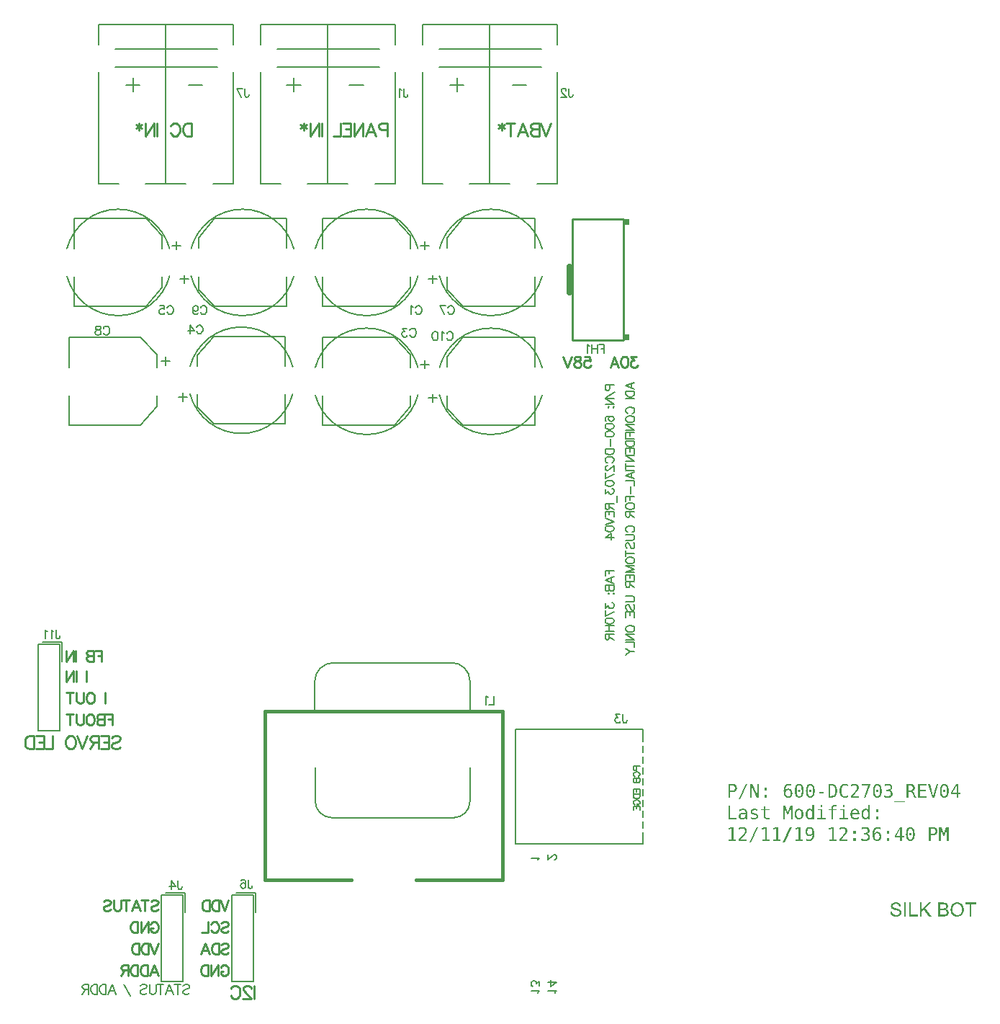
<source format=gbr>
%TF.GenerationSoftware,Altium Limited,Altium Designer,20.0.9 (164)*%
G04 Layer_Color=9306309*
%FSLAX26Y26*%
%MOIN*%
%TF.FileFunction,Legend,Bot*%
%TF.Part,Single*%
G01*
G75*
%TA.AperFunction,NonConductor*%
%ADD53C,0.007000*%
%ADD106C,0.008000*%
%ADD107C,0.027559*%
%ADD108C,0.010000*%
%ADD109C,0.015000*%
%ADD110C,0.006000*%
%ADD111C,0.007008*%
%ADD112C,0.007500*%
%ADD113R,0.027559X0.027559*%
G36*
X3993056Y1113594D02*
X3993913Y1113498D01*
X3994960Y1113403D01*
X3997245Y1113022D01*
X3997435D01*
X3997816Y1112927D01*
X3998387Y1112737D01*
X3999149Y1112546D01*
X4000101Y1112261D01*
X4001148Y1111975D01*
X4003338Y1111214D01*
Y1103407D01*
X4003242Y1103502D01*
X4002862Y1103693D01*
X4002290Y1103978D01*
X4001624Y1104264D01*
X4000767Y1104645D01*
X3999815Y1105026D01*
X3997626Y1105692D01*
X3997530D01*
X3997150Y1105787D01*
X3996483Y1105978D01*
X3995722Y1106168D01*
X3994865Y1106263D01*
X3993818Y1106454D01*
X3991438Y1106549D01*
X3990676D01*
X3990105Y1106454D01*
X3989438Y1106358D01*
X3988677Y1106263D01*
X3986963Y1105787D01*
X3984964Y1105026D01*
X3983917Y1104550D01*
X3982965Y1103978D01*
X3981918Y1103312D01*
X3980966Y1102455D01*
X3980109Y1101503D01*
X3979252Y1100456D01*
Y1100361D01*
X3979062Y1100170D01*
X3978871Y1099790D01*
X3978586Y1099314D01*
X3978300Y1098647D01*
X3977919Y1097886D01*
X3977634Y1097029D01*
X3977253Y1095982D01*
X3976872Y1094744D01*
X3976491Y1093411D01*
X3976110Y1091983D01*
X3975825Y1090365D01*
X3975539Y1088556D01*
X3975349Y1086747D01*
X3975254Y1084748D01*
X3975163Y1082658D01*
X3975254Y1082749D01*
X3975539Y1083225D01*
X3976015Y1083986D01*
X3976586Y1084938D01*
X3977348Y1085986D01*
X3978300Y1087033D01*
X3979442Y1088080D01*
X3980680Y1089032D01*
X3980870Y1089127D01*
X3981346Y1089413D01*
X3982108Y1089794D01*
X3983060Y1090174D01*
X3984298Y1090555D01*
X3985630Y1090936D01*
X3987249Y1091222D01*
X3988867Y1091317D01*
X3989724D01*
X3990390Y1091222D01*
X3991152Y1091126D01*
X3992009Y1091031D01*
X3992961Y1090841D01*
X3994008Y1090650D01*
X3996293Y1089984D01*
X3997435Y1089508D01*
X3998578Y1088937D01*
X3999720Y1088270D01*
X4000862Y1087604D01*
X4001910Y1086652D01*
X4002862Y1085700D01*
X4002957Y1085605D01*
X4003052Y1085414D01*
X4003338Y1085129D01*
X4003623Y1084653D01*
X4004004Y1084082D01*
X4004480Y1083415D01*
X4004956Y1082558D01*
X4005432Y1081702D01*
X4005813Y1080654D01*
X4006289Y1079417D01*
X4006765Y1078179D01*
X4007146Y1076751D01*
X4007431Y1075228D01*
X4007717Y1073610D01*
X4007812Y1071896D01*
X4007907Y1069992D01*
Y1069897D01*
Y1069516D01*
Y1069040D01*
X4007812Y1068374D01*
X4007717Y1067517D01*
X4007622Y1066470D01*
X4007526Y1065422D01*
X4007241Y1064280D01*
X4006670Y1061710D01*
X4005718Y1059139D01*
X4005146Y1057806D01*
X4004480Y1056569D01*
X4003718Y1055426D01*
X4002766Y1054284D01*
X4002671Y1054189D01*
X4002576Y1054094D01*
X4002195Y1053808D01*
X4001814Y1053427D01*
X4001338Y1053046D01*
X4000672Y1052570D01*
X3999910Y1051999D01*
X3999054Y1051523D01*
X3998102Y1051047D01*
X3996959Y1050476D01*
X3995817Y1050000D01*
X3994579Y1049619D01*
X3993151Y1049238D01*
X3991628Y1049048D01*
X3990105Y1048858D01*
X3988391Y1048762D01*
X3987915D01*
X3987344Y1048858D01*
X3986582D01*
X3985726Y1049048D01*
X3984678Y1049143D01*
X3983536Y1049429D01*
X3982298Y1049714D01*
X3980966Y1050190D01*
X3979633Y1050666D01*
X3978300Y1051333D01*
X3977062Y1052094D01*
X3975730Y1052951D01*
X3974492Y1053998D01*
X3973445Y1055236D01*
X3972398Y1056569D01*
X3972302Y1056664D01*
X3972207Y1056950D01*
X3971922Y1057426D01*
X3971636Y1058092D01*
X3971255Y1058854D01*
X3970779Y1059901D01*
X3970303Y1061138D01*
X3969922Y1062566D01*
X3969446Y1064185D01*
X3968970Y1065994D01*
X3968494Y1067993D01*
X3968114Y1070182D01*
X3967828Y1072658D01*
X3967542Y1075228D01*
X3967447Y1078084D01*
X3967352Y1081130D01*
Y1081321D01*
Y1081797D01*
Y1082654D01*
X3967447Y1083701D01*
X3967542Y1085034D01*
X3967638Y1086557D01*
X3967828Y1088270D01*
X3968114Y1090079D01*
X3968399Y1092078D01*
X3968875Y1093982D01*
X3969351Y1096077D01*
X3969922Y1098076D01*
X3970589Y1099980D01*
X3971446Y1101884D01*
X3972398Y1103693D01*
X3973445Y1105311D01*
X3973540Y1105406D01*
X3973730Y1105692D01*
X3974111Y1106073D01*
X3974587Y1106644D01*
X3975254Y1107215D01*
X3976015Y1107977D01*
X3976872Y1108738D01*
X3977919Y1109500D01*
X3979157Y1110262D01*
X3980394Y1111023D01*
X3981918Y1111785D01*
X3983441Y1112356D01*
X3985154Y1112927D01*
X3986963Y1113308D01*
X3988962Y1113594D01*
X3991057Y1113689D01*
X3992199D01*
X3993056Y1113594D01*
D02*
G37*
G36*
X4044464Y1081892D02*
X4033897D01*
Y1094554D01*
X4044464D01*
Y1081892D01*
D02*
G37*
G36*
X3889383D02*
X3878816D01*
Y1094554D01*
X3889383D01*
Y1081892D01*
D02*
G37*
G36*
X4319878Y1050000D02*
X4312071D01*
Y1105311D01*
X4300838Y1072277D01*
X4294459D01*
X4283321Y1105311D01*
Y1050000D01*
X4275514D01*
Y1112642D01*
X4286748D01*
X4297601Y1080654D01*
X4308549Y1112642D01*
X4319878D01*
Y1050000D01*
D02*
G37*
G36*
X3935174Y1113594D02*
X3935936D01*
X3936793Y1113403D01*
X3937840Y1113308D01*
X3938887Y1113118D01*
X3941267Y1112546D01*
X3943742Y1111690D01*
X3944885Y1111214D01*
X3946122Y1110547D01*
X3947265Y1109881D01*
X3948312Y1109024D01*
X3948407Y1108929D01*
X3948598Y1108834D01*
X3948788Y1108548D01*
X3949169Y1108167D01*
X3949550Y1107691D01*
X3950026Y1107215D01*
X3951073Y1105787D01*
X3952120Y1104074D01*
X3952977Y1101979D01*
X3953358Y1100837D01*
X3953643Y1099599D01*
X3953738Y1098266D01*
X3953834Y1096934D01*
Y1096838D01*
Y1096743D01*
Y1096458D01*
Y1096077D01*
X3953643Y1095125D01*
X3953453Y1093887D01*
X3953072Y1092554D01*
X3952596Y1091126D01*
X3951834Y1089698D01*
X3950882Y1088270D01*
X3950787Y1088080D01*
X3950311Y1087699D01*
X3949740Y1087128D01*
X3948788Y1086366D01*
X3947646Y1085605D01*
X3946218Y1084748D01*
X3944504Y1084082D01*
X3942600Y1083415D01*
X3942695D01*
X3942886Y1083320D01*
X3943171Y1083225D01*
X3943647Y1083130D01*
X3944694Y1082654D01*
X3946027Y1082082D01*
X3947550Y1081321D01*
X3949074Y1080274D01*
X3950597Y1079036D01*
X3951930Y1077608D01*
X3952120Y1077418D01*
X3952501Y1076846D01*
X3952977Y1075990D01*
X3953643Y1074752D01*
X3954214Y1073324D01*
X3954786Y1071515D01*
X3955166Y1069516D01*
X3955262Y1067231D01*
Y1067136D01*
Y1066850D01*
Y1066374D01*
X3955166Y1065803D01*
X3955071Y1065042D01*
X3954976Y1064185D01*
X3954500Y1062281D01*
X3953834Y1060091D01*
X3953358Y1058949D01*
X3952786Y1057806D01*
X3952120Y1056759D01*
X3951263Y1055617D01*
X3950406Y1054570D01*
X3949359Y1053618D01*
X3949264Y1053522D01*
X3949074Y1053427D01*
X3948788Y1053142D01*
X3948312Y1052856D01*
X3947741Y1052475D01*
X3946979Y1052094D01*
X3946122Y1051618D01*
X3945170Y1051238D01*
X3944123Y1050762D01*
X3942886Y1050286D01*
X3941553Y1049905D01*
X3940125Y1049524D01*
X3938602Y1049238D01*
X3936983Y1048953D01*
X3935270Y1048858D01*
X3933366Y1048762D01*
X3931747D01*
X3930605Y1048858D01*
X3929272Y1048953D01*
X3927749Y1049048D01*
X3926226Y1049238D01*
X3924512Y1049524D01*
X3924322D01*
X3923750Y1049714D01*
X3922894Y1049810D01*
X3921751Y1050095D01*
X3920418Y1050476D01*
X3918895Y1050857D01*
X3915754Y1051904D01*
Y1060377D01*
X3915849D01*
X3915944Y1060282D01*
X3916515Y1059996D01*
X3917277Y1059615D01*
X3918419Y1059139D01*
X3919657Y1058568D01*
X3921085Y1057997D01*
X3922608Y1057426D01*
X3924131Y1056950D01*
X3924322D01*
X3924893Y1056759D01*
X3925654Y1056664D01*
X3926702Y1056474D01*
X3928034Y1056283D01*
X3929367Y1056093D01*
X3930890Y1055998D01*
X3932414Y1055902D01*
X3933080D01*
X3933556Y1055998D01*
X3934127D01*
X3934794Y1056093D01*
X3936317Y1056283D01*
X3938030Y1056664D01*
X3939839Y1057235D01*
X3941553Y1057997D01*
X3943076Y1059044D01*
X3943266Y1059234D01*
X3943647Y1059615D01*
X3944314Y1060377D01*
X3944980Y1061329D01*
X3945646Y1062662D01*
X3946313Y1064185D01*
X3946694Y1065994D01*
X3946884Y1068088D01*
Y1068183D01*
Y1068374D01*
Y1068659D01*
X3946789Y1068945D01*
X3946694Y1069992D01*
X3946408Y1071230D01*
X3945932Y1072562D01*
X3945266Y1073990D01*
X3944314Y1075418D01*
X3943076Y1076751D01*
X3942886Y1076846D01*
X3942410Y1077227D01*
X3941553Y1077798D01*
X3940410Y1078370D01*
X3938982Y1078941D01*
X3937269Y1079512D01*
X3935270Y1079893D01*
X3932985Y1079988D01*
X3926606D01*
Y1086938D01*
X3933937D01*
X3934984Y1087033D01*
X3936317Y1087223D01*
X3937840Y1087509D01*
X3939363Y1087985D01*
X3940791Y1088556D01*
X3942124Y1089413D01*
X3942314Y1089508D01*
X3942695Y1089889D01*
X3943171Y1090460D01*
X3943838Y1091317D01*
X3944409Y1092269D01*
X3944980Y1093506D01*
X3945361Y1094934D01*
X3945456Y1096553D01*
Y1096648D01*
Y1096743D01*
Y1097314D01*
X3945266Y1098171D01*
X3945075Y1099218D01*
X3944694Y1100456D01*
X3944218Y1101694D01*
X3943457Y1102836D01*
X3942410Y1103883D01*
X3942314Y1103978D01*
X3941838Y1104264D01*
X3941172Y1104740D01*
X3940220Y1105216D01*
X3938982Y1105692D01*
X3937459Y1106168D01*
X3935650Y1106454D01*
X3933651Y1106549D01*
X3932223D01*
X3931271Y1106454D01*
X3930129Y1106358D01*
X3928796Y1106168D01*
X3927463Y1105978D01*
X3925940Y1105692D01*
X3925750D01*
X3925274Y1105502D01*
X3924417Y1105311D01*
X3923370Y1105026D01*
X3922132Y1104740D01*
X3920799Y1104264D01*
X3919276Y1103788D01*
X3917658Y1103217D01*
Y1111023D01*
X3917753D01*
X3917848Y1111118D01*
X3918134D01*
X3918514Y1111214D01*
X3919466Y1111499D01*
X3920704Y1111785D01*
X3922037Y1112070D01*
X3923560Y1112451D01*
X3925083Y1112737D01*
X3926606Y1113022D01*
X3926797D01*
X3927273Y1113118D01*
X3928034Y1113213D01*
X3928986Y1113403D01*
X3930129Y1113498D01*
X3931271Y1113594D01*
X3933651Y1113689D01*
X3934508D01*
X3935174Y1113594D01*
D02*
G37*
G36*
X3677373D02*
X3678134D01*
X3678991Y1113403D01*
X3680038Y1113308D01*
X3681181Y1113022D01*
X3682418Y1112737D01*
X3683751Y1112261D01*
X3685084Y1111785D01*
X3686417Y1111118D01*
X3687654Y1110357D01*
X3688987Y1109500D01*
X3690225Y1108358D01*
X3691272Y1107215D01*
X3692319Y1105787D01*
X3692414Y1105692D01*
X3692510Y1105406D01*
X3692795Y1104930D01*
X3693081Y1104264D01*
X3693557Y1103502D01*
X3693938Y1102455D01*
X3694414Y1101218D01*
X3694890Y1099790D01*
X3695366Y1098171D01*
X3695842Y1096362D01*
X3696318Y1094363D01*
X3696698Y1092078D01*
X3696984Y1089698D01*
X3697270Y1087033D01*
X3697365Y1084177D01*
X3697460Y1081130D01*
Y1080940D01*
Y1080464D01*
Y1079607D01*
X3697365Y1078560D01*
X3697270Y1077227D01*
X3697174Y1075704D01*
X3696984Y1073990D01*
X3696698Y1072182D01*
X3696318Y1070278D01*
X3695937Y1068278D01*
X3695461Y1066279D01*
X3694890Y1064280D01*
X3694128Y1062376D01*
X3693271Y1060472D01*
X3692319Y1058663D01*
X3691272Y1057045D01*
X3691177Y1056950D01*
X3690986Y1056664D01*
X3690606Y1056283D01*
X3690130Y1055712D01*
X3689463Y1055141D01*
X3688702Y1054474D01*
X3687845Y1053713D01*
X3686798Y1052951D01*
X3685560Y1052094D01*
X3684227Y1051428D01*
X3682799Y1050666D01*
X3681276Y1050095D01*
X3679467Y1049524D01*
X3677658Y1049143D01*
X3675659Y1048858D01*
X3673565Y1048762D01*
X3672422D01*
X3671661Y1048858D01*
X3670709Y1048953D01*
X3669662Y1049048D01*
X3667377Y1049429D01*
X3667282D01*
X3666901Y1049524D01*
X3666234Y1049714D01*
X3665473Y1049905D01*
X3664616Y1050095D01*
X3663569Y1050476D01*
X3661474Y1051238D01*
Y1059044D01*
X3661570Y1058949D01*
X3661950Y1058758D01*
X3662426Y1058473D01*
X3663093Y1058187D01*
X3663950Y1057711D01*
X3664902Y1057330D01*
X3666996Y1056664D01*
X3667091D01*
X3667567Y1056569D01*
X3668138Y1056474D01*
X3668900Y1056283D01*
X3669852Y1056188D01*
X3670899Y1055998D01*
X3673279Y1055902D01*
X3674041D01*
X3674612Y1055998D01*
X3675278Y1056093D01*
X3676040Y1056188D01*
X3677849Y1056664D01*
X3679848Y1057330D01*
X3680800Y1057902D01*
X3681847Y1058473D01*
X3682799Y1059139D01*
X3683751Y1059901D01*
X3684703Y1060853D01*
X3685465Y1061900D01*
X3685560Y1061995D01*
X3685655Y1062186D01*
X3685846Y1062566D01*
X3686131Y1063042D01*
X3686417Y1063709D01*
X3686798Y1064470D01*
X3687178Y1065327D01*
X3687559Y1066470D01*
X3687940Y1067612D01*
X3688321Y1068945D01*
X3688702Y1070373D01*
X3688987Y1071991D01*
X3689273Y1073800D01*
X3689463Y1075609D01*
X3689654Y1077608D01*
Y1079798D01*
X3689558Y1079607D01*
X3689273Y1079131D01*
X3688797Y1078370D01*
X3688226Y1077418D01*
X3687369Y1076370D01*
X3686417Y1075323D01*
X3685274Y1074276D01*
X3684037Y1073324D01*
X3683846Y1073229D01*
X3683370Y1072943D01*
X3682704Y1072658D01*
X3681657Y1072277D01*
X3680514Y1071801D01*
X3679086Y1071515D01*
X3677563Y1071230D01*
X3675850Y1071134D01*
X3674993D01*
X3674326Y1071230D01*
X3673565Y1071325D01*
X3672708Y1071420D01*
X3671756Y1071610D01*
X3670709Y1071801D01*
X3668424Y1072467D01*
X3667282Y1072943D01*
X3666139Y1073514D01*
X3664997Y1074086D01*
X3663854Y1074847D01*
X3662807Y1075704D01*
X3661855Y1076656D01*
X3661760Y1076751D01*
X3661665Y1076942D01*
X3661379Y1077227D01*
X3661094Y1077703D01*
X3660713Y1078274D01*
X3660332Y1078941D01*
X3659856Y1079798D01*
X3659380Y1080750D01*
X3658904Y1081797D01*
X3658428Y1082939D01*
X3658047Y1084272D01*
X3657666Y1085700D01*
X3657381Y1087223D01*
X3657095Y1088842D01*
X3657000Y1090650D01*
X3656905Y1092459D01*
Y1092554D01*
Y1092935D01*
Y1093411D01*
X3657000Y1094173D01*
X3657095Y1094934D01*
X3657190Y1095982D01*
X3657286Y1097029D01*
X3657571Y1098171D01*
X3658142Y1100742D01*
X3658999Y1103312D01*
X3659570Y1104550D01*
X3660332Y1105787D01*
X3661094Y1107025D01*
X3661950Y1108072D01*
X3662046Y1108167D01*
X3662236Y1108358D01*
X3662522Y1108548D01*
X3662902Y1108929D01*
X3663474Y1109405D01*
X3664045Y1109881D01*
X3664806Y1110357D01*
X3665663Y1110928D01*
X3666615Y1111404D01*
X3667758Y1111880D01*
X3668900Y1112356D01*
X3670233Y1112832D01*
X3671566Y1113213D01*
X3673089Y1113403D01*
X3674612Y1113594D01*
X3676326Y1113689D01*
X3676802D01*
X3677373Y1113594D01*
D02*
G37*
G36*
X4248478Y1112546D02*
X4249334D01*
X4250382Y1112356D01*
X4251524Y1112261D01*
X4252666Y1112070D01*
X4255237Y1111499D01*
X4257902Y1110642D01*
X4259140Y1110071D01*
X4260378Y1109500D01*
X4261615Y1108738D01*
X4262662Y1107882D01*
X4262758Y1107786D01*
X4262853Y1107691D01*
X4263138Y1107406D01*
X4263519Y1107025D01*
X4263900Y1106454D01*
X4264376Y1105882D01*
X4264852Y1105216D01*
X4265423Y1104359D01*
X4265899Y1103407D01*
X4266375Y1102360D01*
X4266851Y1101218D01*
X4267232Y1099980D01*
X4267613Y1098647D01*
X4267898Y1097124D01*
X4267994Y1095601D01*
X4268089Y1093887D01*
Y1093792D01*
Y1093506D01*
Y1093030D01*
X4267994Y1092364D01*
X4267898Y1091602D01*
X4267803Y1090746D01*
X4267613Y1089698D01*
X4267422Y1088651D01*
X4266756Y1086462D01*
X4266375Y1085224D01*
X4265804Y1084082D01*
X4265138Y1082939D01*
X4264471Y1081892D01*
X4263614Y1080845D01*
X4262662Y1079893D01*
X4262567Y1079798D01*
X4262377Y1079702D01*
X4262091Y1079512D01*
X4261615Y1079131D01*
X4261044Y1078846D01*
X4260378Y1078465D01*
X4259616Y1077989D01*
X4258664Y1077608D01*
X4257617Y1077132D01*
X4256379Y1076751D01*
X4255142Y1076275D01*
X4253714Y1075990D01*
X4252095Y1075704D01*
X4250477Y1075418D01*
X4248668Y1075323D01*
X4246764Y1075228D01*
X4236958D01*
Y1050000D01*
X4228486D01*
Y1112642D01*
X4247811D01*
X4248478Y1112546D01*
D02*
G37*
G36*
X4104345Y1071801D02*
X4112722D01*
Y1064946D01*
X4104345D01*
Y1050000D01*
X4095872D01*
Y1064946D01*
X4069406D01*
Y1072943D01*
X4094539Y1112642D01*
X4104345D01*
Y1071801D01*
D02*
G37*
G36*
X4044464Y1050000D02*
X4033897D01*
Y1062757D01*
X4044464D01*
Y1050000D01*
D02*
G37*
G36*
X3889383D02*
X3878816D01*
Y1062757D01*
X3889383D01*
Y1050000D01*
D02*
G37*
G36*
X3831692Y1113594D02*
X3832454Y1113498D01*
X3833406Y1113403D01*
X3834358Y1113308D01*
X3835500Y1113118D01*
X3837880Y1112451D01*
X3840355Y1111594D01*
X3841593Y1111023D01*
X3842735Y1110357D01*
X3843973Y1109595D01*
X3845020Y1108738D01*
X3845115Y1108643D01*
X3845306Y1108548D01*
X3845496Y1108262D01*
X3845877Y1107882D01*
X3846353Y1107406D01*
X3846829Y1106834D01*
X3847305Y1106073D01*
X3847876Y1105311D01*
X3848828Y1103502D01*
X3849780Y1101313D01*
X3850161Y1100075D01*
X3850351Y1098838D01*
X3850542Y1097410D01*
X3850637Y1095982D01*
Y1095791D01*
Y1095315D01*
X3850542Y1094458D01*
X3850446Y1093506D01*
X3850161Y1092269D01*
X3849875Y1090841D01*
X3849399Y1089413D01*
X3848733Y1087890D01*
X3848638Y1087699D01*
X3848352Y1087223D01*
X3847876Y1086366D01*
X3847305Y1085319D01*
X3846448Y1083986D01*
X3845401Y1082463D01*
X3844068Y1080845D01*
X3842640Y1079036D01*
X3842545Y1078941D01*
X3842259Y1078560D01*
X3841688Y1077894D01*
X3840926Y1077037D01*
X3839974Y1075990D01*
X3838832Y1074657D01*
X3837499Y1073134D01*
X3835881Y1071420D01*
X3835786Y1071325D01*
X3835690Y1071230D01*
X3835405Y1070944D01*
X3835024Y1070563D01*
X3834548Y1069992D01*
X3833977Y1069421D01*
X3833310Y1068659D01*
X3832549Y1067898D01*
X3831597Y1066946D01*
X3830550Y1065803D01*
X3829502Y1064661D01*
X3828265Y1063423D01*
X3826932Y1061995D01*
X3825504Y1060472D01*
X3823886Y1058854D01*
X3822267Y1057140D01*
X3851018D01*
Y1050000D01*
X3813033D01*
Y1057140D01*
X3813128Y1057235D01*
X3813414Y1057521D01*
X3813794Y1057902D01*
X3814366Y1058568D01*
X3815032Y1059234D01*
X3815794Y1060091D01*
X3816650Y1061043D01*
X3817698Y1061995D01*
X3819792Y1064280D01*
X3822077Y1066660D01*
X3824362Y1069230D01*
X3826646Y1071610D01*
X3826742Y1071706D01*
X3826932Y1071896D01*
X3827218Y1072182D01*
X3827598Y1072658D01*
X3828646Y1073800D01*
X3829883Y1075133D01*
X3831216Y1076561D01*
X3832549Y1078084D01*
X3833786Y1079417D01*
X3834834Y1080559D01*
X3834929Y1080654D01*
X3835024Y1080750D01*
X3835214Y1081035D01*
X3835500Y1081416D01*
X3836262Y1082368D01*
X3837118Y1083510D01*
X3838070Y1084843D01*
X3838927Y1086271D01*
X3839784Y1087604D01*
X3840450Y1088842D01*
X3840546Y1089032D01*
X3840736Y1089413D01*
X3840926Y1089984D01*
X3841212Y1090841D01*
X3841498Y1091793D01*
X3841783Y1092935D01*
X3841878Y1094078D01*
X3841974Y1095315D01*
Y1095410D01*
Y1095506D01*
Y1095791D01*
Y1096172D01*
X3841783Y1097124D01*
X3841593Y1098266D01*
X3841212Y1099599D01*
X3840641Y1101027D01*
X3839879Y1102265D01*
X3838832Y1103502D01*
X3838737Y1103598D01*
X3838261Y1103978D01*
X3837594Y1104454D01*
X3836642Y1105026D01*
X3835405Y1105597D01*
X3833977Y1106073D01*
X3832263Y1106454D01*
X3830359Y1106549D01*
X3829693D01*
X3828931Y1106454D01*
X3827979Y1106358D01*
X3826742Y1106168D01*
X3825409Y1105978D01*
X3823886Y1105597D01*
X3822362Y1105121D01*
X3822172Y1105026D01*
X3821601Y1104835D01*
X3820839Y1104550D01*
X3819697Y1104074D01*
X3818364Y1103502D01*
X3816841Y1102741D01*
X3815222Y1101884D01*
X3813509Y1100932D01*
Y1109500D01*
X3813604D01*
X3813699Y1109595D01*
X3814270Y1109786D01*
X3815127Y1110166D01*
X3816174Y1110642D01*
X3817507Y1111118D01*
X3818935Y1111594D01*
X3821982Y1112546D01*
X3822077D01*
X3822172Y1112642D01*
X3822743Y1112737D01*
X3823505Y1112927D01*
X3824552Y1113118D01*
X3825790Y1113308D01*
X3827218Y1113498D01*
X3828646Y1113689D01*
X3831026D01*
X3831692Y1113594D01*
D02*
G37*
G36*
X3787805Y1057140D02*
X3800847D01*
Y1050000D01*
X3766290D01*
Y1057140D01*
X3779427D01*
Y1105026D01*
X3765242Y1101789D01*
Y1109500D01*
X3779332Y1112642D01*
X3787805D01*
Y1057140D01*
D02*
G37*
G36*
X3632724D02*
X3645766D01*
Y1050000D01*
X3611209D01*
Y1057140D01*
X3624346D01*
Y1105026D01*
X3610162Y1101789D01*
Y1109500D01*
X3624251Y1112642D01*
X3632724D01*
Y1057140D01*
D02*
G37*
G36*
X3529337D02*
X3542379D01*
Y1050000D01*
X3507822D01*
Y1057140D01*
X3520959D01*
Y1105026D01*
X3506774Y1101789D01*
Y1109500D01*
X3520864Y1112642D01*
X3529337D01*
Y1057140D01*
D02*
G37*
G36*
X3477643D02*
X3490686D01*
Y1050000D01*
X3456128D01*
Y1057140D01*
X3469266D01*
Y1105026D01*
X3455081Y1101789D01*
Y1109500D01*
X3469170Y1112642D01*
X3477643D01*
Y1057140D01*
D02*
G37*
G36*
X3366450Y1113594D02*
X3367211Y1113498D01*
X3368163Y1113403D01*
X3369115Y1113308D01*
X3370258Y1113118D01*
X3372638Y1112451D01*
X3375113Y1111594D01*
X3376350Y1111023D01*
X3377493Y1110357D01*
X3378730Y1109595D01*
X3379778Y1108738D01*
X3379873Y1108643D01*
X3380063Y1108548D01*
X3380254Y1108262D01*
X3380634Y1107882D01*
X3381110Y1107406D01*
X3381586Y1106834D01*
X3382062Y1106073D01*
X3382634Y1105311D01*
X3383586Y1103502D01*
X3384538Y1101313D01*
X3384918Y1100075D01*
X3385109Y1098838D01*
X3385299Y1097410D01*
X3385394Y1095982D01*
Y1095791D01*
Y1095315D01*
X3385299Y1094458D01*
X3385204Y1093506D01*
X3384918Y1092269D01*
X3384633Y1090841D01*
X3384157Y1089413D01*
X3383490Y1087890D01*
X3383395Y1087699D01*
X3383110Y1087223D01*
X3382634Y1086366D01*
X3382062Y1085319D01*
X3381206Y1083986D01*
X3380158Y1082463D01*
X3378826Y1080845D01*
X3377398Y1079036D01*
X3377302Y1078941D01*
X3377017Y1078560D01*
X3376446Y1077894D01*
X3375684Y1077037D01*
X3374732Y1075990D01*
X3373590Y1074657D01*
X3372257Y1073134D01*
X3370638Y1071420D01*
X3370543Y1071325D01*
X3370448Y1071230D01*
X3370162Y1070944D01*
X3369782Y1070563D01*
X3369306Y1069992D01*
X3368734Y1069421D01*
X3368068Y1068659D01*
X3367306Y1067898D01*
X3366354Y1066946D01*
X3365307Y1065803D01*
X3364260Y1064661D01*
X3363022Y1063423D01*
X3361690Y1061995D01*
X3360262Y1060472D01*
X3358643Y1058854D01*
X3357025Y1057140D01*
X3385775D01*
Y1050000D01*
X3347790D01*
Y1057140D01*
X3347886Y1057235D01*
X3348171Y1057521D01*
X3348552Y1057902D01*
X3349123Y1058568D01*
X3349790Y1059234D01*
X3350551Y1060091D01*
X3351408Y1061043D01*
X3352455Y1061995D01*
X3354550Y1064280D01*
X3356834Y1066660D01*
X3359119Y1069230D01*
X3361404Y1071610D01*
X3361499Y1071706D01*
X3361690Y1071896D01*
X3361975Y1072182D01*
X3362356Y1072658D01*
X3363403Y1073800D01*
X3364641Y1075133D01*
X3365974Y1076561D01*
X3367306Y1078084D01*
X3368544Y1079417D01*
X3369591Y1080559D01*
X3369686Y1080654D01*
X3369782Y1080750D01*
X3369972Y1081035D01*
X3370258Y1081416D01*
X3371019Y1082368D01*
X3371876Y1083510D01*
X3372828Y1084843D01*
X3373685Y1086271D01*
X3374542Y1087604D01*
X3375208Y1088842D01*
X3375303Y1089032D01*
X3375494Y1089413D01*
X3375684Y1089984D01*
X3375970Y1090841D01*
X3376255Y1091793D01*
X3376541Y1092935D01*
X3376636Y1094078D01*
X3376731Y1095315D01*
Y1095410D01*
Y1095506D01*
Y1095791D01*
Y1096172D01*
X3376541Y1097124D01*
X3376350Y1098266D01*
X3375970Y1099599D01*
X3375398Y1101027D01*
X3374637Y1102265D01*
X3373590Y1103502D01*
X3373494Y1103598D01*
X3373018Y1103978D01*
X3372352Y1104454D01*
X3371400Y1105026D01*
X3370162Y1105597D01*
X3368734Y1106073D01*
X3367021Y1106454D01*
X3365117Y1106549D01*
X3364450D01*
X3363689Y1106454D01*
X3362737Y1106358D01*
X3361499Y1106168D01*
X3360166Y1105978D01*
X3358643Y1105597D01*
X3357120Y1105121D01*
X3356930Y1105026D01*
X3356358Y1104835D01*
X3355597Y1104550D01*
X3354454Y1104074D01*
X3353122Y1103502D01*
X3351598Y1102741D01*
X3349980Y1101884D01*
X3348266Y1100932D01*
Y1109500D01*
X3348362D01*
X3348457Y1109595D01*
X3349028Y1109786D01*
X3349885Y1110166D01*
X3350932Y1110642D01*
X3352265Y1111118D01*
X3353693Y1111594D01*
X3356739Y1112546D01*
X3356834D01*
X3356930Y1112642D01*
X3357501Y1112737D01*
X3358262Y1112927D01*
X3359310Y1113118D01*
X3360547Y1113308D01*
X3361975Y1113498D01*
X3363403Y1113689D01*
X3365783D01*
X3366450Y1113594D01*
D02*
G37*
G36*
X3322562Y1057140D02*
X3335605D01*
Y1050000D01*
X3301047D01*
Y1057140D01*
X3314185D01*
Y1105026D01*
X3300000Y1101789D01*
Y1109500D01*
X3314090Y1112642D01*
X3322562D01*
Y1057140D01*
D02*
G37*
G36*
X4143567Y1113594D02*
X4144234D01*
X4145090Y1113403D01*
X4146042Y1113213D01*
X4147185Y1113022D01*
X4148327Y1112642D01*
X4149565Y1112261D01*
X4150802Y1111690D01*
X4152040Y1111023D01*
X4153278Y1110166D01*
X4154515Y1109214D01*
X4155753Y1108167D01*
X4156800Y1106834D01*
X4157847Y1105406D01*
X4157942Y1105311D01*
X4158038Y1105026D01*
X4158323Y1104550D01*
X4158609Y1103883D01*
X4159085Y1103026D01*
X4159466Y1101979D01*
X4159942Y1100742D01*
X4160418Y1099314D01*
X4160894Y1097695D01*
X4161370Y1095886D01*
X4161846Y1093887D01*
X4162226Y1091698D01*
X4162512Y1089318D01*
X4162798Y1086842D01*
X4162893Y1084082D01*
X4162988Y1081130D01*
Y1080940D01*
Y1080464D01*
Y1079607D01*
X4162893Y1078465D01*
X4162798Y1077132D01*
X4162702Y1075609D01*
X4162607Y1073895D01*
X4162322Y1072086D01*
X4162036Y1070182D01*
X4161750Y1068183D01*
X4160798Y1064185D01*
X4160227Y1062186D01*
X4159561Y1060377D01*
X4158799Y1058568D01*
X4157847Y1056950D01*
X4157752Y1056854D01*
X4157657Y1056569D01*
X4157276Y1056188D01*
X4156895Y1055712D01*
X4156324Y1055046D01*
X4155658Y1054379D01*
X4154896Y1053618D01*
X4154039Y1052856D01*
X4152992Y1052094D01*
X4151850Y1051333D01*
X4150612Y1050666D01*
X4149279Y1050000D01*
X4147756Y1049524D01*
X4146138Y1049143D01*
X4144424Y1048858D01*
X4142615Y1048762D01*
X4142139D01*
X4141663Y1048858D01*
X4140997D01*
X4140140Y1049048D01*
X4139188Y1049238D01*
X4138141Y1049429D01*
X4136998Y1049810D01*
X4135761Y1050190D01*
X4134523Y1050762D01*
X4133286Y1051428D01*
X4132048Y1052190D01*
X4130810Y1053142D01*
X4129573Y1054284D01*
X4128526Y1055522D01*
X4127478Y1056950D01*
X4127383Y1057045D01*
X4127288Y1057330D01*
X4127002Y1057806D01*
X4126717Y1058473D01*
X4126336Y1059330D01*
X4125860Y1060377D01*
X4125384Y1061614D01*
X4125003Y1063042D01*
X4124527Y1064661D01*
X4124051Y1066470D01*
X4123575Y1068469D01*
X4123194Y1070563D01*
X4122909Y1072943D01*
X4122623Y1075514D01*
X4122528Y1078179D01*
X4122433Y1081130D01*
Y1081321D01*
Y1081797D01*
Y1082654D01*
X4122528Y1083796D01*
X4122623Y1085129D01*
X4122718Y1086652D01*
X4122814Y1088366D01*
X4123099Y1090174D01*
X4123290Y1092174D01*
X4123670Y1094173D01*
X4124527Y1098171D01*
X4125098Y1100170D01*
X4125860Y1101979D01*
X4126622Y1103788D01*
X4127478Y1105406D01*
X4127574Y1105502D01*
X4127764Y1105787D01*
X4128050Y1106168D01*
X4128430Y1106739D01*
X4129002Y1107310D01*
X4129668Y1108072D01*
X4130430Y1108738D01*
X4131286Y1109595D01*
X4132334Y1110357D01*
X4133476Y1111118D01*
X4134714Y1111785D01*
X4136046Y1112356D01*
X4137474Y1112927D01*
X4139093Y1113308D01*
X4140806Y1113594D01*
X4142615Y1113689D01*
X4143091D01*
X4143567Y1113594D01*
D02*
G37*
G36*
X3560467Y1042098D02*
X3552470D01*
X3585505Y1112642D01*
X3593502D01*
X3560467Y1042098D01*
D02*
G37*
G36*
X3405386D02*
X3397390D01*
X3430424Y1112642D01*
X3438421D01*
X3405386Y1042098D01*
D02*
G37*
G36*
X3838356Y1205406D02*
X3830645D01*
Y1215212D01*
X3838356D01*
Y1205406D01*
D02*
G37*
G36*
X3734969D02*
X3727258D01*
Y1215212D01*
X3734969D01*
Y1205406D01*
D02*
G37*
G36*
X3954976Y1150000D02*
X3947265D01*
Y1155902D01*
X3947170Y1155712D01*
X3946884Y1155331D01*
X3946503Y1154665D01*
X3945837Y1153903D01*
X3945075Y1153046D01*
X3944218Y1152190D01*
X3943171Y1151333D01*
X3942029Y1150571D01*
X3941934Y1150476D01*
X3941458Y1150286D01*
X3940791Y1150000D01*
X3939934Y1149714D01*
X3938887Y1149334D01*
X3937650Y1149048D01*
X3936222Y1148858D01*
X3934698Y1148762D01*
X3933842D01*
X3933270Y1148858D01*
X3932604Y1148953D01*
X3931747Y1149143D01*
X3929843Y1149619D01*
X3928796Y1149905D01*
X3927654Y1150381D01*
X3926511Y1150857D01*
X3925464Y1151523D01*
X3924322Y1152285D01*
X3923274Y1153142D01*
X3922227Y1154189D01*
X3921275Y1155331D01*
X3921180Y1155426D01*
X3921085Y1155617D01*
X3920799Y1155998D01*
X3920514Y1156569D01*
X3920133Y1157235D01*
X3919752Y1157997D01*
X3919276Y1158949D01*
X3918895Y1160091D01*
X3918419Y1161329D01*
X3917943Y1162662D01*
X3917562Y1164185D01*
X3917182Y1165803D01*
X3916896Y1167517D01*
X3916610Y1169421D01*
X3916515Y1171420D01*
X3916420Y1173514D01*
Y1173610D01*
Y1173990D01*
Y1174657D01*
X3916515Y1175418D01*
X3916610Y1176370D01*
X3916706Y1177513D01*
X3916801Y1178750D01*
X3916991Y1180083D01*
X3917562Y1182939D01*
X3918514Y1185986D01*
X3918990Y1187414D01*
X3919657Y1188842D01*
X3920418Y1190270D01*
X3921275Y1191507D01*
X3921370Y1191602D01*
X3921466Y1191793D01*
X3921751Y1192078D01*
X3922227Y1192554D01*
X3922703Y1193030D01*
X3923274Y1193602D01*
X3924036Y1194173D01*
X3924798Y1194839D01*
X3925750Y1195410D01*
X3926702Y1195982D01*
X3928986Y1197029D01*
X3930319Y1197505D01*
X3931652Y1197790D01*
X3933175Y1197981D01*
X3934698Y1198076D01*
X3935365D01*
X3936222Y1197981D01*
X3937174Y1197886D01*
X3938316Y1197600D01*
X3939649Y1197314D01*
X3940886Y1196838D01*
X3942124Y1196172D01*
X3942314Y1196077D01*
X3942695Y1195791D01*
X3943266Y1195410D01*
X3944028Y1194839D01*
X3944790Y1194078D01*
X3945646Y1193126D01*
X3946503Y1192078D01*
X3947265Y1190841D01*
Y1215212D01*
X3954976D01*
Y1150000D01*
D02*
G37*
G36*
X3696508D02*
X3688797D01*
Y1155902D01*
X3688702Y1155712D01*
X3688416Y1155331D01*
X3688035Y1154665D01*
X3687369Y1153903D01*
X3686607Y1153046D01*
X3685750Y1152190D01*
X3684703Y1151333D01*
X3683561Y1150571D01*
X3683466Y1150476D01*
X3682990Y1150286D01*
X3682323Y1150000D01*
X3681466Y1149714D01*
X3680419Y1149334D01*
X3679182Y1149048D01*
X3677754Y1148858D01*
X3676230Y1148762D01*
X3675374D01*
X3674802Y1148858D01*
X3674136Y1148953D01*
X3673279Y1149143D01*
X3671375Y1149619D01*
X3670328Y1149905D01*
X3669186Y1150381D01*
X3668043Y1150857D01*
X3666996Y1151523D01*
X3665854Y1152285D01*
X3664806Y1153142D01*
X3663759Y1154189D01*
X3662807Y1155331D01*
X3662712Y1155426D01*
X3662617Y1155617D01*
X3662331Y1155998D01*
X3662046Y1156569D01*
X3661665Y1157235D01*
X3661284Y1157997D01*
X3660808Y1158949D01*
X3660427Y1160091D01*
X3659951Y1161329D01*
X3659475Y1162662D01*
X3659094Y1164185D01*
X3658714Y1165803D01*
X3658428Y1167517D01*
X3658142Y1169421D01*
X3658047Y1171420D01*
X3657952Y1173514D01*
Y1173610D01*
Y1173990D01*
Y1174657D01*
X3658047Y1175418D01*
X3658142Y1176370D01*
X3658238Y1177513D01*
X3658333Y1178750D01*
X3658523Y1180083D01*
X3659094Y1182939D01*
X3660046Y1185986D01*
X3660522Y1187414D01*
X3661189Y1188842D01*
X3661950Y1190270D01*
X3662807Y1191507D01*
X3662902Y1191602D01*
X3662998Y1191793D01*
X3663283Y1192078D01*
X3663759Y1192554D01*
X3664235Y1193030D01*
X3664806Y1193602D01*
X3665568Y1194173D01*
X3666330Y1194839D01*
X3667282Y1195410D01*
X3668234Y1195982D01*
X3670518Y1197029D01*
X3671851Y1197505D01*
X3673184Y1197790D01*
X3674707Y1197981D01*
X3676230Y1198076D01*
X3676897D01*
X3677754Y1197981D01*
X3678706Y1197886D01*
X3679848Y1197600D01*
X3681181Y1197314D01*
X3682418Y1196838D01*
X3683656Y1196172D01*
X3683846Y1196077D01*
X3684227Y1195791D01*
X3684798Y1195410D01*
X3685560Y1194839D01*
X3686322Y1194078D01*
X3687178Y1193126D01*
X3688035Y1192078D01*
X3688797Y1190841D01*
Y1215212D01*
X3696508D01*
Y1150000D01*
D02*
G37*
G36*
X3423379Y1197981D02*
X3424426Y1197886D01*
X3425664Y1197790D01*
X3428234Y1197314D01*
X3428425D01*
X3428806Y1197219D01*
X3429567Y1197029D01*
X3430424Y1196838D01*
X3431471Y1196553D01*
X3432614Y1196172D01*
X3435184Y1195220D01*
Y1187699D01*
X3434994Y1187794D01*
X3434613Y1187985D01*
X3433946Y1188366D01*
X3433090Y1188746D01*
X3432042Y1189222D01*
X3430900Y1189698D01*
X3428425Y1190555D01*
X3428234Y1190650D01*
X3427854Y1190746D01*
X3427187Y1190936D01*
X3426330Y1191126D01*
X3425283Y1191317D01*
X3424141Y1191412D01*
X3422903Y1191602D01*
X3420809D01*
X3419857Y1191507D01*
X3418714Y1191412D01*
X3417477Y1191222D01*
X3416144Y1190841D01*
X3414906Y1190460D01*
X3413859Y1189889D01*
X3413764Y1189794D01*
X3413478Y1189603D01*
X3413002Y1189127D01*
X3412622Y1188556D01*
X3412146Y1187890D01*
X3411670Y1186938D01*
X3411384Y1185890D01*
X3411289Y1184653D01*
Y1184558D01*
Y1184177D01*
X3411384Y1183606D01*
X3411574Y1182939D01*
X3411765Y1182178D01*
X3412050Y1181321D01*
X3412526Y1180654D01*
X3413193Y1179988D01*
X3413288Y1179893D01*
X3413574Y1179702D01*
X3414240Y1179417D01*
X3415097Y1179036D01*
X3415668Y1178846D01*
X3416334Y1178560D01*
X3417096Y1178370D01*
X3418048Y1178084D01*
X3419000Y1177798D01*
X3420142Y1177513D01*
X3421380Y1177227D01*
X3422713Y1176942D01*
X3425854Y1176370D01*
X3425950D01*
X3426140Y1176275D01*
X3426426D01*
X3426806Y1176180D01*
X3427854Y1175894D01*
X3429091Y1175418D01*
X3430519Y1174847D01*
X3431947Y1174086D01*
X3433280Y1173134D01*
X3434518Y1171991D01*
X3434613Y1171801D01*
X3434994Y1171420D01*
X3435470Y1170658D01*
X3436041Y1169706D01*
X3436612Y1168469D01*
X3437088Y1167041D01*
X3437469Y1165422D01*
X3437564Y1163518D01*
Y1163423D01*
Y1163233D01*
Y1162852D01*
X3437469Y1162376D01*
X3437374Y1161805D01*
X3437278Y1161138D01*
X3436993Y1159520D01*
X3436326Y1157806D01*
X3435470Y1155998D01*
X3434898Y1155141D01*
X3434232Y1154284D01*
X3433470Y1153427D01*
X3432614Y1152666D01*
X3432518D01*
X3432423Y1152475D01*
X3432138Y1152285D01*
X3431662Y1152094D01*
X3431186Y1151809D01*
X3430614Y1151428D01*
X3429853Y1151047D01*
X3428996Y1150762D01*
X3428139Y1150381D01*
X3427092Y1150000D01*
X3425950Y1149714D01*
X3424712Y1149334D01*
X3423379Y1149143D01*
X3421951Y1148953D01*
X3418810Y1148762D01*
X3417477D01*
X3416620Y1148858D01*
X3415478Y1148953D01*
X3414240Y1149048D01*
X3412907Y1149238D01*
X3411479Y1149524D01*
X3411289D01*
X3410813Y1149619D01*
X3410051Y1149810D01*
X3409004Y1150095D01*
X3407766Y1150381D01*
X3406434Y1150762D01*
X3404910Y1151142D01*
X3403292Y1151714D01*
Y1159710D01*
X3403387D01*
X3403482Y1159615D01*
X3404054Y1159330D01*
X3404815Y1158949D01*
X3405958Y1158473D01*
X3407195Y1157902D01*
X3408528Y1157330D01*
X3410051Y1156759D01*
X3411479Y1156283D01*
X3411670D01*
X3412146Y1156093D01*
X3412907Y1155998D01*
X3413954Y1155807D01*
X3415097Y1155617D01*
X3416334Y1155426D01*
X3417667Y1155331D01*
X3419000Y1155236D01*
X3419857D01*
X3420714Y1155331D01*
X3421856Y1155522D01*
X3423189Y1155712D01*
X3424426Y1156093D01*
X3425759Y1156569D01*
X3426902Y1157235D01*
X3426997Y1157330D01*
X3427378Y1157616D01*
X3427854Y1158092D01*
X3428330Y1158758D01*
X3428901Y1159615D01*
X3429282Y1160567D01*
X3429662Y1161710D01*
X3429758Y1163042D01*
Y1163138D01*
Y1163328D01*
X3429662Y1163518D01*
X3429567Y1163899D01*
X3429186Y1164851D01*
X3428901Y1165422D01*
X3428520Y1165994D01*
X3427949Y1166660D01*
X3427282Y1167231D01*
X3426426Y1167898D01*
X3425378Y1168469D01*
X3424236Y1169040D01*
X3422903Y1169611D01*
X3421285Y1170087D01*
X3419476Y1170468D01*
X3419095Y1170563D01*
X3416239Y1171134D01*
X3416144D01*
X3415954Y1171230D01*
X3415573Y1171325D01*
X3415192Y1171420D01*
X3414621Y1171515D01*
X3413954Y1171706D01*
X3412526Y1172182D01*
X3410908Y1172753D01*
X3409290Y1173514D01*
X3407862Y1174466D01*
X3406529Y1175514D01*
X3406434Y1175704D01*
X3406053Y1176085D01*
X3405577Y1176751D01*
X3405006Y1177798D01*
X3404434Y1178941D01*
X3403958Y1180464D01*
X3403578Y1182082D01*
X3403482Y1183986D01*
Y1184082D01*
Y1184272D01*
Y1184653D01*
X3403578Y1185129D01*
Y1185605D01*
X3403768Y1186271D01*
X3404054Y1187794D01*
X3404625Y1189413D01*
X3405386Y1191222D01*
X3406529Y1192840D01*
X3407290Y1193602D01*
X3408052Y1194363D01*
X3408147D01*
X3408242Y1194554D01*
X3408528Y1194744D01*
X3408909Y1194934D01*
X3409385Y1195220D01*
X3409956Y1195506D01*
X3410622Y1195886D01*
X3411384Y1196267D01*
X3412241Y1196553D01*
X3413288Y1196934D01*
X3414335Y1197219D01*
X3415478Y1197505D01*
X3416715Y1197695D01*
X3418143Y1197886D01*
X3421094Y1198076D01*
X3422427D01*
X3423379Y1197981D01*
D02*
G37*
G36*
X3994008Y1181892D02*
X3983441D01*
Y1194554D01*
X3994008D01*
Y1181892D01*
D02*
G37*
G36*
X3597405Y1150000D02*
X3589598D01*
Y1205311D01*
X3578365Y1172277D01*
X3571986D01*
X3560848Y1205311D01*
Y1150000D01*
X3553042D01*
Y1212642D01*
X3564275D01*
X3575128Y1180654D01*
X3586076Y1212642D01*
X3597405D01*
Y1150000D01*
D02*
G37*
G36*
X3994008D02*
X3983441D01*
Y1162757D01*
X3994008D01*
Y1150000D01*
D02*
G37*
G36*
X3838356Y1155998D02*
X3853683D01*
Y1150000D01*
X3815318D01*
Y1155998D01*
X3830645D01*
Y1190936D01*
X3818650D01*
Y1196934D01*
X3838356D01*
Y1155998D01*
D02*
G37*
G36*
X3800847Y1208834D02*
X3791327D01*
X3790661Y1208738D01*
X3789709Y1208643D01*
X3788757Y1208453D01*
X3787900Y1208072D01*
X3786948Y1207691D01*
X3786282Y1207120D01*
X3786186Y1207025D01*
X3785996Y1206834D01*
X3785806Y1206358D01*
X3785520Y1205692D01*
X3785139Y1204835D01*
X3784949Y1203788D01*
X3784758Y1202550D01*
X3784663Y1201027D01*
Y1196934D01*
X3800847D01*
Y1190936D01*
X3784663D01*
Y1150000D01*
X3776952D01*
Y1190936D01*
X3764386D01*
Y1196934D01*
X3776952D01*
Y1200170D01*
Y1200266D01*
Y1200551D01*
Y1200932D01*
X3777047Y1201408D01*
Y1202074D01*
X3777142Y1202836D01*
X3777428Y1204454D01*
X3777809Y1206358D01*
X3778475Y1208167D01*
X3779332Y1209976D01*
X3779903Y1210738D01*
X3780474Y1211499D01*
X3780665Y1211690D01*
X3781141Y1212070D01*
X3781998Y1212642D01*
X3783140Y1213403D01*
X3784758Y1214070D01*
X3786662Y1214641D01*
X3788852Y1215022D01*
X3791518Y1215212D01*
X3800847D01*
Y1208834D01*
D02*
G37*
G36*
X3734969Y1155998D02*
X3750296D01*
Y1150000D01*
X3711930D01*
Y1155998D01*
X3727258D01*
Y1190936D01*
X3715262D01*
Y1196934D01*
X3734969D01*
Y1155998D01*
D02*
G37*
G36*
X3471741Y1196934D02*
X3489258D01*
Y1190936D01*
X3471741D01*
Y1165422D01*
Y1165327D01*
Y1165232D01*
Y1164946D01*
Y1164566D01*
X3471836Y1163709D01*
X3472026Y1162566D01*
X3472217Y1161424D01*
X3472502Y1160186D01*
X3472978Y1159139D01*
X3473645Y1158187D01*
X3473740Y1158092D01*
X3474026Y1157902D01*
X3474502Y1157521D01*
X3475263Y1157235D01*
X3476215Y1156854D01*
X3477358Y1156474D01*
X3478786Y1156283D01*
X3480499Y1156188D01*
X3489258D01*
Y1150000D01*
X3478881D01*
X3478310Y1150095D01*
X3477643D01*
X3476786Y1150190D01*
X3474978Y1150476D01*
X3472978Y1150857D01*
X3470979Y1151428D01*
X3469075Y1152285D01*
X3468314Y1152856D01*
X3467552Y1153427D01*
X3467362Y1153618D01*
X3466981Y1154094D01*
X3466410Y1154950D01*
X3466124Y1155617D01*
X3465838Y1156283D01*
X3465458Y1157045D01*
X3465172Y1157902D01*
X3464886Y1158854D01*
X3464601Y1159996D01*
X3464315Y1161138D01*
X3464220Y1162471D01*
X3464030Y1163899D01*
Y1165422D01*
Y1190936D01*
X3451463D01*
Y1196934D01*
X3464030D01*
Y1210262D01*
X3471741D01*
Y1196934D01*
D02*
G37*
G36*
X3369591Y1197981D02*
X3370924Y1197886D01*
X3372447Y1197600D01*
X3374161Y1197314D01*
X3375779Y1196838D01*
X3377398Y1196267D01*
X3377493D01*
X3377588Y1196172D01*
X3378064Y1195982D01*
X3378826Y1195506D01*
X3379778Y1195030D01*
X3380920Y1194268D01*
X3382062Y1193411D01*
X3383110Y1192364D01*
X3384157Y1191126D01*
X3384252Y1191031D01*
X3384442Y1190746D01*
X3384633Y1190270D01*
X3385014Y1189698D01*
X3385394Y1188937D01*
X3385680Y1188080D01*
X3386061Y1187128D01*
X3386346Y1185986D01*
Y1185890D01*
X3386442Y1185414D01*
X3386632Y1184653D01*
X3386727Y1183701D01*
X3386918Y1182368D01*
X3387013Y1180845D01*
X3387108Y1178941D01*
Y1176751D01*
Y1150000D01*
X3379397D01*
Y1156950D01*
X3379302Y1156759D01*
X3378921Y1156283D01*
X3378350Y1155522D01*
X3377683Y1154570D01*
X3376731Y1153522D01*
X3375589Y1152475D01*
X3374351Y1151523D01*
X3373018Y1150666D01*
X3372828Y1150571D01*
X3372352Y1150381D01*
X3371590Y1150095D01*
X3370543Y1149714D01*
X3369210Y1149334D01*
X3367687Y1149048D01*
X3365878Y1148858D01*
X3363974Y1148762D01*
X3363308D01*
X3362832Y1148858D01*
X3362166D01*
X3361499Y1148953D01*
X3359881Y1149238D01*
X3358072Y1149714D01*
X3356168Y1150476D01*
X3354264Y1151428D01*
X3352550Y1152761D01*
Y1152856D01*
X3352360Y1152951D01*
X3351884Y1153522D01*
X3351218Y1154379D01*
X3350456Y1155617D01*
X3349599Y1157140D01*
X3348933Y1159044D01*
X3348457Y1161138D01*
X3348362Y1162376D01*
X3348266Y1163614D01*
Y1163709D01*
Y1163994D01*
Y1164375D01*
X3348362Y1164946D01*
X3348457Y1165518D01*
X3348552Y1166279D01*
X3348933Y1167993D01*
X3349504Y1169992D01*
X3350456Y1171896D01*
X3351122Y1172943D01*
X3351789Y1173800D01*
X3352550Y1174752D01*
X3353502Y1175514D01*
X3353598Y1175609D01*
X3353788Y1175704D01*
X3354074Y1175894D01*
X3354454Y1176180D01*
X3355026Y1176466D01*
X3355692Y1176846D01*
X3356454Y1177227D01*
X3357406Y1177608D01*
X3358453Y1177989D01*
X3359595Y1178274D01*
X3360833Y1178655D01*
X3362261Y1178941D01*
X3363689Y1179226D01*
X3365307Y1179417D01*
X3367116Y1179607D01*
X3379397D01*
Y1180750D01*
Y1180845D01*
Y1181035D01*
Y1181321D01*
X3379302Y1181702D01*
X3379206Y1182654D01*
X3379016Y1183891D01*
X3378635Y1185224D01*
X3378159Y1186557D01*
X3377398Y1187890D01*
X3376446Y1188937D01*
X3376350Y1189032D01*
X3375874Y1189318D01*
X3375208Y1189794D01*
X3374256Y1190270D01*
X3373018Y1190650D01*
X3371495Y1191126D01*
X3369686Y1191412D01*
X3367497Y1191507D01*
X3366830D01*
X3366069Y1191412D01*
X3365022D01*
X3363784Y1191222D01*
X3362451Y1191031D01*
X3361023Y1190746D01*
X3359500Y1190365D01*
X3359310Y1190270D01*
X3358834Y1190174D01*
X3358072Y1189889D01*
X3357025Y1189508D01*
X3355882Y1189032D01*
X3354550Y1188461D01*
X3353122Y1187794D01*
X3351694Y1187033D01*
Y1194744D01*
X3351789D01*
X3351884Y1194839D01*
X3352455Y1195030D01*
X3353217Y1195315D01*
X3354264Y1195696D01*
X3355502Y1196077D01*
X3356834Y1196458D01*
X3359786Y1197219D01*
X3359976D01*
X3360452Y1197314D01*
X3361214Y1197505D01*
X3362261Y1197695D01*
X3363403Y1197790D01*
X3364736Y1197981D01*
X3367497Y1198076D01*
X3368449D01*
X3369591Y1197981D01*
D02*
G37*
G36*
X3308473Y1157140D02*
X3338746D01*
Y1150000D01*
X3300000D01*
Y1212642D01*
X3308473D01*
Y1157140D01*
D02*
G37*
G36*
X3888336Y1197981D02*
X3889098Y1197886D01*
X3889954Y1197790D01*
X3890906Y1197600D01*
X3891954Y1197314D01*
X3894238Y1196553D01*
X3895476Y1196077D01*
X3896618Y1195506D01*
X3897761Y1194839D01*
X3898903Y1193982D01*
X3899950Y1193030D01*
X3900998Y1191983D01*
X3901093Y1191888D01*
X3901188Y1191698D01*
X3901474Y1191317D01*
X3901854Y1190841D01*
X3902235Y1190270D01*
X3902616Y1189508D01*
X3903092Y1188651D01*
X3903663Y1187604D01*
X3904139Y1186462D01*
X3904615Y1185224D01*
X3904996Y1183891D01*
X3905377Y1182368D01*
X3905758Y1180750D01*
X3906043Y1179036D01*
X3906138Y1177227D01*
X3906234Y1175323D01*
Y1171610D01*
X3872723D01*
Y1171325D01*
Y1171230D01*
Y1170944D01*
Y1170563D01*
X3872818Y1170087D01*
Y1169421D01*
X3872914Y1168659D01*
X3873199Y1166946D01*
X3873675Y1165042D01*
X3874437Y1163042D01*
X3875389Y1161138D01*
X3876722Y1159425D01*
X3876817D01*
X3876912Y1159234D01*
X3877483Y1158758D01*
X3878435Y1158092D01*
X3879673Y1157426D01*
X3881291Y1156664D01*
X3883195Y1155998D01*
X3885480Y1155522D01*
X3886718Y1155426D01*
X3888050Y1155331D01*
X3888717D01*
X3889478Y1155426D01*
X3890430Y1155522D01*
X3891573Y1155617D01*
X3892906Y1155807D01*
X3894238Y1156093D01*
X3895762Y1156474D01*
X3895952Y1156569D01*
X3896428Y1156664D01*
X3897285Y1156950D01*
X3898332Y1157330D01*
X3899665Y1157902D01*
X3901093Y1158473D01*
X3902711Y1159234D01*
X3904425Y1160091D01*
Y1152380D01*
X3904330D01*
X3904234Y1152285D01*
X3903663Y1152094D01*
X3902806Y1151809D01*
X3901664Y1151333D01*
X3900331Y1150952D01*
X3898903Y1150476D01*
X3895857Y1149714D01*
X3895666D01*
X3895190Y1149524D01*
X3894334Y1149429D01*
X3893382Y1149238D01*
X3892144Y1149048D01*
X3890811Y1148953D01*
X3887955Y1148762D01*
X3886908D01*
X3886146Y1148858D01*
X3885194Y1148953D01*
X3884147Y1149143D01*
X3883005Y1149334D01*
X3881672Y1149619D01*
X3879006Y1150381D01*
X3877578Y1150857D01*
X3876150Y1151523D01*
X3874722Y1152285D01*
X3873294Y1153142D01*
X3872057Y1154094D01*
X3870819Y1155236D01*
X3870724Y1155331D01*
X3870534Y1155522D01*
X3870248Y1155902D01*
X3869867Y1156474D01*
X3869391Y1157140D01*
X3868915Y1157902D01*
X3868344Y1158854D01*
X3867773Y1159996D01*
X3867202Y1161234D01*
X3866630Y1162566D01*
X3866154Y1164090D01*
X3865678Y1165708D01*
X3865298Y1167422D01*
X3865012Y1169326D01*
X3864822Y1171325D01*
X3864726Y1173419D01*
Y1173514D01*
Y1173895D01*
Y1174466D01*
X3864822Y1175323D01*
X3864917Y1176275D01*
X3865012Y1177322D01*
X3865202Y1178560D01*
X3865488Y1179893D01*
X3866154Y1182749D01*
X3866726Y1184177D01*
X3867297Y1185700D01*
X3867963Y1187223D01*
X3868725Y1188651D01*
X3869677Y1189984D01*
X3870724Y1191317D01*
X3870819Y1191412D01*
X3871010Y1191602D01*
X3871390Y1191983D01*
X3871866Y1192364D01*
X3872438Y1192840D01*
X3873199Y1193411D01*
X3874056Y1194078D01*
X3875008Y1194744D01*
X3876055Y1195315D01*
X3877293Y1195982D01*
X3878626Y1196553D01*
X3880054Y1197029D01*
X3881577Y1197410D01*
X3883195Y1197790D01*
X3885004Y1197981D01*
X3886813Y1198076D01*
X3887670D01*
X3888336Y1197981D01*
D02*
G37*
G36*
X3628440D02*
X3629297Y1197886D01*
X3630154Y1197695D01*
X3631201Y1197505D01*
X3632343Y1197314D01*
X3634818Y1196553D01*
X3636056Y1195982D01*
X3637294Y1195410D01*
X3638436Y1194649D01*
X3639674Y1193792D01*
X3640721Y1192840D01*
X3641768Y1191698D01*
X3641863Y1191602D01*
X3641958Y1191412D01*
X3642244Y1191031D01*
X3642625Y1190555D01*
X3643006Y1189889D01*
X3643386Y1189032D01*
X3643862Y1188080D01*
X3644434Y1187033D01*
X3644910Y1185795D01*
X3645386Y1184462D01*
X3645766Y1182939D01*
X3646147Y1181321D01*
X3646528Y1179512D01*
X3646814Y1177608D01*
X3646909Y1175609D01*
X3647004Y1173419D01*
Y1173324D01*
Y1172848D01*
Y1172277D01*
X3646909Y1171420D01*
X3646814Y1170468D01*
X3646718Y1169230D01*
X3646528Y1167993D01*
X3646338Y1166565D01*
X3645766Y1163614D01*
X3644814Y1160567D01*
X3644243Y1159044D01*
X3643482Y1157616D01*
X3642720Y1156283D01*
X3641768Y1155046D01*
X3641673Y1154950D01*
X3641578Y1154760D01*
X3641197Y1154474D01*
X3640816Y1154094D01*
X3640245Y1153618D01*
X3639674Y1153046D01*
X3638817Y1152475D01*
X3637960Y1151904D01*
X3637008Y1151333D01*
X3635866Y1150762D01*
X3634628Y1150190D01*
X3633295Y1149714D01*
X3631867Y1149334D01*
X3630249Y1149048D01*
X3628630Y1148858D01*
X3626822Y1148762D01*
X3625870D01*
X3625203Y1148858D01*
X3624442Y1148953D01*
X3623490Y1149143D01*
X3622442Y1149334D01*
X3621300Y1149524D01*
X3618920Y1150286D01*
X3617682Y1150762D01*
X3616445Y1151428D01*
X3615207Y1152094D01*
X3614065Y1152951D01*
X3613018Y1153903D01*
X3611970Y1155046D01*
X3611875Y1155141D01*
X3611780Y1155331D01*
X3611494Y1155712D01*
X3611209Y1156188D01*
X3610828Y1156854D01*
X3610352Y1157711D01*
X3609876Y1158663D01*
X3609400Y1159710D01*
X3608924Y1160948D01*
X3608448Y1162281D01*
X3608067Y1163804D01*
X3607591Y1165422D01*
X3607306Y1167231D01*
X3607020Y1169135D01*
X3606925Y1171230D01*
X3606830Y1173419D01*
Y1173514D01*
Y1173990D01*
Y1174562D01*
X3606925Y1175418D01*
X3607020Y1176370D01*
X3607115Y1177513D01*
X3607306Y1178750D01*
X3607496Y1180178D01*
X3608067Y1183130D01*
X3609019Y1186176D01*
X3609590Y1187604D01*
X3610257Y1189127D01*
X3611114Y1190460D01*
X3611970Y1191698D01*
X3612066Y1191793D01*
X3612256Y1191983D01*
X3612542Y1192269D01*
X3612922Y1192745D01*
X3613494Y1193221D01*
X3614065Y1193697D01*
X3614922Y1194268D01*
X3615778Y1194934D01*
X3616730Y1195506D01*
X3617873Y1196077D01*
X3619110Y1196553D01*
X3620443Y1197124D01*
X3621871Y1197505D01*
X3623394Y1197790D01*
X3625013Y1197981D01*
X3626822Y1198076D01*
X3627774D01*
X3628440Y1197981D01*
D02*
G37*
G36*
X3581506Y1313594D02*
X3582363Y1313498D01*
X3583410Y1313403D01*
X3585695Y1313022D01*
X3585886D01*
X3586266Y1312927D01*
X3586838Y1312737D01*
X3587599Y1312546D01*
X3588551Y1312261D01*
X3589598Y1311975D01*
X3591788Y1311214D01*
Y1303407D01*
X3591693Y1303502D01*
X3591312Y1303693D01*
X3590741Y1303978D01*
X3590074Y1304264D01*
X3589218Y1304645D01*
X3588266Y1305026D01*
X3586076Y1305692D01*
X3585981D01*
X3585600Y1305787D01*
X3584934Y1305978D01*
X3584172Y1306168D01*
X3583315Y1306263D01*
X3582268Y1306454D01*
X3579888Y1306549D01*
X3579126D01*
X3578555Y1306454D01*
X3577889Y1306358D01*
X3577127Y1306263D01*
X3575414Y1305787D01*
X3573414Y1305026D01*
X3572367Y1304550D01*
X3571415Y1303978D01*
X3570368Y1303312D01*
X3569416Y1302455D01*
X3568559Y1301503D01*
X3567702Y1300456D01*
Y1300361D01*
X3567512Y1300170D01*
X3567322Y1299790D01*
X3567036Y1299314D01*
X3566750Y1298647D01*
X3566370Y1297886D01*
X3566084Y1297029D01*
X3565703Y1295982D01*
X3565322Y1294744D01*
X3564942Y1293411D01*
X3564561Y1291983D01*
X3564275Y1290365D01*
X3563990Y1288556D01*
X3563799Y1286747D01*
X3563704Y1284748D01*
X3563613Y1282658D01*
X3563704Y1282749D01*
X3563990Y1283225D01*
X3564466Y1283986D01*
X3565037Y1284938D01*
X3565798Y1285986D01*
X3566750Y1287033D01*
X3567893Y1288080D01*
X3569130Y1289032D01*
X3569321Y1289127D01*
X3569797Y1289413D01*
X3570558Y1289794D01*
X3571510Y1290174D01*
X3572748Y1290555D01*
X3574081Y1290936D01*
X3575699Y1291222D01*
X3577318Y1291317D01*
X3578174D01*
X3578841Y1291222D01*
X3579602Y1291126D01*
X3580459Y1291031D01*
X3581411Y1290841D01*
X3582458Y1290650D01*
X3584743Y1289984D01*
X3585886Y1289508D01*
X3587028Y1288937D01*
X3588170Y1288270D01*
X3589313Y1287604D01*
X3590360Y1286652D01*
X3591312Y1285700D01*
X3591407Y1285605D01*
X3591502Y1285414D01*
X3591788Y1285129D01*
X3592074Y1284653D01*
X3592454Y1284082D01*
X3592930Y1283415D01*
X3593406Y1282558D01*
X3593882Y1281702D01*
X3594263Y1280654D01*
X3594739Y1279417D01*
X3595215Y1278179D01*
X3595596Y1276751D01*
X3595882Y1275228D01*
X3596167Y1273610D01*
X3596262Y1271896D01*
X3596358Y1269992D01*
Y1269897D01*
Y1269516D01*
Y1269040D01*
X3596262Y1268374D01*
X3596167Y1267517D01*
X3596072Y1266470D01*
X3595977Y1265422D01*
X3595691Y1264280D01*
X3595120Y1261710D01*
X3594168Y1259139D01*
X3593597Y1257806D01*
X3592930Y1256569D01*
X3592169Y1255426D01*
X3591217Y1254284D01*
X3591122Y1254189D01*
X3591026Y1254094D01*
X3590646Y1253808D01*
X3590265Y1253427D01*
X3589789Y1253046D01*
X3589122Y1252570D01*
X3588361Y1251999D01*
X3587504Y1251523D01*
X3586552Y1251047D01*
X3585410Y1250476D01*
X3584267Y1250000D01*
X3583030Y1249619D01*
X3581602Y1249238D01*
X3580078Y1249048D01*
X3578555Y1248858D01*
X3576842Y1248762D01*
X3576366D01*
X3575794Y1248858D01*
X3575033D01*
X3574176Y1249048D01*
X3573129Y1249143D01*
X3571986Y1249429D01*
X3570749Y1249714D01*
X3569416Y1250190D01*
X3568083Y1250666D01*
X3566750Y1251333D01*
X3565513Y1252094D01*
X3564180Y1252951D01*
X3562942Y1253998D01*
X3561895Y1255236D01*
X3560848Y1256569D01*
X3560753Y1256664D01*
X3560658Y1256950D01*
X3560372Y1257426D01*
X3560086Y1258092D01*
X3559706Y1258854D01*
X3559230Y1259901D01*
X3558754Y1261138D01*
X3558373Y1262566D01*
X3557897Y1264185D01*
X3557421Y1265994D01*
X3556945Y1267993D01*
X3556564Y1270182D01*
X3556278Y1272658D01*
X3555993Y1275228D01*
X3555898Y1278084D01*
X3555802Y1281130D01*
Y1281321D01*
Y1281797D01*
Y1282654D01*
X3555898Y1283701D01*
X3555993Y1285034D01*
X3556088Y1286557D01*
X3556278Y1288270D01*
X3556564Y1290079D01*
X3556850Y1292078D01*
X3557326Y1293982D01*
X3557802Y1296077D01*
X3558373Y1298076D01*
X3559039Y1299980D01*
X3559896Y1301884D01*
X3560848Y1303693D01*
X3561895Y1305311D01*
X3561990Y1305406D01*
X3562181Y1305692D01*
X3562562Y1306073D01*
X3563038Y1306644D01*
X3563704Y1307215D01*
X3564466Y1307977D01*
X3565322Y1308738D01*
X3566370Y1309500D01*
X3567607Y1310262D01*
X3568845Y1311023D01*
X3570368Y1311785D01*
X3571891Y1312356D01*
X3573605Y1312927D01*
X3575414Y1313308D01*
X3577413Y1313594D01*
X3579507Y1313689D01*
X3580650D01*
X3581506Y1313594D01*
D02*
G37*
G36*
X3842069D02*
X3843116Y1313498D01*
X3844354Y1313308D01*
X3846924Y1312832D01*
X3847114D01*
X3847495Y1312642D01*
X3848162Y1312451D01*
X3849018Y1312166D01*
X3850066Y1311785D01*
X3851208Y1311404D01*
X3853588Y1310262D01*
Y1301598D01*
X3853493Y1301694D01*
X3853017Y1301979D01*
X3852446Y1302455D01*
X3851589Y1303026D01*
X3850542Y1303598D01*
X3849399Y1304264D01*
X3848162Y1304835D01*
X3846829Y1305406D01*
X3846638Y1305502D01*
X3846258Y1305597D01*
X3845496Y1305882D01*
X3844639Y1306168D01*
X3843497Y1306358D01*
X3842354Y1306644D01*
X3841022Y1306739D01*
X3839689Y1306834D01*
X3838927D01*
X3838356Y1306739D01*
X3837690Y1306644D01*
X3836928Y1306454D01*
X3835119Y1306073D01*
X3833120Y1305311D01*
X3832073Y1304740D01*
X3831026Y1304169D01*
X3830074Y1303407D01*
X3829122Y1302550D01*
X3828265Y1301598D01*
X3827408Y1300456D01*
Y1300361D01*
X3827218Y1300170D01*
X3827027Y1299790D01*
X3826742Y1299218D01*
X3826456Y1298552D01*
X3826075Y1297790D01*
X3825790Y1296743D01*
X3825409Y1295696D01*
X3825028Y1294363D01*
X3824647Y1292935D01*
X3824266Y1291317D01*
X3823981Y1289603D01*
X3823695Y1287699D01*
X3823505Y1285700D01*
X3823410Y1283510D01*
X3823314Y1281130D01*
Y1280940D01*
Y1280559D01*
Y1279893D01*
X3823410Y1279036D01*
Y1277989D01*
X3823505Y1276751D01*
X3823695Y1275418D01*
X3823790Y1273895D01*
X3824362Y1270754D01*
X3825028Y1267612D01*
X3826075Y1264566D01*
X3826646Y1263138D01*
X3827408Y1261900D01*
X3827503Y1261805D01*
X3827598Y1261614D01*
X3827884Y1261329D01*
X3828170Y1260948D01*
X3828646Y1260472D01*
X3829122Y1259901D01*
X3829788Y1259330D01*
X3830454Y1258758D01*
X3831311Y1258187D01*
X3832168Y1257616D01*
X3833215Y1257045D01*
X3834358Y1256569D01*
X3835500Y1256188D01*
X3836833Y1255902D01*
X3838166Y1255712D01*
X3839689Y1255617D01*
X3840355D01*
X3841022Y1255712D01*
X3841974Y1255807D01*
X3843116Y1255902D01*
X3844354Y1256188D01*
X3845591Y1256474D01*
X3846924Y1256950D01*
X3847114Y1257045D01*
X3847495Y1257235D01*
X3848162Y1257521D01*
X3849114Y1257902D01*
X3850066Y1258473D01*
X3851208Y1259139D01*
X3852446Y1259996D01*
X3853588Y1260853D01*
Y1252190D01*
X3853493Y1252094D01*
X3853017Y1251904D01*
X3852350Y1251618D01*
X3851589Y1251238D01*
X3850542Y1250857D01*
X3849399Y1250381D01*
X3846924Y1249619D01*
X3846734D01*
X3846353Y1249524D01*
X3845686Y1249334D01*
X3844734Y1249238D01*
X3843687Y1249048D01*
X3842450Y1248858D01*
X3841117Y1248762D01*
X3839118D01*
X3838546Y1248858D01*
X3837690D01*
X3836738Y1249048D01*
X3835500Y1249238D01*
X3834262Y1249429D01*
X3832834Y1249810D01*
X3831406Y1250286D01*
X3829883Y1250857D01*
X3828360Y1251523D01*
X3826742Y1252380D01*
X3825218Y1253332D01*
X3823790Y1254474D01*
X3822362Y1255712D01*
X3821030Y1257235D01*
X3820934Y1257330D01*
X3820744Y1257616D01*
X3820458Y1258092D01*
X3819982Y1258758D01*
X3819506Y1259710D01*
X3818935Y1260758D01*
X3818364Y1261995D01*
X3817793Y1263423D01*
X3817126Y1265042D01*
X3816555Y1266755D01*
X3815984Y1268754D01*
X3815508Y1270849D01*
X3815032Y1273229D01*
X3814746Y1275704D01*
X3814556Y1278370D01*
X3814461Y1281130D01*
Y1281321D01*
Y1281797D01*
Y1282558D01*
X3814556Y1283701D01*
X3814651Y1284938D01*
X3814842Y1286462D01*
X3815032Y1288080D01*
X3815318Y1289889D01*
X3815603Y1291793D01*
X3816079Y1293697D01*
X3816650Y1295696D01*
X3817317Y1297695D01*
X3818078Y1299599D01*
X3818935Y1301503D01*
X3819982Y1303312D01*
X3821125Y1305026D01*
X3821220Y1305121D01*
X3821410Y1305406D01*
X3821791Y1305787D01*
X3822362Y1306358D01*
X3823029Y1307025D01*
X3823886Y1307786D01*
X3824838Y1308548D01*
X3825980Y1309405D01*
X3827218Y1310166D01*
X3828550Y1310928D01*
X3830074Y1311690D01*
X3831787Y1312356D01*
X3833596Y1312927D01*
X3835500Y1313308D01*
X3837499Y1313594D01*
X3839689Y1313689D01*
X3841117D01*
X3842069Y1313594D01*
D02*
G37*
G36*
X3477834Y1281892D02*
X3467266D01*
Y1294554D01*
X3477834D01*
Y1281892D01*
D02*
G37*
G36*
X3742014Y1270087D02*
X3720213D01*
Y1276942D01*
X3742014D01*
Y1270087D01*
D02*
G37*
G36*
X3440991Y1250000D02*
X3430234D01*
X3409099Y1301503D01*
Y1250000D01*
X3400912D01*
Y1312642D01*
X3411574D01*
X3432804Y1261043D01*
Y1312642D01*
X3440991D01*
Y1250000D01*
D02*
G37*
G36*
X4253142D02*
X4242861D01*
X4224582Y1312642D01*
X4233341D01*
X4248002Y1257045D01*
X4262662Y1312642D01*
X4271516D01*
X4253142Y1250000D01*
D02*
G37*
G36*
X4040561Y1313594D02*
X4041322D01*
X4042179Y1313403D01*
X4043226Y1313308D01*
X4044274Y1313118D01*
X4046654Y1312546D01*
X4049129Y1311690D01*
X4050271Y1311214D01*
X4051509Y1310547D01*
X4052651Y1309881D01*
X4053698Y1309024D01*
X4053794Y1308929D01*
X4053984Y1308834D01*
X4054174Y1308548D01*
X4054555Y1308167D01*
X4054936Y1307691D01*
X4055412Y1307215D01*
X4056459Y1305787D01*
X4057506Y1304074D01*
X4058363Y1301979D01*
X4058744Y1300837D01*
X4059030Y1299599D01*
X4059125Y1298266D01*
X4059220Y1296934D01*
Y1296838D01*
Y1296743D01*
Y1296458D01*
Y1296077D01*
X4059030Y1295125D01*
X4058839Y1293887D01*
X4058458Y1292554D01*
X4057982Y1291126D01*
X4057221Y1289698D01*
X4056269Y1288270D01*
X4056174Y1288080D01*
X4055698Y1287699D01*
X4055126Y1287128D01*
X4054174Y1286366D01*
X4053032Y1285605D01*
X4051604Y1284748D01*
X4049890Y1284082D01*
X4047986Y1283415D01*
X4048082D01*
X4048272Y1283320D01*
X4048558Y1283225D01*
X4049034Y1283130D01*
X4050081Y1282654D01*
X4051414Y1282082D01*
X4052937Y1281321D01*
X4054460Y1280274D01*
X4055983Y1279036D01*
X4057316Y1277608D01*
X4057506Y1277418D01*
X4057887Y1276846D01*
X4058363Y1275990D01*
X4059030Y1274752D01*
X4059601Y1273324D01*
X4060172Y1271515D01*
X4060553Y1269516D01*
X4060648Y1267231D01*
Y1267136D01*
Y1266850D01*
Y1266374D01*
X4060553Y1265803D01*
X4060458Y1265042D01*
X4060362Y1264185D01*
X4059886Y1262281D01*
X4059220Y1260091D01*
X4058744Y1258949D01*
X4058173Y1257806D01*
X4057506Y1256759D01*
X4056650Y1255617D01*
X4055793Y1254570D01*
X4054746Y1253618D01*
X4054650Y1253522D01*
X4054460Y1253427D01*
X4054174Y1253142D01*
X4053698Y1252856D01*
X4053127Y1252475D01*
X4052366Y1252094D01*
X4051509Y1251618D01*
X4050557Y1251238D01*
X4049510Y1250762D01*
X4048272Y1250286D01*
X4046939Y1249905D01*
X4045511Y1249524D01*
X4043988Y1249238D01*
X4042370Y1248953D01*
X4040656Y1248858D01*
X4038752Y1248762D01*
X4037134D01*
X4035991Y1248858D01*
X4034658Y1248953D01*
X4033135Y1249048D01*
X4031612Y1249238D01*
X4029898Y1249524D01*
X4029708D01*
X4029137Y1249714D01*
X4028280Y1249810D01*
X4027138Y1250095D01*
X4025805Y1250476D01*
X4024282Y1250857D01*
X4021140Y1251904D01*
Y1260377D01*
X4021235D01*
X4021330Y1260282D01*
X4021902Y1259996D01*
X4022663Y1259615D01*
X4023806Y1259139D01*
X4025043Y1258568D01*
X4026471Y1257997D01*
X4027994Y1257426D01*
X4029518Y1256950D01*
X4029708D01*
X4030279Y1256759D01*
X4031041Y1256664D01*
X4032088Y1256474D01*
X4033421Y1256283D01*
X4034754Y1256093D01*
X4036277Y1255998D01*
X4037800Y1255902D01*
X4038466D01*
X4038942Y1255998D01*
X4039514D01*
X4040180Y1256093D01*
X4041703Y1256283D01*
X4043417Y1256664D01*
X4045226Y1257235D01*
X4046939Y1257997D01*
X4048462Y1259044D01*
X4048653Y1259234D01*
X4049034Y1259615D01*
X4049700Y1260377D01*
X4050366Y1261329D01*
X4051033Y1262662D01*
X4051699Y1264185D01*
X4052080Y1265994D01*
X4052270Y1268088D01*
Y1268183D01*
Y1268374D01*
Y1268659D01*
X4052175Y1268945D01*
X4052080Y1269992D01*
X4051794Y1271230D01*
X4051318Y1272562D01*
X4050652Y1273990D01*
X4049700Y1275418D01*
X4048462Y1276751D01*
X4048272Y1276846D01*
X4047796Y1277227D01*
X4046939Y1277798D01*
X4045797Y1278370D01*
X4044369Y1278941D01*
X4042655Y1279512D01*
X4040656Y1279893D01*
X4038371Y1279988D01*
X4031993D01*
Y1286938D01*
X4039323D01*
X4040370Y1287033D01*
X4041703Y1287223D01*
X4043226Y1287509D01*
X4044750Y1287985D01*
X4046178Y1288556D01*
X4047510Y1289413D01*
X4047701Y1289508D01*
X4048082Y1289889D01*
X4048558Y1290460D01*
X4049224Y1291317D01*
X4049795Y1292269D01*
X4050366Y1293506D01*
X4050747Y1294934D01*
X4050842Y1296553D01*
Y1296648D01*
Y1296743D01*
Y1297314D01*
X4050652Y1298171D01*
X4050462Y1299218D01*
X4050081Y1300456D01*
X4049605Y1301694D01*
X4048843Y1302836D01*
X4047796Y1303883D01*
X4047701Y1303978D01*
X4047225Y1304264D01*
X4046558Y1304740D01*
X4045606Y1305216D01*
X4044369Y1305692D01*
X4042846Y1306168D01*
X4041037Y1306454D01*
X4039038Y1306549D01*
X4037610D01*
X4036658Y1306454D01*
X4035515Y1306358D01*
X4034182Y1306168D01*
X4032850Y1305978D01*
X4031326Y1305692D01*
X4031136D01*
X4030660Y1305502D01*
X4029803Y1305311D01*
X4028756Y1305026D01*
X4027518Y1304740D01*
X4026186Y1304264D01*
X4024662Y1303788D01*
X4023044Y1303217D01*
Y1311023D01*
X4023139D01*
X4023234Y1311118D01*
X4023520D01*
X4023901Y1311214D01*
X4024853Y1311499D01*
X4026090Y1311785D01*
X4027423Y1312070D01*
X4028946Y1312451D01*
X4030470Y1312737D01*
X4031993Y1313022D01*
X4032183D01*
X4032659Y1313118D01*
X4033421Y1313213D01*
X4034373Y1313403D01*
X4035515Y1313498D01*
X4036658Y1313594D01*
X4039038Y1313689D01*
X4039894D01*
X4040561Y1313594D01*
D02*
G37*
G36*
X4364812Y1271801D02*
X4373190D01*
Y1264946D01*
X4364812D01*
Y1250000D01*
X4356339D01*
Y1264946D01*
X4329874D01*
Y1272943D01*
X4355006Y1312642D01*
X4364812D01*
Y1271801D01*
D02*
G37*
G36*
X4216014Y1305502D02*
X4187264D01*
Y1286938D01*
X4214682D01*
Y1279798D01*
X4187264D01*
Y1257140D01*
X4216776D01*
Y1250000D01*
X4178791D01*
Y1312642D01*
X4216014D01*
Y1305502D01*
D02*
G37*
G36*
X4143853Y1312546D02*
X4144710D01*
X4145757Y1312356D01*
X4146804Y1312261D01*
X4148042Y1312070D01*
X4150612Y1311499D01*
X4153182Y1310642D01*
X4154515Y1310166D01*
X4155753Y1309500D01*
X4156990Y1308834D01*
X4158038Y1307977D01*
X4158133Y1307882D01*
X4158323Y1307786D01*
X4158514Y1307501D01*
X4158894Y1307120D01*
X4159275Y1306644D01*
X4159751Y1306073D01*
X4160322Y1305311D01*
X4160798Y1304550D01*
X4161274Y1303598D01*
X4161846Y1302646D01*
X4162322Y1301503D01*
X4162702Y1300266D01*
X4163083Y1299028D01*
X4163369Y1297600D01*
X4163464Y1296077D01*
X4163559Y1294458D01*
Y1294363D01*
Y1294173D01*
Y1293887D01*
X4163464Y1293411D01*
Y1292935D01*
X4163369Y1292269D01*
X4163178Y1290841D01*
X4162702Y1289222D01*
X4162131Y1287509D01*
X4161274Y1285890D01*
X4160132Y1284272D01*
X4159942Y1284082D01*
X4159466Y1283606D01*
X4158704Y1283034D01*
X4157657Y1282178D01*
X4156324Y1281416D01*
X4154706Y1280654D01*
X4152802Y1279988D01*
X4150612Y1279512D01*
X4150802D01*
X4151183Y1279322D01*
X4151754Y1279131D01*
X4152516Y1278750D01*
X4153373Y1278370D01*
X4154325Y1277798D01*
X4155277Y1277132D01*
X4156134Y1276275D01*
X4156229Y1276180D01*
X4156610Y1275799D01*
X4157086Y1275228D01*
X4157752Y1274276D01*
X4158609Y1273038D01*
X4159085Y1272277D01*
X4159561Y1271420D01*
X4160132Y1270468D01*
X4160703Y1269421D01*
X4161274Y1268278D01*
X4161941Y1267041D01*
X4170509Y1250000D01*
X4161370D01*
X4153849Y1265803D01*
Y1265898D01*
X4153754Y1266089D01*
X4153563Y1266470D01*
X4153278Y1266850D01*
X4152706Y1268088D01*
X4151945Y1269421D01*
X4150993Y1270849D01*
X4150041Y1272277D01*
X4148994Y1273514D01*
X4148518Y1274086D01*
X4148042Y1274466D01*
X4147946Y1274562D01*
X4147566Y1274752D01*
X4146994Y1275133D01*
X4146233Y1275514D01*
X4145281Y1275799D01*
X4144138Y1276180D01*
X4142806Y1276370D01*
X4141378Y1276466D01*
X4133286D01*
Y1250000D01*
X4124813D01*
Y1312642D01*
X4143091D01*
X4143853Y1312546D01*
D02*
G37*
G36*
X3957261Y1309024D02*
X3934794Y1250000D01*
X3926035D01*
X3947741Y1305502D01*
X3917848D01*
Y1312642D01*
X3957261D01*
Y1309024D01*
D02*
G37*
G36*
X3885385Y1313594D02*
X3886146Y1313498D01*
X3887098Y1313403D01*
X3888050Y1313308D01*
X3889193Y1313118D01*
X3891573Y1312451D01*
X3894048Y1311594D01*
X3895286Y1311023D01*
X3896428Y1310357D01*
X3897666Y1309595D01*
X3898713Y1308738D01*
X3898808Y1308643D01*
X3898998Y1308548D01*
X3899189Y1308262D01*
X3899570Y1307882D01*
X3900046Y1307406D01*
X3900522Y1306834D01*
X3900998Y1306073D01*
X3901569Y1305311D01*
X3902521Y1303502D01*
X3903473Y1301313D01*
X3903854Y1300075D01*
X3904044Y1298838D01*
X3904234Y1297410D01*
X3904330Y1295982D01*
Y1295791D01*
Y1295315D01*
X3904234Y1294458D01*
X3904139Y1293506D01*
X3903854Y1292269D01*
X3903568Y1290841D01*
X3903092Y1289413D01*
X3902426Y1287890D01*
X3902330Y1287699D01*
X3902045Y1287223D01*
X3901569Y1286366D01*
X3900998Y1285319D01*
X3900141Y1283986D01*
X3899094Y1282463D01*
X3897761Y1280845D01*
X3896333Y1279036D01*
X3896238Y1278941D01*
X3895952Y1278560D01*
X3895381Y1277894D01*
X3894619Y1277037D01*
X3893667Y1275990D01*
X3892525Y1274657D01*
X3891192Y1273134D01*
X3889574Y1271420D01*
X3889478Y1271325D01*
X3889383Y1271230D01*
X3889098Y1270944D01*
X3888717Y1270563D01*
X3888241Y1269992D01*
X3887670Y1269421D01*
X3887003Y1268659D01*
X3886242Y1267898D01*
X3885290Y1266946D01*
X3884242Y1265803D01*
X3883195Y1264661D01*
X3881958Y1263423D01*
X3880625Y1261995D01*
X3879197Y1260472D01*
X3877578Y1258854D01*
X3875960Y1257140D01*
X3904710D01*
Y1250000D01*
X3866726D01*
Y1257140D01*
X3866821Y1257235D01*
X3867106Y1257521D01*
X3867487Y1257902D01*
X3868058Y1258568D01*
X3868725Y1259234D01*
X3869486Y1260091D01*
X3870343Y1261043D01*
X3871390Y1261995D01*
X3873485Y1264280D01*
X3875770Y1266660D01*
X3878054Y1269230D01*
X3880339Y1271610D01*
X3880434Y1271706D01*
X3880625Y1271896D01*
X3880910Y1272182D01*
X3881291Y1272658D01*
X3882338Y1273800D01*
X3883576Y1275133D01*
X3884909Y1276561D01*
X3886242Y1278084D01*
X3887479Y1279417D01*
X3888526Y1280559D01*
X3888622Y1280654D01*
X3888717Y1280750D01*
X3888907Y1281035D01*
X3889193Y1281416D01*
X3889954Y1282368D01*
X3890811Y1283510D01*
X3891763Y1284843D01*
X3892620Y1286271D01*
X3893477Y1287604D01*
X3894143Y1288842D01*
X3894238Y1289032D01*
X3894429Y1289413D01*
X3894619Y1289984D01*
X3894905Y1290841D01*
X3895190Y1291793D01*
X3895476Y1292935D01*
X3895571Y1294078D01*
X3895666Y1295315D01*
Y1295410D01*
Y1295506D01*
Y1295791D01*
Y1296172D01*
X3895476Y1297124D01*
X3895286Y1298266D01*
X3894905Y1299599D01*
X3894334Y1301027D01*
X3893572Y1302265D01*
X3892525Y1303502D01*
X3892430Y1303598D01*
X3891954Y1303978D01*
X3891287Y1304454D01*
X3890335Y1305026D01*
X3889098Y1305597D01*
X3887670Y1306073D01*
X3885956Y1306454D01*
X3884052Y1306549D01*
X3883386D01*
X3882624Y1306454D01*
X3881672Y1306358D01*
X3880434Y1306168D01*
X3879102Y1305978D01*
X3877578Y1305597D01*
X3876055Y1305121D01*
X3875865Y1305026D01*
X3875294Y1304835D01*
X3874532Y1304550D01*
X3873390Y1304074D01*
X3872057Y1303502D01*
X3870534Y1302741D01*
X3868915Y1301884D01*
X3867202Y1300932D01*
Y1309500D01*
X3867297D01*
X3867392Y1309595D01*
X3867963Y1309786D01*
X3868820Y1310166D01*
X3869867Y1310642D01*
X3871200Y1311118D01*
X3872628Y1311594D01*
X3875674Y1312546D01*
X3875770D01*
X3875865Y1312642D01*
X3876436Y1312737D01*
X3877198Y1312927D01*
X3878245Y1313118D01*
X3879482Y1313308D01*
X3880910Y1313498D01*
X3882338Y1313689D01*
X3884718D01*
X3885385Y1313594D01*
D02*
G37*
G36*
X3776666Y1312546D02*
X3777714D01*
X3778856Y1312451D01*
X3780284Y1312261D01*
X3781712Y1311975D01*
X3783330Y1311690D01*
X3785044Y1311309D01*
X3786853Y1310738D01*
X3788566Y1310166D01*
X3790280Y1309405D01*
X3791994Y1308548D01*
X3793612Y1307501D01*
X3795135Y1306263D01*
X3796468Y1304930D01*
X3796563Y1304835D01*
X3796754Y1304550D01*
X3797134Y1304169D01*
X3797515Y1303502D01*
X3798086Y1302646D01*
X3798658Y1301694D01*
X3799229Y1300456D01*
X3799895Y1299123D01*
X3800562Y1297505D01*
X3801133Y1295791D01*
X3801704Y1293887D01*
X3802275Y1291698D01*
X3802656Y1289413D01*
X3803037Y1286842D01*
X3803227Y1284177D01*
X3803322Y1281226D01*
Y1281035D01*
Y1280559D01*
Y1279702D01*
X3803227Y1278560D01*
X3803132Y1277227D01*
X3802942Y1275704D01*
X3802751Y1274086D01*
X3802466Y1272277D01*
X3802085Y1270373D01*
X3801609Y1268374D01*
X3801133Y1266374D01*
X3800466Y1264470D01*
X3799610Y1262566D01*
X3798753Y1260758D01*
X3797706Y1259044D01*
X3796468Y1257521D01*
X3796373Y1257426D01*
X3796182Y1257235D01*
X3795706Y1256854D01*
X3795230Y1256378D01*
X3794469Y1255807D01*
X3793612Y1255141D01*
X3792565Y1254474D01*
X3791327Y1253808D01*
X3789899Y1253046D01*
X3788376Y1252380D01*
X3786567Y1251714D01*
X3784663Y1251142D01*
X3782664Y1250666D01*
X3780379Y1250286D01*
X3777904Y1250095D01*
X3775334Y1250000D01*
X3762672D01*
Y1312642D01*
X3776000D01*
X3776666Y1312546D01*
D02*
G37*
G36*
X3477834Y1250000D02*
X3467266D01*
Y1262757D01*
X3477834D01*
Y1250000D01*
D02*
G37*
G36*
X3319992Y1312546D02*
X3320849D01*
X3321896Y1312356D01*
X3323038Y1312261D01*
X3324181Y1312070D01*
X3326751Y1311499D01*
X3329417Y1310642D01*
X3330654Y1310071D01*
X3331892Y1309500D01*
X3333130Y1308738D01*
X3334177Y1307882D01*
X3334272Y1307786D01*
X3334367Y1307691D01*
X3334653Y1307406D01*
X3335034Y1307025D01*
X3335414Y1306454D01*
X3335890Y1305882D01*
X3336366Y1305216D01*
X3336938Y1304359D01*
X3337414Y1303407D01*
X3337890Y1302360D01*
X3338366Y1301218D01*
X3338746Y1299980D01*
X3339127Y1298647D01*
X3339413Y1297124D01*
X3339508Y1295601D01*
X3339603Y1293887D01*
Y1293792D01*
Y1293506D01*
Y1293030D01*
X3339508Y1292364D01*
X3339413Y1291602D01*
X3339318Y1290746D01*
X3339127Y1289698D01*
X3338937Y1288651D01*
X3338270Y1286462D01*
X3337890Y1285224D01*
X3337318Y1284082D01*
X3336652Y1282939D01*
X3335986Y1281892D01*
X3335129Y1280845D01*
X3334177Y1279893D01*
X3334082Y1279798D01*
X3333891Y1279702D01*
X3333606Y1279512D01*
X3333130Y1279131D01*
X3332558Y1278846D01*
X3331892Y1278465D01*
X3331130Y1277989D01*
X3330178Y1277608D01*
X3329131Y1277132D01*
X3327894Y1276751D01*
X3326656Y1276275D01*
X3325228Y1275990D01*
X3323610Y1275704D01*
X3321991Y1275418D01*
X3320182Y1275323D01*
X3318278Y1275228D01*
X3308473D01*
Y1250000D01*
X3300000D01*
Y1312642D01*
X3319326D01*
X3319992Y1312546D01*
D02*
G37*
G36*
X4300647Y1313594D02*
X4301314D01*
X4302170Y1313403D01*
X4303122Y1313213D01*
X4304265Y1313022D01*
X4305407Y1312642D01*
X4306645Y1312261D01*
X4307882Y1311690D01*
X4309120Y1311023D01*
X4310358Y1310166D01*
X4311595Y1309214D01*
X4312833Y1308167D01*
X4313880Y1306834D01*
X4314927Y1305406D01*
X4315022Y1305311D01*
X4315118Y1305026D01*
X4315403Y1304550D01*
X4315689Y1303883D01*
X4316165Y1303026D01*
X4316546Y1301979D01*
X4317022Y1300742D01*
X4317498Y1299314D01*
X4317974Y1297695D01*
X4318450Y1295886D01*
X4318926Y1293887D01*
X4319306Y1291698D01*
X4319592Y1289318D01*
X4319878Y1286842D01*
X4319973Y1284082D01*
X4320068Y1281130D01*
Y1280940D01*
Y1280464D01*
Y1279607D01*
X4319973Y1278465D01*
X4319878Y1277132D01*
X4319782Y1275609D01*
X4319687Y1273895D01*
X4319402Y1272086D01*
X4319116Y1270182D01*
X4318830Y1268183D01*
X4317878Y1264185D01*
X4317307Y1262186D01*
X4316641Y1260377D01*
X4315879Y1258568D01*
X4314927Y1256950D01*
X4314832Y1256854D01*
X4314737Y1256569D01*
X4314356Y1256188D01*
X4313975Y1255712D01*
X4313404Y1255046D01*
X4312738Y1254379D01*
X4311976Y1253618D01*
X4311119Y1252856D01*
X4310072Y1252094D01*
X4308930Y1251333D01*
X4307692Y1250666D01*
X4306359Y1250000D01*
X4304836Y1249524D01*
X4303218Y1249143D01*
X4301504Y1248858D01*
X4299695Y1248762D01*
X4299219D01*
X4298743Y1248858D01*
X4298077D01*
X4297220Y1249048D01*
X4296268Y1249238D01*
X4295221Y1249429D01*
X4294078Y1249810D01*
X4292841Y1250190D01*
X4291603Y1250762D01*
X4290366Y1251428D01*
X4289128Y1252190D01*
X4287890Y1253142D01*
X4286653Y1254284D01*
X4285606Y1255522D01*
X4284558Y1256950D01*
X4284463Y1257045D01*
X4284368Y1257330D01*
X4284082Y1257806D01*
X4283797Y1258473D01*
X4283416Y1259330D01*
X4282940Y1260377D01*
X4282464Y1261614D01*
X4282083Y1263042D01*
X4281607Y1264661D01*
X4281131Y1266470D01*
X4280655Y1268469D01*
X4280274Y1270563D01*
X4279989Y1272943D01*
X4279703Y1275514D01*
X4279608Y1278179D01*
X4279513Y1281130D01*
Y1281321D01*
Y1281797D01*
Y1282654D01*
X4279608Y1283796D01*
X4279703Y1285129D01*
X4279798Y1286652D01*
X4279894Y1288366D01*
X4280179Y1290174D01*
X4280370Y1292174D01*
X4280750Y1294173D01*
X4281607Y1298171D01*
X4282178Y1300170D01*
X4282940Y1301979D01*
X4283702Y1303788D01*
X4284558Y1305406D01*
X4284654Y1305502D01*
X4284844Y1305787D01*
X4285130Y1306168D01*
X4285510Y1306739D01*
X4286082Y1307310D01*
X4286748Y1308072D01*
X4287510Y1308738D01*
X4288366Y1309595D01*
X4289414Y1310357D01*
X4290556Y1311118D01*
X4291794Y1311785D01*
X4293126Y1312356D01*
X4294554Y1312927D01*
X4296173Y1313308D01*
X4297886Y1313594D01*
X4299695Y1313689D01*
X4300171D01*
X4300647Y1313594D01*
D02*
G37*
G36*
X3990486D02*
X3991152D01*
X3992009Y1313403D01*
X3992961Y1313213D01*
X3994103Y1313022D01*
X3995246Y1312642D01*
X3996483Y1312261D01*
X3997721Y1311690D01*
X3998958Y1311023D01*
X4000196Y1310166D01*
X4001434Y1309214D01*
X4002671Y1308167D01*
X4003718Y1306834D01*
X4004766Y1305406D01*
X4004861Y1305311D01*
X4004956Y1305026D01*
X4005242Y1304550D01*
X4005527Y1303883D01*
X4006003Y1303026D01*
X4006384Y1301979D01*
X4006860Y1300742D01*
X4007336Y1299314D01*
X4007812Y1297695D01*
X4008288Y1295886D01*
X4008764Y1293887D01*
X4009145Y1291698D01*
X4009430Y1289318D01*
X4009716Y1286842D01*
X4009811Y1284082D01*
X4009906Y1281130D01*
Y1280940D01*
Y1280464D01*
Y1279607D01*
X4009811Y1278465D01*
X4009716Y1277132D01*
X4009621Y1275609D01*
X4009526Y1273895D01*
X4009240Y1272086D01*
X4008954Y1270182D01*
X4008669Y1268183D01*
X4007717Y1264185D01*
X4007146Y1262186D01*
X4006479Y1260377D01*
X4005718Y1258568D01*
X4004766Y1256950D01*
X4004670Y1256854D01*
X4004575Y1256569D01*
X4004194Y1256188D01*
X4003814Y1255712D01*
X4003242Y1255046D01*
X4002576Y1254379D01*
X4001814Y1253618D01*
X4000958Y1252856D01*
X3999910Y1252094D01*
X3998768Y1251333D01*
X3997530Y1250666D01*
X3996198Y1250000D01*
X3994674Y1249524D01*
X3993056Y1249143D01*
X3991342Y1248858D01*
X3989534Y1248762D01*
X3989058D01*
X3988582Y1248858D01*
X3987915D01*
X3987058Y1249048D01*
X3986106Y1249238D01*
X3985059Y1249429D01*
X3983917Y1249810D01*
X3982679Y1250190D01*
X3981442Y1250762D01*
X3980204Y1251428D01*
X3978966Y1252190D01*
X3977729Y1253142D01*
X3976491Y1254284D01*
X3975444Y1255522D01*
X3974397Y1256950D01*
X3974302Y1257045D01*
X3974206Y1257330D01*
X3973921Y1257806D01*
X3973635Y1258473D01*
X3973254Y1259330D01*
X3972778Y1260377D01*
X3972302Y1261614D01*
X3971922Y1263042D01*
X3971446Y1264661D01*
X3970970Y1266470D01*
X3970494Y1268469D01*
X3970113Y1270563D01*
X3969827Y1272943D01*
X3969542Y1275514D01*
X3969446Y1278179D01*
X3969351Y1281130D01*
Y1281321D01*
Y1281797D01*
Y1282654D01*
X3969446Y1283796D01*
X3969542Y1285129D01*
X3969637Y1286652D01*
X3969732Y1288366D01*
X3970018Y1290174D01*
X3970208Y1292174D01*
X3970589Y1294173D01*
X3971446Y1298171D01*
X3972017Y1300170D01*
X3972778Y1301979D01*
X3973540Y1303788D01*
X3974397Y1305406D01*
X3974492Y1305502D01*
X3974682Y1305787D01*
X3974968Y1306168D01*
X3975349Y1306739D01*
X3975920Y1307310D01*
X3976586Y1308072D01*
X3977348Y1308738D01*
X3978205Y1309595D01*
X3979252Y1310357D01*
X3980394Y1311118D01*
X3981632Y1311785D01*
X3982965Y1312356D01*
X3984393Y1312927D01*
X3986011Y1313308D01*
X3987725Y1313594D01*
X3989534Y1313689D01*
X3990010D01*
X3990486Y1313594D01*
D02*
G37*
G36*
X3680324D02*
X3680990D01*
X3681847Y1313403D01*
X3682799Y1313213D01*
X3683942Y1313022D01*
X3685084Y1312642D01*
X3686322Y1312261D01*
X3687559Y1311690D01*
X3688797Y1311023D01*
X3690034Y1310166D01*
X3691272Y1309214D01*
X3692510Y1308167D01*
X3693557Y1306834D01*
X3694604Y1305406D01*
X3694699Y1305311D01*
X3694794Y1305026D01*
X3695080Y1304550D01*
X3695366Y1303883D01*
X3695842Y1303026D01*
X3696222Y1301979D01*
X3696698Y1300742D01*
X3697174Y1299314D01*
X3697650Y1297695D01*
X3698126Y1295886D01*
X3698602Y1293887D01*
X3698983Y1291698D01*
X3699269Y1289318D01*
X3699554Y1286842D01*
X3699650Y1284082D01*
X3699745Y1281130D01*
Y1280940D01*
Y1280464D01*
Y1279607D01*
X3699650Y1278465D01*
X3699554Y1277132D01*
X3699459Y1275609D01*
X3699364Y1273895D01*
X3699078Y1272086D01*
X3698793Y1270182D01*
X3698507Y1268183D01*
X3697555Y1264185D01*
X3696984Y1262186D01*
X3696318Y1260377D01*
X3695556Y1258568D01*
X3694604Y1256950D01*
X3694509Y1256854D01*
X3694414Y1256569D01*
X3694033Y1256188D01*
X3693652Y1255712D01*
X3693081Y1255046D01*
X3692414Y1254379D01*
X3691653Y1253618D01*
X3690796Y1252856D01*
X3689749Y1252094D01*
X3688606Y1251333D01*
X3687369Y1250666D01*
X3686036Y1250000D01*
X3684513Y1249524D01*
X3682894Y1249143D01*
X3681181Y1248858D01*
X3679372Y1248762D01*
X3678896D01*
X3678420Y1248858D01*
X3677754D01*
X3676897Y1249048D01*
X3675945Y1249238D01*
X3674898Y1249429D01*
X3673755Y1249810D01*
X3672518Y1250190D01*
X3671280Y1250762D01*
X3670042Y1251428D01*
X3668805Y1252190D01*
X3667567Y1253142D01*
X3666330Y1254284D01*
X3665282Y1255522D01*
X3664235Y1256950D01*
X3664140Y1257045D01*
X3664045Y1257330D01*
X3663759Y1257806D01*
X3663474Y1258473D01*
X3663093Y1259330D01*
X3662617Y1260377D01*
X3662141Y1261614D01*
X3661760Y1263042D01*
X3661284Y1264661D01*
X3660808Y1266470D01*
X3660332Y1268469D01*
X3659951Y1270563D01*
X3659666Y1272943D01*
X3659380Y1275514D01*
X3659285Y1278179D01*
X3659190Y1281130D01*
Y1281321D01*
Y1281797D01*
Y1282654D01*
X3659285Y1283796D01*
X3659380Y1285129D01*
X3659475Y1286652D01*
X3659570Y1288366D01*
X3659856Y1290174D01*
X3660046Y1292174D01*
X3660427Y1294173D01*
X3661284Y1298171D01*
X3661855Y1300170D01*
X3662617Y1301979D01*
X3663378Y1303788D01*
X3664235Y1305406D01*
X3664330Y1305502D01*
X3664521Y1305787D01*
X3664806Y1306168D01*
X3665187Y1306739D01*
X3665758Y1307310D01*
X3666425Y1308072D01*
X3667186Y1308738D01*
X3668043Y1309595D01*
X3669090Y1310357D01*
X3670233Y1311118D01*
X3671470Y1311785D01*
X3672803Y1312356D01*
X3674231Y1312927D01*
X3675850Y1313308D01*
X3677563Y1313594D01*
X3679372Y1313689D01*
X3679848D01*
X3680324Y1313594D01*
D02*
G37*
G36*
X3628630D02*
X3629297D01*
X3630154Y1313403D01*
X3631106Y1313213D01*
X3632248Y1313022D01*
X3633390Y1312642D01*
X3634628Y1312261D01*
X3635866Y1311690D01*
X3637103Y1311023D01*
X3638341Y1310166D01*
X3639578Y1309214D01*
X3640816Y1308167D01*
X3641863Y1306834D01*
X3642910Y1305406D01*
X3643006Y1305311D01*
X3643101Y1305026D01*
X3643386Y1304550D01*
X3643672Y1303883D01*
X3644148Y1303026D01*
X3644529Y1301979D01*
X3645005Y1300742D01*
X3645481Y1299314D01*
X3645957Y1297695D01*
X3646433Y1295886D01*
X3646909Y1293887D01*
X3647290Y1291698D01*
X3647575Y1289318D01*
X3647861Y1286842D01*
X3647956Y1284082D01*
X3648051Y1281130D01*
Y1280940D01*
Y1280464D01*
Y1279607D01*
X3647956Y1278465D01*
X3647861Y1277132D01*
X3647766Y1275609D01*
X3647670Y1273895D01*
X3647385Y1272086D01*
X3647099Y1270182D01*
X3646814Y1268183D01*
X3645862Y1264185D01*
X3645290Y1262186D01*
X3644624Y1260377D01*
X3643862Y1258568D01*
X3642910Y1256950D01*
X3642815Y1256854D01*
X3642720Y1256569D01*
X3642339Y1256188D01*
X3641958Y1255712D01*
X3641387Y1255046D01*
X3640721Y1254379D01*
X3639959Y1253618D01*
X3639102Y1252856D01*
X3638055Y1252094D01*
X3636913Y1251333D01*
X3635675Y1250666D01*
X3634342Y1250000D01*
X3632819Y1249524D01*
X3631201Y1249143D01*
X3629487Y1248858D01*
X3627678Y1248762D01*
X3627202D01*
X3626726Y1248858D01*
X3626060D01*
X3625203Y1249048D01*
X3624251Y1249238D01*
X3623204Y1249429D01*
X3622062Y1249810D01*
X3620824Y1250190D01*
X3619586Y1250762D01*
X3618349Y1251428D01*
X3617111Y1252190D01*
X3615874Y1253142D01*
X3614636Y1254284D01*
X3613589Y1255522D01*
X3612542Y1256950D01*
X3612446Y1257045D01*
X3612351Y1257330D01*
X3612066Y1257806D01*
X3611780Y1258473D01*
X3611399Y1259330D01*
X3610923Y1260377D01*
X3610447Y1261614D01*
X3610066Y1263042D01*
X3609590Y1264661D01*
X3609114Y1266470D01*
X3608638Y1268469D01*
X3608258Y1270563D01*
X3607972Y1272943D01*
X3607686Y1275514D01*
X3607591Y1278179D01*
X3607496Y1281130D01*
Y1281321D01*
Y1281797D01*
Y1282654D01*
X3607591Y1283796D01*
X3607686Y1285129D01*
X3607782Y1286652D01*
X3607877Y1288366D01*
X3608162Y1290174D01*
X3608353Y1292174D01*
X3608734Y1294173D01*
X3609590Y1298171D01*
X3610162Y1300170D01*
X3610923Y1301979D01*
X3611685Y1303788D01*
X3612542Y1305406D01*
X3612637Y1305502D01*
X3612827Y1305787D01*
X3613113Y1306168D01*
X3613494Y1306739D01*
X3614065Y1307310D01*
X3614731Y1308072D01*
X3615493Y1308738D01*
X3616350Y1309595D01*
X3617397Y1310357D01*
X3618539Y1311118D01*
X3619777Y1311785D01*
X3621110Y1312356D01*
X3622538Y1312927D01*
X3624156Y1313308D01*
X3625870Y1313594D01*
X3627678Y1313689D01*
X3628154D01*
X3628630Y1313594D01*
D02*
G37*
G36*
X3355692Y1242098D02*
X3347695D01*
X3380730Y1312642D01*
X3388726D01*
X3355692Y1242098D01*
D02*
G37*
G36*
X4118815Y1229722D02*
X4067122D01*
Y1233054D01*
X4118815D01*
Y1229722D01*
D02*
G37*
G36*
X4076656Y765117D02*
X4077418D01*
X4079131Y764926D01*
X4081035Y764641D01*
X4083130Y764165D01*
X4085319Y763594D01*
X4087414Y762832D01*
X4087509D01*
X4087699Y762737D01*
X4087985Y762642D01*
X4088366Y762451D01*
X4089318Y761880D01*
X4090555Y761118D01*
X4091888Y760166D01*
X4093316Y759024D01*
X4094649Y757691D01*
X4095791Y756073D01*
X4095886Y755882D01*
X4096267Y755311D01*
X4096743Y754359D01*
X4097314Y753217D01*
X4097886Y751694D01*
X4098362Y749980D01*
X4098838Y748076D01*
X4099028Y746077D01*
X4090936Y745506D01*
Y745601D01*
Y745791D01*
X4090841Y746077D01*
X4090746Y746458D01*
X4090555Y747600D01*
X4090174Y748933D01*
X4089508Y750361D01*
X4088746Y751884D01*
X4087794Y753312D01*
X4086462Y754550D01*
X4086271Y754645D01*
X4085795Y755026D01*
X4084843Y755502D01*
X4083606Y756168D01*
X4082082Y756739D01*
X4080083Y757215D01*
X4077798Y757596D01*
X4075228Y757691D01*
X4073990D01*
X4073324Y757596D01*
X4072658Y757501D01*
X4070944Y757310D01*
X4069135Y757025D01*
X4067326Y756454D01*
X4065613Y755787D01*
X4064756Y755311D01*
X4064090Y754835D01*
X4063899Y754740D01*
X4063518Y754359D01*
X4062947Y753693D01*
X4062376Y752931D01*
X4061710Y751884D01*
X4061138Y750742D01*
X4060758Y749409D01*
X4060567Y747981D01*
Y747790D01*
Y747410D01*
X4060662Y746743D01*
X4060853Y745982D01*
X4061138Y745125D01*
X4061614Y744173D01*
X4062186Y743221D01*
X4063042Y742364D01*
X4063138Y742269D01*
X4063614Y741983D01*
X4063899Y741793D01*
X4064375Y741507D01*
X4064851Y741222D01*
X4065518Y740936D01*
X4066279Y740555D01*
X4067231Y740270D01*
X4068278Y739794D01*
X4069421Y739413D01*
X4070754Y739032D01*
X4072277Y738556D01*
X4073990Y738175D01*
X4075799Y737699D01*
X4075894D01*
X4076275Y737604D01*
X4076751Y737509D01*
X4077513Y737318D01*
X4078370Y737128D01*
X4079322Y736842D01*
X4081511Y736366D01*
X4083796Y735700D01*
X4086176Y735034D01*
X4087223Y734748D01*
X4088270Y734367D01*
X4089222Y733986D01*
X4089984Y733701D01*
X4090079D01*
X4090270Y733606D01*
X4090555Y733415D01*
X4090936Y733225D01*
X4091888Y732654D01*
X4093126Y731892D01*
X4094458Y730940D01*
X4095886Y729893D01*
X4097124Y728560D01*
X4098266Y727132D01*
X4098362Y726942D01*
X4098647Y726466D01*
X4099123Y725609D01*
X4099599Y724562D01*
X4100075Y723229D01*
X4100551Y721706D01*
X4100837Y719992D01*
X4100932Y718088D01*
Y717993D01*
Y717898D01*
Y717612D01*
Y717231D01*
X4100742Y716184D01*
X4100551Y714946D01*
X4100170Y713423D01*
X4099694Y711805D01*
X4098933Y710091D01*
X4097981Y708378D01*
Y708282D01*
X4097886Y708187D01*
X4097410Y707616D01*
X4096743Y706854D01*
X4095791Y705807D01*
X4094649Y704760D01*
X4093126Y703522D01*
X4091507Y702475D01*
X4089508Y701428D01*
X4089413D01*
X4089222Y701333D01*
X4088937Y701238D01*
X4088556Y701047D01*
X4088080Y700857D01*
X4087414Y700666D01*
X4085986Y700190D01*
X4084082Y699714D01*
X4082082Y699334D01*
X4079702Y699048D01*
X4077227Y698953D01*
X4075799D01*
X4075038Y699048D01*
X4074181D01*
X4073229Y699143D01*
X4072182Y699238D01*
X4069897Y699524D01*
X4067422Y700000D01*
X4064946Y700571D01*
X4062662Y701428D01*
X4062566D01*
X4062376Y701523D01*
X4062090Y701714D01*
X4061710Y701904D01*
X4060662Y702475D01*
X4059330Y703332D01*
X4057806Y704379D01*
X4056283Y705712D01*
X4054760Y707235D01*
X4053427Y709044D01*
Y709139D01*
X4053332Y709234D01*
X4053142Y709520D01*
X4052951Y709996D01*
X4052666Y710472D01*
X4052380Y711043D01*
X4051714Y712471D01*
X4051142Y714185D01*
X4050571Y716089D01*
X4050190Y718278D01*
X4050000Y720658D01*
X4057997Y721325D01*
Y721230D01*
Y721134D01*
X4058092Y720563D01*
X4058282Y719611D01*
X4058473Y718469D01*
X4058854Y717231D01*
X4059330Y715898D01*
X4059901Y714566D01*
X4060567Y713328D01*
X4060662Y713233D01*
X4060948Y712852D01*
X4061424Y712281D01*
X4062186Y711614D01*
X4063042Y710758D01*
X4064185Y709996D01*
X4065518Y709139D01*
X4067041Y708378D01*
X4067136D01*
X4067231Y708282D01*
X4067802Y708092D01*
X4068754Y707806D01*
X4069897Y707426D01*
X4071325Y707045D01*
X4073038Y706759D01*
X4074847Y706569D01*
X4076846Y706474D01*
X4077703D01*
X4078560Y706569D01*
X4079702Y706664D01*
X4081035Y706854D01*
X4082463Y707045D01*
X4083891Y707426D01*
X4085319Y707902D01*
X4085510Y707997D01*
X4085890Y708187D01*
X4086557Y708473D01*
X4087414Y708949D01*
X4088270Y709520D01*
X4089222Y710186D01*
X4090079Y710948D01*
X4090841Y711805D01*
X4090936Y711900D01*
X4091126Y712281D01*
X4091412Y712757D01*
X4091793Y713423D01*
X4092174Y714280D01*
X4092459Y715232D01*
X4092650Y716279D01*
X4092745Y717326D01*
Y717422D01*
Y717802D01*
X4092650Y718374D01*
X4092554Y719135D01*
X4092364Y719992D01*
X4091983Y720849D01*
X4091602Y721706D01*
X4091031Y722562D01*
X4090936Y722658D01*
X4090746Y722943D01*
X4090270Y723324D01*
X4089698Y723895D01*
X4088842Y724466D01*
X4087890Y725133D01*
X4086652Y725799D01*
X4085224Y726370D01*
X4085129Y726466D01*
X4084653Y726561D01*
X4083986Y726846D01*
X4083415Y726942D01*
X4082844Y727132D01*
X4082082Y727322D01*
X4081321Y727608D01*
X4080369Y727894D01*
X4079322Y728179D01*
X4078179Y728465D01*
X4076846Y728750D01*
X4075418Y729131D01*
X4073800Y729512D01*
X4073705D01*
X4073419Y729607D01*
X4072943Y729702D01*
X4072372Y729893D01*
X4071610Y730083D01*
X4070849Y730274D01*
X4068945Y730845D01*
X4066850Y731416D01*
X4064851Y732082D01*
X4062947Y732749D01*
X4062186Y733130D01*
X4061424Y733510D01*
X4061329D01*
X4061234Y733606D01*
X4060662Y733986D01*
X4059901Y734462D01*
X4058854Y735129D01*
X4057711Y735986D01*
X4056569Y737033D01*
X4055522Y738175D01*
X4054570Y739413D01*
X4054474Y739603D01*
X4054189Y740079D01*
X4053903Y740841D01*
X4053522Y741793D01*
X4053046Y742935D01*
X4052761Y744363D01*
X4052475Y745886D01*
X4052380Y747505D01*
Y747600D01*
Y747695D01*
Y747981D01*
Y748362D01*
X4052570Y749218D01*
X4052761Y750456D01*
X4053046Y751884D01*
X4053522Y753407D01*
X4054189Y754930D01*
X4055046Y756549D01*
Y756644D01*
X4055141Y756739D01*
X4055522Y757215D01*
X4056188Y757977D01*
X4057140Y758929D01*
X4058282Y759976D01*
X4059615Y761118D01*
X4061234Y762166D01*
X4063138Y763022D01*
X4063233D01*
X4063423Y763118D01*
X4063709Y763213D01*
X4064090Y763403D01*
X4064566Y763498D01*
X4065137Y763689D01*
X4066565Y764165D01*
X4068374Y764546D01*
X4070373Y764831D01*
X4072562Y765117D01*
X4074847Y765212D01*
X4076085D01*
X4076656Y765117D01*
D02*
G37*
G36*
X4211650Y737985D02*
X4239734Y700000D01*
X4228500D01*
X4205747Y732273D01*
X4195275Y722182D01*
Y700000D01*
X4186802D01*
Y764070D01*
X4195275D01*
Y732368D01*
X4227072Y764070D01*
X4238591D01*
X4211650Y737985D01*
D02*
G37*
G36*
X4446889Y756549D02*
X4425754D01*
Y700000D01*
X4417282D01*
Y756549D01*
X4396147D01*
Y764070D01*
X4446889D01*
Y756549D01*
D02*
G37*
G36*
X4297139Y763974D02*
X4297901D01*
X4299519Y763784D01*
X4301423Y763594D01*
X4303327Y763213D01*
X4305326Y762737D01*
X4307040Y762070D01*
X4307135D01*
X4307230Y761975D01*
X4307802Y761690D01*
X4308563Y761214D01*
X4309610Y760642D01*
X4310753Y759786D01*
X4311895Y758738D01*
X4312942Y757501D01*
X4313990Y756073D01*
X4314085Y755882D01*
X4314370Y755406D01*
X4314846Y754550D01*
X4315322Y753502D01*
X4315703Y752265D01*
X4316179Y750837D01*
X4316465Y749218D01*
X4316560Y747600D01*
Y747410D01*
Y746934D01*
X4316465Y746077D01*
X4316274Y745125D01*
X4315989Y743887D01*
X4315608Y742650D01*
X4315037Y741222D01*
X4314275Y739889D01*
X4314180Y739698D01*
X4313894Y739318D01*
X4313323Y738651D01*
X4312657Y737794D01*
X4311705Y736842D01*
X4310467Y735890D01*
X4309134Y734938D01*
X4307516Y734082D01*
X4307611D01*
X4307802Y733986D01*
X4308087Y733891D01*
X4308468Y733796D01*
X4309515Y733320D01*
X4310848Y732749D01*
X4312276Y731892D01*
X4313704Y730845D01*
X4315227Y729607D01*
X4316465Y728179D01*
X4316560Y727989D01*
X4316941Y727418D01*
X4317512Y726561D01*
X4318083Y725418D01*
X4318654Y723990D01*
X4319226Y722372D01*
X4319606Y720563D01*
X4319702Y718564D01*
Y718469D01*
Y718374D01*
Y717802D01*
X4319606Y716946D01*
X4319511Y715803D01*
X4319226Y714470D01*
X4318940Y713042D01*
X4318464Y711614D01*
X4317798Y710091D01*
X4317702Y709901D01*
X4317417Y709425D01*
X4317036Y708758D01*
X4316465Y707902D01*
X4315798Y706950D01*
X4315037Y705998D01*
X4314085Y705046D01*
X4313038Y704189D01*
X4312942Y704094D01*
X4312562Y703808D01*
X4311895Y703427D01*
X4311134Y703046D01*
X4310086Y702475D01*
X4308944Y701999D01*
X4307516Y701523D01*
X4305993Y701047D01*
X4305802D01*
X4305231Y700857D01*
X4304374Y700762D01*
X4303137Y700571D01*
X4301614Y700381D01*
X4299900Y700190D01*
X4297901Y700095D01*
X4295711Y700000D01*
X4271340D01*
Y764070D01*
X4296568D01*
X4297139Y763974D01*
D02*
G37*
G36*
X4145486Y707521D02*
X4176997D01*
Y700000D01*
X4137013D01*
Y764070D01*
X4145486D01*
Y707521D01*
D02*
G37*
G36*
X4122447Y700000D02*
X4113974D01*
Y764070D01*
X4122447D01*
Y700000D01*
D02*
G37*
G36*
X4360923Y765117D02*
X4361685D01*
X4362542Y765022D01*
X4363589Y764831D01*
X4364731Y764641D01*
X4367206Y764165D01*
X4369872Y763403D01*
X4372633Y762356D01*
X4374061Y761690D01*
X4375394Y760928D01*
X4375489D01*
X4375679Y760738D01*
X4376060Y760452D01*
X4376536Y760166D01*
X4377202Y759690D01*
X4377869Y759214D01*
X4379392Y757882D01*
X4381201Y756168D01*
X4383010Y754169D01*
X4384723Y751789D01*
X4386246Y749123D01*
Y749028D01*
X4386437Y748742D01*
X4386627Y748362D01*
X4386818Y747790D01*
X4387103Y747029D01*
X4387484Y746172D01*
X4387770Y745220D01*
X4388150Y744078D01*
X4388531Y742935D01*
X4388817Y741602D01*
X4389198Y740174D01*
X4389483Y738651D01*
X4389864Y735414D01*
X4390054Y731892D01*
Y731797D01*
Y731416D01*
Y730940D01*
X4389959Y730274D01*
Y729417D01*
X4389864Y728370D01*
X4389769Y727322D01*
X4389578Y726085D01*
X4389102Y723419D01*
X4388341Y720468D01*
X4387389Y717422D01*
X4386056Y714470D01*
Y714375D01*
X4385866Y714185D01*
X4385675Y713709D01*
X4385294Y713233D01*
X4384914Y712566D01*
X4384438Y711900D01*
X4383200Y710186D01*
X4381582Y708282D01*
X4379678Y706378D01*
X4377488Y704474D01*
X4374918Y702856D01*
X4374822D01*
X4374632Y702666D01*
X4374156Y702475D01*
X4373680Y702285D01*
X4373014Y701999D01*
X4372157Y701618D01*
X4371300Y701238D01*
X4370253Y700952D01*
X4369110Y700571D01*
X4367968Y700190D01*
X4365302Y699524D01*
X4362446Y699143D01*
X4359400Y698953D01*
X4358543D01*
X4357877Y699048D01*
X4357020D01*
X4356163Y699143D01*
X4355116Y699334D01*
X4353974Y699524D01*
X4351403Y700000D01*
X4348642Y700762D01*
X4345882Y701809D01*
X4344454Y702475D01*
X4343121Y703237D01*
X4343026Y703332D01*
X4342835Y703427D01*
X4342454Y703713D01*
X4341978Y703998D01*
X4341407Y704474D01*
X4340741Y705046D01*
X4339122Y706378D01*
X4337409Y708092D01*
X4335600Y710091D01*
X4333886Y712471D01*
X4332363Y715137D01*
Y715232D01*
X4332173Y715518D01*
X4332078Y715898D01*
X4331792Y716470D01*
X4331506Y717136D01*
X4331221Y717993D01*
X4330935Y718945D01*
X4330554Y719992D01*
X4330174Y721134D01*
X4329888Y722372D01*
X4329317Y725133D01*
X4328936Y728084D01*
X4328746Y731226D01*
Y731416D01*
Y731892D01*
X4328841Y732749D01*
Y733891D01*
X4329031Y735224D01*
X4329222Y736747D01*
X4329507Y738461D01*
X4329793Y740270D01*
X4330269Y742269D01*
X4330840Y744268D01*
X4331506Y746362D01*
X4332363Y748457D01*
X4333315Y750551D01*
X4334458Y752455D01*
X4335790Y754359D01*
X4337314Y756168D01*
X4337409Y756263D01*
X4337694Y756549D01*
X4338170Y757025D01*
X4338837Y757596D01*
X4339694Y758262D01*
X4340741Y759024D01*
X4341978Y759881D01*
X4343311Y760738D01*
X4344834Y761499D01*
X4346453Y762356D01*
X4348262Y763118D01*
X4350261Y763784D01*
X4352355Y764355D01*
X4354545Y764831D01*
X4356925Y765117D01*
X4359400Y765212D01*
X4360257D01*
X4360923Y765117D01*
D02*
G37*
%LPC*%
G36*
X3975163Y1082658D02*
X3975158Y1082654D01*
Y1082558D01*
X3975163Y1082658D01*
D02*
G37*
G36*
X3988201Y1084653D02*
X3987725D01*
X3987344Y1084558D01*
X3986297Y1084462D01*
X3985059Y1084177D01*
X3983726Y1083701D01*
X3982298Y1083034D01*
X3980870Y1082082D01*
X3979633Y1080750D01*
X3979538Y1080559D01*
X3979157Y1080083D01*
X3978681Y1079131D01*
X3978110Y1077989D01*
X3977538Y1076370D01*
X3977062Y1074562D01*
X3976682Y1072467D01*
X3976586Y1069992D01*
Y1069897D01*
Y1069706D01*
Y1069326D01*
X3976682Y1068850D01*
Y1068278D01*
X3976777Y1067612D01*
X3976967Y1066089D01*
X3977348Y1064375D01*
X3977919Y1062566D01*
X3978586Y1060853D01*
X3979633Y1059234D01*
X3979823Y1059044D01*
X3980204Y1058663D01*
X3980870Y1057997D01*
X3981918Y1057330D01*
X3983155Y1056664D01*
X3984583Y1055998D01*
X3986297Y1055617D01*
X3988201Y1055426D01*
X3988772D01*
X3989153Y1055522D01*
X3990105Y1055617D01*
X3991342Y1055902D01*
X3992770Y1056283D01*
X3994103Y1056950D01*
X3995531Y1057806D01*
X3996674Y1059044D01*
X3996769Y1059234D01*
X3997150Y1059710D01*
X3997626Y1060567D01*
X3998102Y1061805D01*
X3998673Y1063328D01*
X3999054Y1065232D01*
X3999434Y1067422D01*
X3999530Y1069992D01*
Y1070087D01*
Y1070278D01*
Y1070658D01*
Y1071230D01*
X3999434Y1071801D01*
X3999339Y1072467D01*
X3999149Y1074086D01*
X3998863Y1075894D01*
X3998292Y1077703D01*
X3997626Y1079417D01*
X3996674Y1080940D01*
X3996578Y1081130D01*
X3996102Y1081511D01*
X3995436Y1082082D01*
X3994579Y1082844D01*
X3993342Y1083510D01*
X3991914Y1084082D01*
X3990200Y1084462D01*
X3988201Y1084653D01*
D02*
G37*
G36*
X3676516Y1107025D02*
X3675945D01*
X3675564Y1106930D01*
X3674612Y1106834D01*
X3673374Y1106549D01*
X3671946Y1106168D01*
X3670614Y1105502D01*
X3669186Y1104550D01*
X3668043Y1103312D01*
X3667948Y1103122D01*
X3667662Y1102646D01*
X3667186Y1101789D01*
X3666710Y1100551D01*
X3666139Y1099028D01*
X3665758Y1097124D01*
X3665378Y1094934D01*
X3665282Y1092364D01*
Y1092269D01*
Y1092078D01*
Y1091698D01*
Y1091222D01*
X3665378Y1090555D01*
X3665473Y1089889D01*
X3665663Y1088270D01*
X3665949Y1086557D01*
X3666425Y1084653D01*
X3667091Y1082939D01*
X3668043Y1081416D01*
X3668138Y1081226D01*
X3668614Y1080845D01*
X3669281Y1080274D01*
X3670138Y1079607D01*
X3671375Y1078941D01*
X3672803Y1078370D01*
X3674517Y1077989D01*
X3676516Y1077798D01*
X3677087D01*
X3677373Y1077894D01*
X3678420Y1077989D01*
X3679658Y1078274D01*
X3680990Y1078750D01*
X3682418Y1079417D01*
X3683751Y1080369D01*
X3684989Y1081606D01*
X3685084Y1081797D01*
X3685465Y1082368D01*
X3685941Y1083225D01*
X3686607Y1084462D01*
X3687178Y1085986D01*
X3687654Y1087794D01*
X3688035Y1089984D01*
X3688130Y1092364D01*
Y1092459D01*
Y1092650D01*
Y1093030D01*
Y1093506D01*
X3688035Y1094078D01*
X3687940Y1094744D01*
X3687750Y1096267D01*
X3687369Y1097981D01*
X3686798Y1099790D01*
X3686036Y1101503D01*
X3684989Y1103122D01*
X3684894Y1103312D01*
X3684418Y1103693D01*
X3683751Y1104359D01*
X3682799Y1105121D01*
X3681562Y1105787D01*
X3680134Y1106454D01*
X3678420Y1106834D01*
X3676516Y1107025D01*
D02*
G37*
G36*
X4246764Y1105692D02*
X4236958D01*
Y1082178D01*
X4247335D01*
X4247716Y1082273D01*
X4248763Y1082368D01*
X4250096Y1082558D01*
X4251524Y1082939D01*
X4253047Y1083510D01*
X4254570Y1084177D01*
X4255903Y1085224D01*
X4256094Y1085414D01*
X4256474Y1085795D01*
X4256950Y1086557D01*
X4257617Y1087509D01*
X4258188Y1088746D01*
X4258759Y1090174D01*
X4259140Y1091888D01*
X4259235Y1093887D01*
Y1093982D01*
Y1094173D01*
Y1094458D01*
X4259140Y1094839D01*
X4259045Y1095791D01*
X4258854Y1097124D01*
X4258378Y1098457D01*
X4257807Y1099885D01*
X4257046Y1101313D01*
X4255903Y1102550D01*
X4255713Y1102646D01*
X4255332Y1103026D01*
X4254570Y1103502D01*
X4253523Y1104169D01*
X4252286Y1104740D01*
X4250667Y1105216D01*
X4248858Y1105597D01*
X4246764Y1105692D01*
D02*
G37*
G36*
X4095872Y1104835D02*
X4076166Y1071801D01*
X4095872D01*
Y1104835D01*
D02*
G37*
G36*
X4142615Y1107025D02*
X4142044D01*
X4141663Y1106930D01*
X4140616Y1106644D01*
X4139283Y1106263D01*
X4137855Y1105406D01*
X4137094Y1104930D01*
X4136427Y1104264D01*
X4135666Y1103598D01*
X4134999Y1102646D01*
X4134333Y1101694D01*
X4133762Y1100551D01*
Y1100456D01*
X4133666Y1100266D01*
X4133476Y1099885D01*
X4133286Y1099314D01*
X4133095Y1098647D01*
X4132905Y1097886D01*
X4132619Y1096838D01*
X4132334Y1095696D01*
X4132048Y1094458D01*
X4131858Y1093030D01*
X4131572Y1091412D01*
X4131382Y1089698D01*
X4131191Y1087794D01*
X4131001Y1085700D01*
X4130906Y1083510D01*
Y1081130D01*
Y1080940D01*
Y1080559D01*
Y1079893D01*
X4131001Y1079036D01*
Y1077894D01*
X4131096Y1076656D01*
X4131191Y1075323D01*
X4131286Y1073895D01*
X4131572Y1070754D01*
X4132143Y1067517D01*
X4132429Y1065994D01*
X4132810Y1064470D01*
X4133286Y1063042D01*
X4133762Y1061805D01*
Y1061710D01*
X4133857Y1061519D01*
X4134047Y1061234D01*
X4134333Y1060853D01*
X4134999Y1059806D01*
X4135951Y1058663D01*
X4137189Y1057426D01*
X4138712Y1056474D01*
X4139569Y1055998D01*
X4140521Y1055712D01*
X4141568Y1055522D01*
X4142615Y1055426D01*
X4143186D01*
X4143567Y1055522D01*
X4144710Y1055807D01*
X4145947Y1056188D01*
X4147470Y1056950D01*
X4148137Y1057521D01*
X4148898Y1058092D01*
X4149660Y1058854D01*
X4150326Y1059710D01*
X4150993Y1060662D01*
X4151564Y1061805D01*
Y1061900D01*
X4151659Y1062090D01*
X4151850Y1062471D01*
X4152040Y1063042D01*
X4152230Y1063709D01*
X4152516Y1064470D01*
X4152802Y1065518D01*
X4153087Y1066660D01*
X4153278Y1067898D01*
X4153563Y1069326D01*
X4153849Y1070944D01*
X4154039Y1072658D01*
X4154230Y1074562D01*
X4154420Y1076561D01*
X4154515Y1078750D01*
Y1081130D01*
Y1081321D01*
Y1081702D01*
Y1082368D01*
Y1083225D01*
X4154420Y1084367D01*
X4154325Y1085605D01*
X4154230Y1086938D01*
X4154134Y1088461D01*
X4153754Y1091602D01*
X4153278Y1094839D01*
X4152897Y1096362D01*
X4152516Y1097886D01*
X4152040Y1099314D01*
X4151564Y1100551D01*
Y1100646D01*
X4151469Y1100837D01*
X4151278Y1101122D01*
X4150993Y1101598D01*
X4150326Y1102646D01*
X4149374Y1103788D01*
X4148042Y1105026D01*
X4146518Y1105978D01*
X4145662Y1106454D01*
X4144710Y1106739D01*
X4143662Y1106930D01*
X4142615Y1107025D01*
D02*
G37*
%LPD*%
G36*
X4143377Y1086938D02*
X4143948Y1086842D01*
X4144614Y1086652D01*
X4145281Y1086271D01*
X4145947Y1085890D01*
X4146614Y1085319D01*
X4146709Y1085224D01*
X4146899Y1085034D01*
X4147185Y1084653D01*
X4147470Y1084177D01*
X4147756Y1083606D01*
X4148042Y1082939D01*
X4148232Y1082178D01*
X4148327Y1081321D01*
Y1081226D01*
Y1080940D01*
X4148232Y1080559D01*
X4148137Y1079988D01*
X4147946Y1079322D01*
X4147566Y1078750D01*
X4147185Y1078084D01*
X4146614Y1077418D01*
X4146518Y1077322D01*
X4146328Y1077132D01*
X4145947Y1076942D01*
X4145471Y1076656D01*
X4144900Y1076275D01*
X4144234Y1076085D01*
X4143377Y1075894D01*
X4142520Y1075799D01*
X4142139D01*
X4141758Y1075894D01*
X4141187Y1075990D01*
X4140521Y1076180D01*
X4139950Y1076466D01*
X4139283Y1076846D01*
X4138617Y1077322D01*
X4138522Y1077418D01*
X4138426Y1077608D01*
X4138141Y1077989D01*
X4137855Y1078465D01*
X4137570Y1079036D01*
X4137379Y1079702D01*
X4137189Y1080464D01*
X4137094Y1081321D01*
Y1081416D01*
Y1081702D01*
X4137189Y1082178D01*
X4137284Y1082654D01*
X4137474Y1083320D01*
X4137760Y1083986D01*
X4138141Y1084653D01*
X4138712Y1085319D01*
X4138807Y1085414D01*
X4138998Y1085605D01*
X4139378Y1085890D01*
X4139759Y1086176D01*
X4140330Y1086462D01*
X4140997Y1086747D01*
X4141758Y1086938D01*
X4142520Y1087033D01*
X4142901D01*
X4143377Y1086938D01*
D02*
G37*
%LPC*%
G36*
X3935746Y1191507D02*
X3935174D01*
X3934889Y1191412D01*
X3933842Y1191317D01*
X3932604Y1190936D01*
X3931271Y1190365D01*
X3929843Y1189603D01*
X3928510Y1188461D01*
X3927939Y1187699D01*
X3927368Y1186938D01*
Y1186842D01*
X3927273Y1186747D01*
X3927082Y1186462D01*
X3926892Y1186081D01*
X3926702Y1185605D01*
X3926511Y1185034D01*
X3926226Y1184367D01*
X3925940Y1183510D01*
X3925654Y1182654D01*
X3925464Y1181606D01*
X3925178Y1180559D01*
X3924988Y1179322D01*
X3924798Y1177989D01*
X3924607Y1176561D01*
X3924512Y1175038D01*
Y1173419D01*
Y1173324D01*
Y1173038D01*
Y1172562D01*
X3924607Y1171896D01*
Y1171230D01*
X3924702Y1170278D01*
X3924893Y1168374D01*
X3925178Y1166089D01*
X3925750Y1163899D01*
X3926416Y1161710D01*
X3926892Y1160758D01*
X3927368Y1159806D01*
X3927463Y1159615D01*
X3927939Y1159139D01*
X3928606Y1158378D01*
X3929462Y1157616D01*
X3930700Y1156759D01*
X3932128Y1155998D01*
X3933842Y1155522D01*
X3934698Y1155426D01*
X3935746Y1155331D01*
X3936317D01*
X3936698Y1155426D01*
X3937650Y1155617D01*
X3938887Y1155902D01*
X3940315Y1156474D01*
X3941743Y1157235D01*
X3943076Y1158378D01*
X3943742Y1159139D01*
X3944314Y1159901D01*
Y1159996D01*
X3944409Y1160091D01*
X3944599Y1160377D01*
X3944790Y1160758D01*
X3944980Y1161234D01*
X3945266Y1161805D01*
X3945551Y1162471D01*
X3945837Y1163328D01*
X3946027Y1164185D01*
X3946313Y1165232D01*
X3946598Y1166279D01*
X3946789Y1167517D01*
X3946979Y1168850D01*
X3947170Y1170278D01*
X3947265Y1171801D01*
Y1173419D01*
Y1173514D01*
Y1173800D01*
Y1174276D01*
Y1174847D01*
X3947170Y1175609D01*
X3947074Y1176466D01*
X3946884Y1178465D01*
X3946503Y1180559D01*
X3946027Y1182844D01*
X3945266Y1184938D01*
X3944790Y1185986D01*
X3944314Y1186842D01*
Y1186938D01*
X3944218Y1187033D01*
X3943742Y1187604D01*
X3943076Y1188366D01*
X3942124Y1189222D01*
X3940886Y1190079D01*
X3939458Y1190746D01*
X3937745Y1191317D01*
X3936793Y1191412D01*
X3935746Y1191507D01*
D02*
G37*
G36*
X3677278D02*
X3676706D01*
X3676421Y1191412D01*
X3675374Y1191317D01*
X3674136Y1190936D01*
X3672803Y1190365D01*
X3671375Y1189603D01*
X3670042Y1188461D01*
X3669471Y1187699D01*
X3668900Y1186938D01*
Y1186842D01*
X3668805Y1186747D01*
X3668614Y1186462D01*
X3668424Y1186081D01*
X3668234Y1185605D01*
X3668043Y1185034D01*
X3667758Y1184367D01*
X3667472Y1183510D01*
X3667186Y1182654D01*
X3666996Y1181606D01*
X3666710Y1180559D01*
X3666520Y1179322D01*
X3666330Y1177989D01*
X3666139Y1176561D01*
X3666044Y1175038D01*
Y1173419D01*
Y1173324D01*
Y1173038D01*
Y1172562D01*
X3666139Y1171896D01*
Y1171230D01*
X3666234Y1170278D01*
X3666425Y1168374D01*
X3666710Y1166089D01*
X3667282Y1163899D01*
X3667948Y1161710D01*
X3668424Y1160758D01*
X3668900Y1159806D01*
X3668995Y1159615D01*
X3669471Y1159139D01*
X3670138Y1158378D01*
X3670994Y1157616D01*
X3672232Y1156759D01*
X3673660Y1155998D01*
X3675374Y1155522D01*
X3676230Y1155426D01*
X3677278Y1155331D01*
X3677849D01*
X3678230Y1155426D01*
X3679182Y1155617D01*
X3680419Y1155902D01*
X3681847Y1156474D01*
X3683275Y1157235D01*
X3684608Y1158378D01*
X3685274Y1159139D01*
X3685846Y1159901D01*
Y1159996D01*
X3685941Y1160091D01*
X3686131Y1160377D01*
X3686322Y1160758D01*
X3686512Y1161234D01*
X3686798Y1161805D01*
X3687083Y1162471D01*
X3687369Y1163328D01*
X3687559Y1164185D01*
X3687845Y1165232D01*
X3688130Y1166279D01*
X3688321Y1167517D01*
X3688511Y1168850D01*
X3688702Y1170278D01*
X3688797Y1171801D01*
Y1173419D01*
Y1173514D01*
Y1173800D01*
Y1174276D01*
Y1174847D01*
X3688702Y1175609D01*
X3688606Y1176466D01*
X3688416Y1178465D01*
X3688035Y1180559D01*
X3687559Y1182844D01*
X3686798Y1184938D01*
X3686322Y1185986D01*
X3685846Y1186842D01*
Y1186938D01*
X3685750Y1187033D01*
X3685274Y1187604D01*
X3684608Y1188366D01*
X3683656Y1189222D01*
X3682418Y1190079D01*
X3680990Y1190746D01*
X3679277Y1191317D01*
X3678325Y1191412D01*
X3677278Y1191507D01*
D02*
G37*
G36*
X3379397Y1173610D02*
X3368449D01*
X3367878Y1173514D01*
X3367211D01*
X3365783Y1173324D01*
X3364070Y1173038D01*
X3362356Y1172562D01*
X3360738Y1171991D01*
X3359310Y1171230D01*
X3359214Y1171134D01*
X3358834Y1170754D01*
X3358262Y1170182D01*
X3357691Y1169421D01*
X3357025Y1168469D01*
X3356549Y1167231D01*
X3356168Y1165803D01*
X3355978Y1164090D01*
Y1163899D01*
Y1163423D01*
X3356073Y1162662D01*
X3356263Y1161710D01*
X3356549Y1160662D01*
X3357025Y1159520D01*
X3357596Y1158473D01*
X3358453Y1157521D01*
X3358548Y1157426D01*
X3358929Y1157140D01*
X3359500Y1156759D01*
X3360357Y1156378D01*
X3361309Y1155998D01*
X3362546Y1155617D01*
X3363974Y1155331D01*
X3365593Y1155236D01*
X3366164D01*
X3366640Y1155331D01*
X3367211D01*
X3367782Y1155426D01*
X3369210Y1155807D01*
X3370829Y1156283D01*
X3372542Y1157045D01*
X3374161Y1158187D01*
X3374922Y1158854D01*
X3375589Y1159615D01*
Y1159710D01*
X3375779Y1159806D01*
X3375970Y1160091D01*
X3376160Y1160472D01*
X3376446Y1160853D01*
X3376731Y1161424D01*
X3377493Y1162757D01*
X3378159Y1164470D01*
X3378730Y1166565D01*
X3379206Y1169040D01*
X3379397Y1171801D01*
Y1173610D01*
D02*
G37*
G36*
X3886527Y1191507D02*
X3885956D01*
X3885575Y1191412D01*
X3884528Y1191317D01*
X3883290Y1191031D01*
X3881767Y1190650D01*
X3880244Y1189984D01*
X3878721Y1189032D01*
X3877293Y1187794D01*
X3877102Y1187604D01*
X3876722Y1187128D01*
X3876150Y1186271D01*
X3875484Y1185129D01*
X3874722Y1183701D01*
X3874056Y1181892D01*
X3873485Y1179798D01*
X3873104Y1177513D01*
X3898522Y1177608D01*
Y1177703D01*
Y1177894D01*
Y1178274D01*
X3898427Y1178750D01*
Y1179322D01*
X3898332Y1179893D01*
X3898046Y1181416D01*
X3897666Y1183130D01*
X3897094Y1184843D01*
X3896333Y1186462D01*
X3895286Y1187890D01*
X3895190Y1188080D01*
X3894714Y1188461D01*
X3894048Y1189032D01*
X3893096Y1189698D01*
X3891858Y1190365D01*
X3890335Y1190936D01*
X3888526Y1191317D01*
X3886527Y1191507D01*
D02*
G37*
G36*
X3626822D02*
X3626250D01*
X3625870Y1191412D01*
X3624822Y1191317D01*
X3623585Y1190936D01*
X3622157Y1190365D01*
X3620634Y1189603D01*
X3619206Y1188461D01*
X3618539Y1187699D01*
X3617968Y1186938D01*
Y1186842D01*
X3617873Y1186747D01*
X3617682Y1186462D01*
X3617492Y1186081D01*
X3617302Y1185605D01*
X3617016Y1185034D01*
X3616730Y1184367D01*
X3616540Y1183510D01*
X3616254Y1182654D01*
X3615969Y1181606D01*
X3615683Y1180559D01*
X3615493Y1179322D01*
X3615302Y1177989D01*
X3615112Y1176561D01*
X3615017Y1175038D01*
Y1173419D01*
Y1173324D01*
Y1173038D01*
Y1172562D01*
X3615112Y1171991D01*
Y1171230D01*
X3615207Y1170373D01*
X3615398Y1168374D01*
X3615778Y1166184D01*
X3616254Y1163899D01*
X3617016Y1161805D01*
X3617492Y1160853D01*
X3617968Y1159901D01*
Y1159806D01*
X3618158Y1159710D01*
X3618539Y1159234D01*
X3619206Y1158473D01*
X3620253Y1157616D01*
X3621490Y1156759D01*
X3623014Y1156093D01*
X3624822Y1155522D01*
X3625774Y1155426D01*
X3626822Y1155331D01*
X3627393D01*
X3627774Y1155426D01*
X3628821Y1155617D01*
X3630154Y1155902D01*
X3631582Y1156474D01*
X3633105Y1157235D01*
X3634533Y1158378D01*
X3635199Y1159139D01*
X3635770Y1159901D01*
Y1159996D01*
X3635866Y1160091D01*
X3636056Y1160377D01*
X3636246Y1160758D01*
X3636437Y1161234D01*
X3636722Y1161805D01*
X3637008Y1162471D01*
X3637294Y1163328D01*
X3637579Y1164185D01*
X3637865Y1165232D01*
X3638150Y1166279D01*
X3638341Y1167517D01*
X3638531Y1168850D01*
X3638722Y1170278D01*
X3638817Y1171801D01*
Y1173419D01*
Y1173514D01*
Y1173800D01*
Y1174276D01*
Y1174847D01*
X3638722Y1175609D01*
X3638626Y1176466D01*
X3638436Y1178465D01*
X3638055Y1180654D01*
X3637579Y1182939D01*
X3636818Y1185034D01*
X3636342Y1186081D01*
X3635770Y1186938D01*
Y1187033D01*
X3635675Y1187128D01*
X3635199Y1187699D01*
X3634533Y1188366D01*
X3633486Y1189222D01*
X3632248Y1190079D01*
X3630725Y1190841D01*
X3628916Y1191317D01*
X3627869Y1191412D01*
X3626822Y1191507D01*
D02*
G37*
G36*
X3563613Y1282658D02*
X3563609Y1282654D01*
Y1282558D01*
X3563613Y1282658D01*
D02*
G37*
G36*
X3576651Y1284653D02*
X3576175D01*
X3575794Y1284558D01*
X3574747Y1284462D01*
X3573510Y1284177D01*
X3572177Y1283701D01*
X3570749Y1283034D01*
X3569321Y1282082D01*
X3568083Y1280750D01*
X3567988Y1280559D01*
X3567607Y1280083D01*
X3567131Y1279131D01*
X3566560Y1277989D01*
X3565989Y1276370D01*
X3565513Y1274562D01*
X3565132Y1272467D01*
X3565037Y1269992D01*
Y1269897D01*
Y1269706D01*
Y1269326D01*
X3565132Y1268850D01*
Y1268278D01*
X3565227Y1267612D01*
X3565418Y1266089D01*
X3565798Y1264375D01*
X3566370Y1262566D01*
X3567036Y1260853D01*
X3568083Y1259234D01*
X3568274Y1259044D01*
X3568654Y1258663D01*
X3569321Y1257997D01*
X3570368Y1257330D01*
X3571606Y1256664D01*
X3573034Y1255998D01*
X3574747Y1255617D01*
X3576651Y1255426D01*
X3577222D01*
X3577603Y1255522D01*
X3578555Y1255617D01*
X3579793Y1255902D01*
X3581221Y1256283D01*
X3582554Y1256950D01*
X3583982Y1257806D01*
X3585124Y1259044D01*
X3585219Y1259234D01*
X3585600Y1259710D01*
X3586076Y1260567D01*
X3586552Y1261805D01*
X3587123Y1263328D01*
X3587504Y1265232D01*
X3587885Y1267422D01*
X3587980Y1269992D01*
Y1270087D01*
Y1270278D01*
Y1270658D01*
Y1271230D01*
X3587885Y1271801D01*
X3587790Y1272467D01*
X3587599Y1274086D01*
X3587314Y1275894D01*
X3586742Y1277703D01*
X3586076Y1279417D01*
X3585124Y1280940D01*
X3585029Y1281130D01*
X3584553Y1281511D01*
X3583886Y1282082D01*
X3583030Y1282844D01*
X3581792Y1283510D01*
X3580364Y1284082D01*
X3578650Y1284462D01*
X3576651Y1284653D01*
D02*
G37*
G36*
X4356339Y1304835D02*
X4336633Y1271801D01*
X4356339D01*
Y1304835D01*
D02*
G37*
G36*
X4142139Y1305692D02*
X4133286D01*
Y1283415D01*
X4143567D01*
X4144614Y1283606D01*
X4145947Y1283796D01*
X4147375Y1284082D01*
X4148898Y1284558D01*
X4150326Y1285224D01*
X4151564Y1286081D01*
X4151659Y1286176D01*
X4152040Y1286557D01*
X4152516Y1287223D01*
X4153087Y1288175D01*
X4153658Y1289318D01*
X4154134Y1290746D01*
X4154515Y1292459D01*
X4154610Y1294458D01*
Y1294554D01*
Y1294744D01*
Y1294934D01*
Y1295315D01*
X4154420Y1296362D01*
X4154230Y1297505D01*
X4153849Y1298838D01*
X4153278Y1300266D01*
X4152421Y1301598D01*
X4151374Y1302741D01*
X4151183Y1302836D01*
X4150802Y1303217D01*
X4150041Y1303693D01*
X4149089Y1304264D01*
X4147756Y1304740D01*
X4146138Y1305216D01*
X4144329Y1305597D01*
X4142139Y1305692D01*
D02*
G37*
G36*
X3775143D02*
X3771145D01*
Y1256950D01*
X3776190D01*
X3776857Y1257045D01*
X3777714Y1257140D01*
X3778761Y1257235D01*
X3779808Y1257426D01*
X3781046Y1257616D01*
X3783521Y1258187D01*
X3785996Y1259139D01*
X3787138Y1259806D01*
X3788186Y1260472D01*
X3789233Y1261234D01*
X3790090Y1262186D01*
X3790185Y1262281D01*
X3790280Y1262471D01*
X3790470Y1262757D01*
X3790756Y1263233D01*
X3791042Y1263804D01*
X3791422Y1264566D01*
X3791803Y1265518D01*
X3792279Y1266565D01*
X3792660Y1267707D01*
X3793041Y1269135D01*
X3793422Y1270658D01*
X3793707Y1272467D01*
X3793993Y1274371D01*
X3794183Y1276466D01*
X3794374Y1278750D01*
Y1281226D01*
Y1281416D01*
Y1281797D01*
Y1282558D01*
X3794278Y1283510D01*
Y1284653D01*
X3794183Y1285890D01*
X3793993Y1287318D01*
X3793802Y1288842D01*
X3793326Y1291983D01*
X3792565Y1295125D01*
X3792089Y1296648D01*
X3791518Y1298076D01*
X3790851Y1299314D01*
X3790090Y1300361D01*
Y1300456D01*
X3789899Y1300551D01*
X3789614Y1300837D01*
X3789233Y1301218D01*
X3788757Y1301598D01*
X3788186Y1302074D01*
X3787519Y1302550D01*
X3786662Y1303026D01*
X3785710Y1303502D01*
X3784568Y1303978D01*
X3783426Y1304454D01*
X3781998Y1304835D01*
X3780474Y1305216D01*
X3778856Y1305502D01*
X3777047Y1305597D01*
X3775143Y1305692D01*
D02*
G37*
G36*
X3318278D02*
X3308473D01*
Y1282178D01*
X3318850D01*
X3319230Y1282273D01*
X3320278Y1282368D01*
X3321610Y1282558D01*
X3323038Y1282939D01*
X3324562Y1283510D01*
X3326085Y1284177D01*
X3327418Y1285224D01*
X3327608Y1285414D01*
X3327989Y1285795D01*
X3328465Y1286557D01*
X3329131Y1287509D01*
X3329702Y1288746D01*
X3330274Y1290174D01*
X3330654Y1291888D01*
X3330750Y1293887D01*
Y1293982D01*
Y1294173D01*
Y1294458D01*
X3330654Y1294839D01*
X3330559Y1295791D01*
X3330369Y1297124D01*
X3329893Y1298457D01*
X3329322Y1299885D01*
X3328560Y1301313D01*
X3327418Y1302550D01*
X3327227Y1302646D01*
X3326846Y1303026D01*
X3326085Y1303502D01*
X3325038Y1304169D01*
X3323800Y1304740D01*
X3322182Y1305216D01*
X3320373Y1305597D01*
X3318278Y1305692D01*
D02*
G37*
G36*
X4299695Y1307025D02*
X4299124D01*
X4298743Y1306930D01*
X4297696Y1306644D01*
X4296363Y1306263D01*
X4294935Y1305406D01*
X4294174Y1304930D01*
X4293507Y1304264D01*
X4292746Y1303598D01*
X4292079Y1302646D01*
X4291413Y1301694D01*
X4290842Y1300551D01*
Y1300456D01*
X4290746Y1300266D01*
X4290556Y1299885D01*
X4290366Y1299314D01*
X4290175Y1298647D01*
X4289985Y1297886D01*
X4289699Y1296838D01*
X4289414Y1295696D01*
X4289128Y1294458D01*
X4288938Y1293030D01*
X4288652Y1291412D01*
X4288462Y1289698D01*
X4288271Y1287794D01*
X4288081Y1285700D01*
X4287986Y1283510D01*
Y1281130D01*
Y1280940D01*
Y1280559D01*
Y1279893D01*
X4288081Y1279036D01*
Y1277894D01*
X4288176Y1276656D01*
X4288271Y1275323D01*
X4288366Y1273895D01*
X4288652Y1270754D01*
X4289223Y1267517D01*
X4289509Y1265994D01*
X4289890Y1264470D01*
X4290366Y1263042D01*
X4290842Y1261805D01*
Y1261710D01*
X4290937Y1261519D01*
X4291127Y1261234D01*
X4291413Y1260853D01*
X4292079Y1259806D01*
X4293031Y1258663D01*
X4294269Y1257426D01*
X4295792Y1256474D01*
X4296649Y1255998D01*
X4297601Y1255712D01*
X4298648Y1255522D01*
X4299695Y1255426D01*
X4300266D01*
X4300647Y1255522D01*
X4301790Y1255807D01*
X4303027Y1256188D01*
X4304550Y1256950D01*
X4305217Y1257521D01*
X4305978Y1258092D01*
X4306740Y1258854D01*
X4307406Y1259710D01*
X4308073Y1260662D01*
X4308644Y1261805D01*
Y1261900D01*
X4308739Y1262090D01*
X4308930Y1262471D01*
X4309120Y1263042D01*
X4309310Y1263709D01*
X4309596Y1264470D01*
X4309882Y1265518D01*
X4310167Y1266660D01*
X4310358Y1267898D01*
X4310643Y1269326D01*
X4310929Y1270944D01*
X4311119Y1272658D01*
X4311310Y1274562D01*
X4311500Y1276561D01*
X4311595Y1278750D01*
Y1281130D01*
Y1281321D01*
Y1281702D01*
Y1282368D01*
Y1283225D01*
X4311500Y1284367D01*
X4311405Y1285605D01*
X4311310Y1286938D01*
X4311214Y1288461D01*
X4310834Y1291602D01*
X4310358Y1294839D01*
X4309977Y1296362D01*
X4309596Y1297886D01*
X4309120Y1299314D01*
X4308644Y1300551D01*
Y1300646D01*
X4308549Y1300837D01*
X4308358Y1301122D01*
X4308073Y1301598D01*
X4307406Y1302646D01*
X4306454Y1303788D01*
X4305122Y1305026D01*
X4303598Y1305978D01*
X4302742Y1306454D01*
X4301790Y1306739D01*
X4300742Y1306930D01*
X4299695Y1307025D01*
D02*
G37*
%LPD*%
G36*
X4300457Y1286938D02*
X4301028Y1286842D01*
X4301694Y1286652D01*
X4302361Y1286271D01*
X4303027Y1285890D01*
X4303694Y1285319D01*
X4303789Y1285224D01*
X4303979Y1285034D01*
X4304265Y1284653D01*
X4304550Y1284177D01*
X4304836Y1283606D01*
X4305122Y1282939D01*
X4305312Y1282178D01*
X4305407Y1281321D01*
Y1281226D01*
Y1280940D01*
X4305312Y1280559D01*
X4305217Y1279988D01*
X4305026Y1279322D01*
X4304646Y1278750D01*
X4304265Y1278084D01*
X4303694Y1277418D01*
X4303598Y1277322D01*
X4303408Y1277132D01*
X4303027Y1276942D01*
X4302551Y1276656D01*
X4301980Y1276275D01*
X4301314Y1276085D01*
X4300457Y1275894D01*
X4299600Y1275799D01*
X4299219D01*
X4298838Y1275894D01*
X4298267Y1275990D01*
X4297601Y1276180D01*
X4297030Y1276466D01*
X4296363Y1276846D01*
X4295697Y1277322D01*
X4295602Y1277418D01*
X4295506Y1277608D01*
X4295221Y1277989D01*
X4294935Y1278465D01*
X4294650Y1279036D01*
X4294459Y1279702D01*
X4294269Y1280464D01*
X4294174Y1281321D01*
Y1281416D01*
Y1281702D01*
X4294269Y1282178D01*
X4294364Y1282654D01*
X4294554Y1283320D01*
X4294840Y1283986D01*
X4295221Y1284653D01*
X4295792Y1285319D01*
X4295887Y1285414D01*
X4296078Y1285605D01*
X4296458Y1285890D01*
X4296839Y1286176D01*
X4297410Y1286462D01*
X4298077Y1286747D01*
X4298838Y1286938D01*
X4299600Y1287033D01*
X4299981D01*
X4300457Y1286938D01*
D02*
G37*
%LPC*%
G36*
X3989534Y1307025D02*
X3988962D01*
X3988582Y1306930D01*
X3987534Y1306644D01*
X3986202Y1306263D01*
X3984774Y1305406D01*
X3984012Y1304930D01*
X3983346Y1304264D01*
X3982584Y1303598D01*
X3981918Y1302646D01*
X3981251Y1301694D01*
X3980680Y1300551D01*
Y1300456D01*
X3980585Y1300266D01*
X3980394Y1299885D01*
X3980204Y1299314D01*
X3980014Y1298647D01*
X3979823Y1297886D01*
X3979538Y1296838D01*
X3979252Y1295696D01*
X3978966Y1294458D01*
X3978776Y1293030D01*
X3978490Y1291412D01*
X3978300Y1289698D01*
X3978110Y1287794D01*
X3977919Y1285700D01*
X3977824Y1283510D01*
Y1281130D01*
Y1280940D01*
Y1280559D01*
Y1279893D01*
X3977919Y1279036D01*
Y1277894D01*
X3978014Y1276656D01*
X3978110Y1275323D01*
X3978205Y1273895D01*
X3978490Y1270754D01*
X3979062Y1267517D01*
X3979347Y1265994D01*
X3979728Y1264470D01*
X3980204Y1263042D01*
X3980680Y1261805D01*
Y1261710D01*
X3980775Y1261519D01*
X3980966Y1261234D01*
X3981251Y1260853D01*
X3981918Y1259806D01*
X3982870Y1258663D01*
X3984107Y1257426D01*
X3985630Y1256474D01*
X3986487Y1255998D01*
X3987439Y1255712D01*
X3988486Y1255522D01*
X3989534Y1255426D01*
X3990105D01*
X3990486Y1255522D01*
X3991628Y1255807D01*
X3992866Y1256188D01*
X3994389Y1256950D01*
X3995055Y1257521D01*
X3995817Y1258092D01*
X3996578Y1258854D01*
X3997245Y1259710D01*
X3997911Y1260662D01*
X3998482Y1261805D01*
Y1261900D01*
X3998578Y1262090D01*
X3998768Y1262471D01*
X3998958Y1263042D01*
X3999149Y1263709D01*
X3999434Y1264470D01*
X3999720Y1265518D01*
X4000006Y1266660D01*
X4000196Y1267898D01*
X4000482Y1269326D01*
X4000767Y1270944D01*
X4000958Y1272658D01*
X4001148Y1274562D01*
X4001338Y1276561D01*
X4001434Y1278750D01*
Y1281130D01*
Y1281321D01*
Y1281702D01*
Y1282368D01*
Y1283225D01*
X4001338Y1284367D01*
X4001243Y1285605D01*
X4001148Y1286938D01*
X4001053Y1288461D01*
X4000672Y1291602D01*
X4000196Y1294839D01*
X3999815Y1296362D01*
X3999434Y1297886D01*
X3998958Y1299314D01*
X3998482Y1300551D01*
Y1300646D01*
X3998387Y1300837D01*
X3998197Y1301122D01*
X3997911Y1301598D01*
X3997245Y1302646D01*
X3996293Y1303788D01*
X3994960Y1305026D01*
X3993437Y1305978D01*
X3992580Y1306454D01*
X3991628Y1306739D01*
X3990581Y1306930D01*
X3989534Y1307025D01*
D02*
G37*
%LPD*%
G36*
X3990295Y1286938D02*
X3990866Y1286842D01*
X3991533Y1286652D01*
X3992199Y1286271D01*
X3992866Y1285890D01*
X3993532Y1285319D01*
X3993627Y1285224D01*
X3993818Y1285034D01*
X3994103Y1284653D01*
X3994389Y1284177D01*
X3994674Y1283606D01*
X3994960Y1282939D01*
X3995150Y1282178D01*
X3995246Y1281321D01*
Y1281226D01*
Y1280940D01*
X3995150Y1280559D01*
X3995055Y1279988D01*
X3994865Y1279322D01*
X3994484Y1278750D01*
X3994103Y1278084D01*
X3993532Y1277418D01*
X3993437Y1277322D01*
X3993246Y1277132D01*
X3992866Y1276942D01*
X3992390Y1276656D01*
X3991818Y1276275D01*
X3991152Y1276085D01*
X3990295Y1275894D01*
X3989438Y1275799D01*
X3989058D01*
X3988677Y1275894D01*
X3988106Y1275990D01*
X3987439Y1276180D01*
X3986868Y1276466D01*
X3986202Y1276846D01*
X3985535Y1277322D01*
X3985440Y1277418D01*
X3985345Y1277608D01*
X3985059Y1277989D01*
X3984774Y1278465D01*
X3984488Y1279036D01*
X3984298Y1279702D01*
X3984107Y1280464D01*
X3984012Y1281321D01*
Y1281416D01*
Y1281702D01*
X3984107Y1282178D01*
X3984202Y1282654D01*
X3984393Y1283320D01*
X3984678Y1283986D01*
X3985059Y1284653D01*
X3985630Y1285319D01*
X3985726Y1285414D01*
X3985916Y1285605D01*
X3986297Y1285890D01*
X3986678Y1286176D01*
X3987249Y1286462D01*
X3987915Y1286747D01*
X3988677Y1286938D01*
X3989438Y1287033D01*
X3989819D01*
X3990295Y1286938D01*
D02*
G37*
%LPC*%
G36*
X3679372Y1307025D02*
X3678801D01*
X3678420Y1306930D01*
X3677373Y1306644D01*
X3676040Y1306263D01*
X3674612Y1305406D01*
X3673850Y1304930D01*
X3673184Y1304264D01*
X3672422Y1303598D01*
X3671756Y1302646D01*
X3671090Y1301694D01*
X3670518Y1300551D01*
Y1300456D01*
X3670423Y1300266D01*
X3670233Y1299885D01*
X3670042Y1299314D01*
X3669852Y1298647D01*
X3669662Y1297886D01*
X3669376Y1296838D01*
X3669090Y1295696D01*
X3668805Y1294458D01*
X3668614Y1293030D01*
X3668329Y1291412D01*
X3668138Y1289698D01*
X3667948Y1287794D01*
X3667758Y1285700D01*
X3667662Y1283510D01*
Y1281130D01*
Y1280940D01*
Y1280559D01*
Y1279893D01*
X3667758Y1279036D01*
Y1277894D01*
X3667853Y1276656D01*
X3667948Y1275323D01*
X3668043Y1273895D01*
X3668329Y1270754D01*
X3668900Y1267517D01*
X3669186Y1265994D01*
X3669566Y1264470D01*
X3670042Y1263042D01*
X3670518Y1261805D01*
Y1261710D01*
X3670614Y1261519D01*
X3670804Y1261234D01*
X3671090Y1260853D01*
X3671756Y1259806D01*
X3672708Y1258663D01*
X3673946Y1257426D01*
X3675469Y1256474D01*
X3676326Y1255998D01*
X3677278Y1255712D01*
X3678325Y1255522D01*
X3679372Y1255426D01*
X3679943D01*
X3680324Y1255522D01*
X3681466Y1255807D01*
X3682704Y1256188D01*
X3684227Y1256950D01*
X3684894Y1257521D01*
X3685655Y1258092D01*
X3686417Y1258854D01*
X3687083Y1259710D01*
X3687750Y1260662D01*
X3688321Y1261805D01*
Y1261900D01*
X3688416Y1262090D01*
X3688606Y1262471D01*
X3688797Y1263042D01*
X3688987Y1263709D01*
X3689273Y1264470D01*
X3689558Y1265518D01*
X3689844Y1266660D01*
X3690034Y1267898D01*
X3690320Y1269326D01*
X3690606Y1270944D01*
X3690796Y1272658D01*
X3690986Y1274562D01*
X3691177Y1276561D01*
X3691272Y1278750D01*
Y1281130D01*
Y1281321D01*
Y1281702D01*
Y1282368D01*
Y1283225D01*
X3691177Y1284367D01*
X3691082Y1285605D01*
X3690986Y1286938D01*
X3690891Y1288461D01*
X3690510Y1291602D01*
X3690034Y1294839D01*
X3689654Y1296362D01*
X3689273Y1297886D01*
X3688797Y1299314D01*
X3688321Y1300551D01*
Y1300646D01*
X3688226Y1300837D01*
X3688035Y1301122D01*
X3687750Y1301598D01*
X3687083Y1302646D01*
X3686131Y1303788D01*
X3684798Y1305026D01*
X3683275Y1305978D01*
X3682418Y1306454D01*
X3681466Y1306739D01*
X3680419Y1306930D01*
X3679372Y1307025D01*
D02*
G37*
%LPD*%
G36*
X3680134Y1286938D02*
X3680705Y1286842D01*
X3681371Y1286652D01*
X3682038Y1286271D01*
X3682704Y1285890D01*
X3683370Y1285319D01*
X3683466Y1285224D01*
X3683656Y1285034D01*
X3683942Y1284653D01*
X3684227Y1284177D01*
X3684513Y1283606D01*
X3684798Y1282939D01*
X3684989Y1282178D01*
X3685084Y1281321D01*
Y1281226D01*
Y1280940D01*
X3684989Y1280559D01*
X3684894Y1279988D01*
X3684703Y1279322D01*
X3684322Y1278750D01*
X3683942Y1278084D01*
X3683370Y1277418D01*
X3683275Y1277322D01*
X3683085Y1277132D01*
X3682704Y1276942D01*
X3682228Y1276656D01*
X3681657Y1276275D01*
X3680990Y1276085D01*
X3680134Y1275894D01*
X3679277Y1275799D01*
X3678896D01*
X3678515Y1275894D01*
X3677944Y1275990D01*
X3677278Y1276180D01*
X3676706Y1276466D01*
X3676040Y1276846D01*
X3675374Y1277322D01*
X3675278Y1277418D01*
X3675183Y1277608D01*
X3674898Y1277989D01*
X3674612Y1278465D01*
X3674326Y1279036D01*
X3674136Y1279702D01*
X3673946Y1280464D01*
X3673850Y1281321D01*
Y1281416D01*
Y1281702D01*
X3673946Y1282178D01*
X3674041Y1282654D01*
X3674231Y1283320D01*
X3674517Y1283986D01*
X3674898Y1284653D01*
X3675469Y1285319D01*
X3675564Y1285414D01*
X3675754Y1285605D01*
X3676135Y1285890D01*
X3676516Y1286176D01*
X3677087Y1286462D01*
X3677754Y1286747D01*
X3678515Y1286938D01*
X3679277Y1287033D01*
X3679658D01*
X3680134Y1286938D01*
D02*
G37*
%LPC*%
G36*
X3627678Y1307025D02*
X3627107D01*
X3626726Y1306930D01*
X3625679Y1306644D01*
X3624346Y1306263D01*
X3622918Y1305406D01*
X3622157Y1304930D01*
X3621490Y1304264D01*
X3620729Y1303598D01*
X3620062Y1302646D01*
X3619396Y1301694D01*
X3618825Y1300551D01*
Y1300456D01*
X3618730Y1300266D01*
X3618539Y1299885D01*
X3618349Y1299314D01*
X3618158Y1298647D01*
X3617968Y1297886D01*
X3617682Y1296838D01*
X3617397Y1295696D01*
X3617111Y1294458D01*
X3616921Y1293030D01*
X3616635Y1291412D01*
X3616445Y1289698D01*
X3616254Y1287794D01*
X3616064Y1285700D01*
X3615969Y1283510D01*
Y1281130D01*
Y1280940D01*
Y1280559D01*
Y1279893D01*
X3616064Y1279036D01*
Y1277894D01*
X3616159Y1276656D01*
X3616254Y1275323D01*
X3616350Y1273895D01*
X3616635Y1270754D01*
X3617206Y1267517D01*
X3617492Y1265994D01*
X3617873Y1264470D01*
X3618349Y1263042D01*
X3618825Y1261805D01*
Y1261710D01*
X3618920Y1261519D01*
X3619110Y1261234D01*
X3619396Y1260853D01*
X3620062Y1259806D01*
X3621014Y1258663D01*
X3622252Y1257426D01*
X3623775Y1256474D01*
X3624632Y1255998D01*
X3625584Y1255712D01*
X3626631Y1255522D01*
X3627678Y1255426D01*
X3628250D01*
X3628630Y1255522D01*
X3629773Y1255807D01*
X3631010Y1256188D01*
X3632534Y1256950D01*
X3633200Y1257521D01*
X3633962Y1258092D01*
X3634723Y1258854D01*
X3635390Y1259710D01*
X3636056Y1260662D01*
X3636627Y1261805D01*
Y1261900D01*
X3636722Y1262090D01*
X3636913Y1262471D01*
X3637103Y1263042D01*
X3637294Y1263709D01*
X3637579Y1264470D01*
X3637865Y1265518D01*
X3638150Y1266660D01*
X3638341Y1267898D01*
X3638626Y1269326D01*
X3638912Y1270944D01*
X3639102Y1272658D01*
X3639293Y1274562D01*
X3639483Y1276561D01*
X3639578Y1278750D01*
Y1281130D01*
Y1281321D01*
Y1281702D01*
Y1282368D01*
Y1283225D01*
X3639483Y1284367D01*
X3639388Y1285605D01*
X3639293Y1286938D01*
X3639198Y1288461D01*
X3638817Y1291602D01*
X3638341Y1294839D01*
X3637960Y1296362D01*
X3637579Y1297886D01*
X3637103Y1299314D01*
X3636627Y1300551D01*
Y1300646D01*
X3636532Y1300837D01*
X3636342Y1301122D01*
X3636056Y1301598D01*
X3635390Y1302646D01*
X3634438Y1303788D01*
X3633105Y1305026D01*
X3631582Y1305978D01*
X3630725Y1306454D01*
X3629773Y1306739D01*
X3628726Y1306930D01*
X3627678Y1307025D01*
D02*
G37*
%LPD*%
G36*
X3628440Y1286938D02*
X3629011Y1286842D01*
X3629678Y1286652D01*
X3630344Y1286271D01*
X3631010Y1285890D01*
X3631677Y1285319D01*
X3631772Y1285224D01*
X3631962Y1285034D01*
X3632248Y1284653D01*
X3632534Y1284177D01*
X3632819Y1283606D01*
X3633105Y1282939D01*
X3633295Y1282178D01*
X3633390Y1281321D01*
Y1281226D01*
Y1280940D01*
X3633295Y1280559D01*
X3633200Y1279988D01*
X3633010Y1279322D01*
X3632629Y1278750D01*
X3632248Y1278084D01*
X3631677Y1277418D01*
X3631582Y1277322D01*
X3631391Y1277132D01*
X3631010Y1276942D01*
X3630534Y1276656D01*
X3629963Y1276275D01*
X3629297Y1276085D01*
X3628440Y1275894D01*
X3627583Y1275799D01*
X3627202D01*
X3626822Y1275894D01*
X3626250Y1275990D01*
X3625584Y1276180D01*
X3625013Y1276466D01*
X3624346Y1276846D01*
X3623680Y1277322D01*
X3623585Y1277418D01*
X3623490Y1277608D01*
X3623204Y1277989D01*
X3622918Y1278465D01*
X3622633Y1279036D01*
X3622442Y1279702D01*
X3622252Y1280464D01*
X3622157Y1281321D01*
Y1281416D01*
Y1281702D01*
X3622252Y1282178D01*
X3622347Y1282654D01*
X3622538Y1283320D01*
X3622823Y1283986D01*
X3623204Y1284653D01*
X3623775Y1285319D01*
X3623870Y1285414D01*
X3624061Y1285605D01*
X3624442Y1285890D01*
X3624822Y1286176D01*
X3625394Y1286462D01*
X3626060Y1286747D01*
X3626822Y1286938D01*
X3627583Y1287033D01*
X3627964D01*
X3628440Y1286938D01*
D02*
G37*
%LPC*%
G36*
X4294950Y756549D02*
X4279813D01*
Y737128D01*
X4295521D01*
X4296758Y737223D01*
X4297996Y737318D01*
X4299329Y737414D01*
X4300566Y737604D01*
X4301614Y737794D01*
X4301804Y737890D01*
X4302185Y737985D01*
X4302756Y738175D01*
X4303422Y738556D01*
X4304184Y738937D01*
X4305041Y739508D01*
X4305802Y740174D01*
X4306469Y740936D01*
X4306564Y741031D01*
X4306754Y741317D01*
X4307040Y741888D01*
X4307326Y742554D01*
X4307611Y743316D01*
X4307897Y744268D01*
X4308087Y745410D01*
X4308182Y746648D01*
Y746838D01*
Y747219D01*
X4308087Y747790D01*
X4307992Y748552D01*
X4307802Y749409D01*
X4307516Y750361D01*
X4307135Y751313D01*
X4306564Y752265D01*
X4306469Y752360D01*
X4306278Y752646D01*
X4305898Y753122D01*
X4305422Y753598D01*
X4304850Y754169D01*
X4304089Y754740D01*
X4303232Y755216D01*
X4302185Y755597D01*
X4302090D01*
X4301614Y755787D01*
X4300947Y755882D01*
X4299995Y756073D01*
X4298662Y756263D01*
X4296949Y756358D01*
X4294950Y756549D01*
D02*
G37*
G36*
X4296758Y729607D02*
X4279813D01*
Y707521D01*
X4297996D01*
X4299900Y707616D01*
X4300757Y707711D01*
X4301518Y707806D01*
X4301614D01*
X4301994Y707902D01*
X4302566Y707997D01*
X4303232Y708187D01*
X4304850Y708758D01*
X4305612Y709139D01*
X4306374Y709520D01*
X4306469Y709615D01*
X4306754Y709710D01*
X4307040Y709996D01*
X4307516Y710472D01*
X4308087Y710948D01*
X4308563Y711519D01*
X4309134Y712281D01*
X4309610Y713042D01*
X4309706Y713138D01*
X4309801Y713423D01*
X4309991Y713994D01*
X4310277Y714661D01*
X4310562Y715422D01*
X4310753Y716374D01*
X4310848Y717422D01*
X4310943Y718564D01*
Y718754D01*
Y719135D01*
X4310848Y719802D01*
X4310753Y720658D01*
X4310467Y721610D01*
X4310182Y722658D01*
X4309706Y723705D01*
X4309039Y724752D01*
X4308944Y724847D01*
X4308658Y725228D01*
X4308278Y725609D01*
X4307706Y726180D01*
X4306945Y726846D01*
X4306088Y727418D01*
X4305041Y727989D01*
X4303898Y728465D01*
X4303708Y728560D01*
X4303327Y728655D01*
X4302566Y728846D01*
X4301518Y729036D01*
X4300186Y729226D01*
X4298567Y729417D01*
X4296758Y729607D01*
D02*
G37*
G36*
X4359400Y757882D02*
X4358543D01*
X4357877Y757786D01*
X4357115Y757691D01*
X4356258Y757596D01*
X4355211Y757406D01*
X4354164Y757120D01*
X4351689Y756358D01*
X4350451Y755882D01*
X4349118Y755311D01*
X4347786Y754550D01*
X4346548Y753693D01*
X4345215Y752741D01*
X4343978Y751694D01*
X4343882Y751598D01*
X4343692Y751408D01*
X4343406Y751027D01*
X4342930Y750551D01*
X4342454Y749790D01*
X4341978Y748933D01*
X4341312Y747981D01*
X4340741Y746838D01*
X4340170Y745410D01*
X4339598Y743887D01*
X4339027Y742269D01*
X4338551Y740365D01*
X4338075Y738366D01*
X4337790Y736081D01*
X4337599Y733701D01*
X4337504Y731035D01*
Y730940D01*
Y730559D01*
Y729893D01*
X4337599Y729131D01*
X4337694Y728179D01*
X4337790Y727037D01*
X4337980Y725799D01*
X4338266Y724371D01*
X4339027Y721515D01*
X4339503Y719992D01*
X4340074Y718469D01*
X4340836Y716946D01*
X4341693Y715422D01*
X4342645Y714090D01*
X4343692Y712757D01*
X4343787Y712662D01*
X4343978Y712471D01*
X4344358Y712186D01*
X4344834Y711710D01*
X4345406Y711234D01*
X4346167Y710662D01*
X4347024Y710091D01*
X4347976Y709520D01*
X4349023Y708854D01*
X4350261Y708282D01*
X4351498Y707711D01*
X4352926Y707235D01*
X4354354Y706759D01*
X4355973Y706474D01*
X4357591Y706283D01*
X4359305Y706188D01*
X4360257D01*
X4360923Y706283D01*
X4361685Y706378D01*
X4362637Y706569D01*
X4363779Y706759D01*
X4364922Y707045D01*
X4366159Y707330D01*
X4367397Y707806D01*
X4368730Y708378D01*
X4370062Y709044D01*
X4371395Y709806D01*
X4372633Y710662D01*
X4373870Y711710D01*
X4375108Y712852D01*
X4375203Y712947D01*
X4375394Y713138D01*
X4375679Y713518D01*
X4376060Y714090D01*
X4376536Y714756D01*
X4377107Y715613D01*
X4377583Y716660D01*
X4378250Y717802D01*
X4378821Y719040D01*
X4379297Y720468D01*
X4379868Y722086D01*
X4380344Y723800D01*
X4380725Y725609D01*
X4381010Y727608D01*
X4381201Y729702D01*
X4381296Y731987D01*
Y732082D01*
Y732368D01*
Y732749D01*
Y733320D01*
X4381201Y733986D01*
Y734748D01*
X4381106Y735605D01*
X4381010Y736652D01*
X4380630Y738746D01*
X4380154Y741031D01*
X4379487Y743316D01*
X4378630Y745601D01*
Y745696D01*
X4378535Y745886D01*
X4378345Y746172D01*
X4378154Y746553D01*
X4377488Y747600D01*
X4376631Y748933D01*
X4375584Y750361D01*
X4374251Y751884D01*
X4372633Y753312D01*
X4370824Y754645D01*
X4370729D01*
X4370634Y754740D01*
X4370348Y754930D01*
X4369967Y755121D01*
X4369491Y755406D01*
X4368920Y755692D01*
X4367492Y756263D01*
X4365778Y756834D01*
X4363874Y757406D01*
X4361685Y757786D01*
X4359400Y757882D01*
D02*
G37*
%LPD*%
D53*
X675000Y400000D02*
Y800000D01*
X775000D01*
Y400000D01*
X675000D01*
X1000000D02*
Y800000D01*
X1100000D01*
Y400000D01*
X1000000D01*
X1110000Y720000D02*
Y810000D01*
X1020000D01*
X785000D02*
Y720000D01*
Y810000D02*
X695000D01*
X205000Y1560000D02*
Y1960000D01*
X105000D01*
Y1560000D01*
X205000D01*
X215000Y1880000D02*
Y1970000D01*
X125000D01*
X917047Y2977244D02*
X1247756D01*
Y3115039D01*
Y3245811D02*
Y3382756D01*
X917047D01*
X842244Y3295354D01*
Y3245811D01*
Y3115040D02*
Y3054646D01*
X917047Y2977244D01*
X1422244Y2972244D02*
Y3109189D01*
Y3239961D02*
Y3377756D01*
X1752953D01*
X1827756Y3300354D01*
Y3239960D01*
X1875094Y3252803D02*
X1914465D01*
X1894780Y3234299D02*
Y3272685D01*
X1997244Y3290354D02*
X2072047Y3377756D01*
X2402756D01*
Y3240811D01*
Y3110039D02*
Y2972244D01*
X2072047D01*
X1997244Y3049646D01*
Y3110040D01*
X1949906Y3097197D02*
X1910535D01*
X1930220Y3115701D02*
Y3077315D01*
X1827756Y3059646D02*
Y3109189D01*
Y3059646D02*
X1752953Y2972244D01*
X1422244D01*
X1997244Y3240811D02*
Y3290354D01*
X2402756Y3522244D02*
Y3660039D01*
Y3790811D02*
Y3927756D01*
X2072047D01*
X1997244Y3840354D01*
Y3790811D01*
X1914465Y3802803D02*
X1875094D01*
X1894780Y3784299D02*
Y3822685D01*
X1827756Y3850354D02*
X1752953Y3927756D01*
X1422244D01*
Y3789961D01*
Y3659189D02*
Y3522244D01*
X1752953D01*
X1827756Y3609646D01*
Y3659189D01*
X1910535Y3647197D02*
X1949906D01*
X1930220Y3665701D02*
Y3627315D01*
X1997244Y3599646D02*
Y3660040D01*
Y3599646D02*
X2072047Y3522244D01*
X2402756D01*
X2730009Y3160000D02*
X2770000D01*
X2750956D02*
Y3142861D01*
X2749052Y3137148D01*
X2747148Y3135243D01*
X2743339Y3133339D01*
X2737626D01*
X2733817Y3135243D01*
X2731913Y3137148D01*
X2730009Y3142861D01*
Y3160000D01*
Y3097728D02*
X2775713Y3124389D01*
X2770000Y3095061D02*
X2730009D01*
X2770000Y3068401D01*
X2730009D01*
X2743339Y3055451D02*
X2745243Y3057355D01*
X2747148Y3055451D01*
X2745243Y3053547D01*
X2743339Y3055451D01*
X2766191D02*
X2768096Y3057355D01*
X2770000Y3055451D01*
X2768096Y3053547D01*
X2766191Y3055451D01*
X2764287Y3011460D02*
X2768096Y3007652D01*
X2770000Y3001939D01*
Y3000034D01*
X2768096Y2994321D01*
X2764287Y2990513D01*
X2758574Y2988608D01*
X2756669D01*
X2750956Y2990513D01*
X2747148Y2994321D01*
X2745243Y3000034D01*
Y3001939D01*
X2747148Y3007652D01*
X2750956Y3011460D01*
X2756669Y3013365D01*
X2764287Y3011460D01*
X2756669Y3013365D02*
X2747148D01*
X2737626Y3011460D01*
X2731913Y3007652D01*
X2730009Y3001939D01*
Y2998130D01*
X2731913Y2992417D01*
X2735722Y2990513D01*
X2737626Y2977944D02*
X2747148Y2979848D01*
X2752861D01*
X2762383Y2977944D01*
X2768096Y2974135D01*
X2770000Y2968422D01*
Y2964613D01*
X2768096Y2958900D01*
X2762383Y2955092D01*
X2752861Y2953187D01*
X2747148D01*
X2737626Y2955092D01*
X2731913Y2958900D01*
X2730009Y2964613D01*
Y2968422D01*
X2731913Y2974135D01*
X2737626Y2977944D01*
Y2942332D02*
X2747148Y2944237D01*
X2752861D01*
X2762383Y2942332D01*
X2768096Y2938524D01*
X2770000Y2932811D01*
Y2929002D01*
X2768096Y2923289D01*
X2762383Y2919480D01*
X2752861Y2917576D01*
X2747148D01*
X2737626Y2919480D01*
X2731913Y2923289D01*
X2730009Y2929002D01*
Y2932811D01*
X2731913Y2938524D01*
X2737626Y2942332D01*
X2752861Y2908625D02*
Y2874347D01*
X2770000Y2862540D02*
X2730009D01*
Y2849209D01*
X2731913Y2843497D01*
X2735722Y2839688D01*
X2739530Y2837783D01*
X2745243Y2835879D01*
X2754765D01*
X2760478Y2837783D01*
X2764287Y2839688D01*
X2768096Y2843497D01*
X2770000Y2849209D01*
Y2862540D01*
X2764287Y2823120D02*
X2768096Y2819311D01*
X2770000Y2815503D01*
Y2807885D01*
X2768096Y2804076D01*
X2764287Y2800268D01*
X2760478Y2798363D01*
X2770000Y2787128D02*
Y2760467D01*
Y2743899D02*
X2730009Y2724855D01*
Y2751516D01*
X2731913Y2766180D02*
X2733817Y2764275D01*
X2737626Y2762371D01*
X2741435D01*
X2745243Y2764275D01*
X2750956Y2768084D01*
X2770000Y2787128D01*
X2739530Y2785223D02*
X2737626D01*
X2733817Y2783319D01*
X2731913Y2781414D01*
X2730009Y2777606D01*
Y2769988D01*
X2731913Y2766180D01*
X2735722Y2800268D02*
X2731913Y2804076D01*
X2730009Y2807885D01*
Y2815503D01*
X2731913Y2819311D01*
X2735722Y2823120D01*
X2739530Y2825024D01*
X2745243Y2826929D01*
X2754765D01*
X2760478Y2825024D01*
X2764287Y2823120D01*
X2739530Y2798363D02*
X2735722Y2800268D01*
X2737626Y2714000D02*
X2747148Y2715905D01*
X2752861D01*
X2762383Y2714000D01*
X2768096Y2710192D01*
X2770000Y2704479D01*
Y2700670D01*
X2768096Y2694957D01*
X2762383Y2691148D01*
X2752861Y2689244D01*
X2747148D01*
X2737626Y2691148D01*
X2731913Y2694957D01*
X2730009Y2700670D01*
Y2704479D01*
X2731913Y2710192D01*
X2737626Y2714000D01*
X2730009Y2676485D02*
Y2655537D01*
X2745243Y2666963D01*
Y2661250D01*
X2747148Y2657441D01*
X2749052Y2655537D01*
X2754765Y2653632D01*
X2758574D01*
X2764287Y2655537D01*
X2768096Y2659345D01*
X2770000Y2665059D01*
Y2670772D01*
X2768096Y2676485D01*
X2766191Y2678389D01*
X2762383Y2680293D01*
X2783331Y2644682D02*
Y2614212D01*
X2770000Y2609071D02*
X2730009D01*
Y2591931D01*
X2731913Y2586218D01*
X2733817Y2584314D01*
X2737626Y2582410D01*
X2741435D01*
X2745243Y2584314D01*
X2747148Y2586218D01*
X2749052Y2591931D01*
Y2609071D01*
Y2595740D02*
X2770000Y2582410D01*
Y2573459D02*
Y2548703D01*
Y2526803D02*
X2730009Y2542037D01*
Y2548703D02*
Y2573459D01*
X2770000D01*
X2749052D02*
Y2558224D01*
X2770000Y2526803D02*
X2730009Y2511568D01*
X2731913Y2500713D02*
X2737626Y2504522D01*
X2747148Y2506426D01*
X2752861D01*
X2762383Y2504522D01*
X2768096Y2500713D01*
X2770000Y2495000D01*
Y2491191D01*
X2768096Y2485478D01*
X2762383Y2481669D01*
X2752861Y2479765D01*
X2747148D01*
X2737626Y2481669D01*
X2731913Y2485478D01*
X2730009Y2491191D01*
Y2495000D01*
X2731913Y2500713D01*
X2730009Y2451771D02*
X2756669Y2470815D01*
Y2442249D01*
X2770000Y2451771D02*
X2730009D01*
X2860006Y1395000D02*
X2890000D01*
X2875717D02*
Y1382146D01*
X2874289Y1377861D01*
X2872861Y1376433D01*
X2870004Y1375004D01*
X2865720D01*
X2862863Y1376433D01*
X2861435Y1377861D01*
X2860006Y1382146D01*
Y1395000D01*
X2864291Y1365435D02*
X2867148Y1366863D01*
X2871433Y1368291D01*
X2878574D01*
X2882859Y1366863D01*
X2885715Y1365435D01*
X2888572Y1362578D01*
X2890000Y1359722D01*
Y1354009D01*
X2888572Y1351152D01*
X2885715Y1348296D01*
X2882859Y1346867D01*
X2890000Y1338441D02*
X2860006D01*
Y1325586D01*
X2861435Y1321302D01*
X2862863Y1319873D01*
X2865720Y1318445D01*
X2868576D01*
X2871433Y1319873D01*
X2872861Y1321302D01*
X2874289Y1325586D01*
X2875717Y1321302D01*
X2877146Y1319873D01*
X2880002Y1318445D01*
X2884287D01*
X2887144Y1319873D01*
X2888572Y1321302D01*
X2890000Y1325586D01*
Y1338441D01*
X2874289D02*
Y1325586D01*
X2867148Y1346867D02*
X2864291Y1348296D01*
X2861435Y1351152D01*
X2860006Y1354009D01*
Y1359722D01*
X2861435Y1362578D01*
X2864291Y1365435D01*
X2860006Y1288166D02*
X2890000D01*
Y1269598D01*
Y1264599D02*
X2860006D01*
Y1254601D01*
X2861435Y1250317D01*
X2864291Y1247460D01*
X2867148Y1246032D01*
X2871433Y1244604D01*
X2878574D01*
X2882859Y1246032D01*
X2885715Y1247460D01*
X2888572Y1250317D01*
X2890000Y1254601D01*
Y1264599D01*
X2874289Y1276740D02*
Y1288166D01*
X2860006D02*
Y1269598D01*
X2864291Y1235034D02*
X2867148Y1236462D01*
X2871433Y1237891D01*
X2878574D01*
X2882859Y1236462D01*
X2885715Y1235034D01*
X2888572Y1232178D01*
X2890000Y1229321D01*
Y1223608D01*
X2888572Y1220752D01*
X2885715Y1217895D01*
X2882859Y1216467D01*
X2878574D01*
Y1223608D01*
X2874289Y1209611D02*
Y1198185D01*
X2860006Y1191044D02*
Y1209611D01*
X2890000D01*
Y1191044D01*
X2867148Y1216467D02*
X2864291Y1217895D01*
X2861435Y1220752D01*
X2860006Y1223608D01*
Y1229321D01*
X2861435Y1232178D01*
X2864291Y1235034D01*
X775221Y3082315D02*
Y3120701D01*
X794905Y3102197D02*
X755535D01*
X652756Y3109189D02*
Y3059646D01*
X577953Y2972244D01*
X247244D01*
Y3109189D01*
Y3239961D02*
Y3377756D01*
X577953D01*
X652756Y3300354D01*
Y3239960D01*
X675095Y3267803D02*
X714465D01*
X694779Y3249299D02*
Y3287685D01*
X922047Y3522244D02*
X1252756D01*
Y3660039D01*
Y3790811D02*
Y3927756D01*
X922047D01*
X847244Y3840354D01*
Y3790811D01*
X764465Y3802803D02*
X725095D01*
X744779Y3784299D02*
Y3822685D01*
X677756Y3850354D02*
X602953Y3927756D01*
X272244D01*
Y3789961D01*
Y3659189D02*
Y3522244D01*
X602953D01*
X677756Y3609646D01*
Y3659189D01*
X760535Y3647197D02*
X799905D01*
X780221Y3665701D02*
Y3627315D01*
X847244Y3599646D02*
Y3660040D01*
Y3599646D02*
X922047Y3522244D01*
X1351988Y4090276D02*
X1445000D01*
Y4824528D01*
X1756024D01*
Y4731516D01*
X1883976D02*
Y4824528D01*
X2195000D01*
X2506024D01*
Y4731516D01*
X2195000Y4824528D02*
Y4090276D01*
X2288012D01*
X2195000D02*
Y4824528D01*
Y4712323D02*
X2435512D01*
Y4627677D02*
X2195000D01*
Y4712323D01*
X1960512D01*
Y4627677D02*
X2195000D01*
Y4712323D01*
X2506024Y4606516D02*
Y4090276D01*
X2413012D01*
X2195000D02*
X2101988D01*
X1976988D02*
X1883976D01*
Y4606516D01*
X1756024D02*
Y4090276D01*
X1663012D01*
X1538012D02*
X1445000D01*
Y4824528D01*
X1133976D01*
Y4731516D01*
X1006024D02*
Y4824528D01*
X695000D01*
X383976D01*
Y4731516D01*
X460512Y4712323D02*
X695000D01*
X935512D01*
Y4627677D02*
X695000D01*
Y4712323D01*
Y4627677D01*
X460512D01*
X383976Y4606516D02*
Y4090276D01*
X476988D01*
X677756Y3850354D02*
Y3789960D01*
X913012Y4090276D02*
X1006024D01*
Y4606516D01*
X1133976D02*
Y4090276D01*
X1226988D01*
X1445000Y4627677D02*
Y4712323D01*
X1685512D01*
Y4627677D02*
X1445000D01*
Y4712323D01*
X1210512D01*
Y4627677D02*
X1445000D01*
X1827756Y3850354D02*
Y3789960D01*
X695000Y4824528D02*
Y4090276D01*
Y4824528D01*
Y4090276D02*
X788012D01*
X695000D02*
X601988D01*
D106*
X308392Y340000D02*
X323389Y363566D01*
X319104D02*
X338386D01*
X348455Y367851D02*
Y357139D01*
X350597Y350712D01*
X352740Y346427D01*
X357025Y342142D01*
X363452Y340000D01*
X378449D01*
Y384990D01*
X363452D01*
X357025Y382848D01*
X352740Y378563D01*
X350597Y374278D01*
X348455Y367851D01*
X338386Y384990D02*
Y340000D01*
X319104Y363566D02*
X312677Y365709D01*
X310535Y367851D01*
X308392Y372136D01*
Y376421D01*
X310535Y380706D01*
X312677Y382848D01*
X319104Y384990D01*
X338386D01*
X397087Y382848D02*
X392803Y378563D01*
X390660Y374278D01*
X388518Y367851D01*
Y357139D01*
X390660Y350712D01*
X392803Y346427D01*
X397087Y342142D01*
X403515Y340000D01*
X418511D01*
Y384990D01*
X403515D01*
X397087Y382848D01*
X446148Y384990D02*
X463288Y340000D01*
X456860Y354997D02*
X435436D01*
X429009Y340000D02*
X446148Y384990D01*
X501636D02*
X531630Y333573D01*
X577049Y346427D02*
X581334Y342142D01*
X587761Y340000D01*
X596330D01*
X602758Y342142D01*
X607042Y346427D01*
X621611D02*
X619468Y352854D01*
Y384990D01*
X602758Y382848D02*
X607042Y378563D01*
Y374278D01*
X604900Y369994D01*
X602758Y367851D01*
X598473Y365709D01*
X585618Y361424D01*
X581334Y359282D01*
X579191Y357139D01*
X577049Y352854D01*
Y346427D01*
Y378563D02*
X581334Y382848D01*
X587761Y384990D01*
X596330D01*
X602758Y382848D01*
X649462Y384990D02*
Y352854D01*
X647319Y346427D01*
X643035Y342142D01*
X636607Y340000D01*
X632323D01*
X625895Y342142D01*
X621611Y346427D01*
X669815Y340000D02*
Y384990D01*
X684812D02*
X654818D01*
X712448D02*
X729588Y340000D01*
X749940D02*
Y384990D01*
X764937D02*
X734944D01*
X712448D02*
X695309Y340000D01*
X701736Y354997D02*
X723160D01*
X775006Y352854D02*
Y346427D01*
X779291Y342142D01*
X785718Y340000D01*
X794288D01*
X800715Y342142D01*
X805000Y346427D01*
X802858Y369994D02*
X800715Y367851D01*
X796430Y365709D01*
X783576Y361424D01*
X779291Y359282D01*
X777149Y357139D01*
X775006Y352854D01*
Y378563D02*
X779291Y382848D01*
X785718Y384990D01*
X794288D01*
X800715Y382848D01*
X805000Y378563D01*
Y374278D01*
X802858Y369994D01*
X1386732Y1233257D02*
G03*
X1463257Y1156732I76525J0D01*
G01*
X2029338D01*
D02*
G03*
X2103268Y1230662I0J73930D01*
G01*
Y1388228D01*
Y1644528D02*
Y1789284D01*
D02*
G03*
X2019284Y1873268I-83983J0D01*
G01*
X1471159D01*
D02*
G03*
X1384764Y1786873I0J-86395D01*
G01*
Y1644528D01*
X1386732Y1388228D02*
Y1233257D01*
X2312995Y1035000D02*
Y1565000D01*
X2905000D01*
Y1510000D01*
Y1565000D01*
X2885000D01*
X2905000Y1490000D02*
Y1460000D01*
Y1490000D01*
Y1440000D02*
Y1410000D01*
Y1440000D01*
Y1390000D02*
Y1360000D01*
Y1390000D01*
Y1340000D02*
Y1310000D01*
Y1340000D01*
Y1290000D02*
Y1260000D01*
Y1290000D01*
Y1240000D02*
Y1210000D01*
Y1240000D01*
Y1190000D02*
Y1160000D01*
Y1190000D01*
Y1140000D02*
Y1110000D01*
Y1140000D01*
Y1090000D02*
Y1035000D01*
Y1090000D01*
Y1035000D02*
X2312995D01*
X2885000D02*
X2905000D01*
X1962321Y3111314D02*
G03*
X2437679Y3111314I237679J63686D01*
G01*
Y3238686D02*
G03*
X1962321Y3238686I-237679J-63686D01*
G01*
X1862679D02*
G03*
X1387321Y3238686I-237679J-63686D01*
G01*
Y3111314D02*
G03*
X1862679Y3111314I237679J63686D01*
G01*
X1962321Y3661314D02*
G03*
X2437679Y3661314I237679J63686D01*
G01*
Y3788686D02*
G03*
X1962321Y3788686I-237679J-63686D01*
G01*
X1862679D02*
G03*
X1387321Y3788686I-237679J-63686D01*
G01*
Y3661314D02*
G03*
X1862679Y3661314I237679J63686D01*
G01*
X812321D02*
G03*
X1287679Y3661314I237679J63686D01*
G01*
Y3788686D02*
G03*
X812321Y3788686I-237679J-63686D01*
G01*
X712679D02*
G03*
X237321Y3788686I-237679J-63686D01*
G01*
Y3661314D02*
G03*
X712679Y3661314I237679J63686D01*
G01*
X1282679Y3243686D02*
G03*
X807321Y3243686I-237679J-63686D01*
G01*
Y3116314D02*
G03*
X1282679Y3116314I237679J63686D01*
G01*
D107*
X2563110Y3585945D02*
Y3704055D01*
D108*
X487894Y425000D02*
X504557Y451185D01*
X499796D02*
X521220D01*
X532408Y455946D02*
Y444043D01*
X534789Y436902D01*
X537169Y432141D01*
X541930Y427380D01*
X549071Y425000D01*
X565735D01*
Y474989D01*
X549071D01*
X541930Y472609D01*
X537169Y467848D01*
X534789Y463087D01*
X532408Y455946D01*
X521220Y474989D02*
Y425000D01*
X499796Y451185D02*
X492655Y453565D01*
X490274Y455946D01*
X487894Y460707D01*
Y465467D01*
X490274Y470228D01*
X492655Y472609D01*
X499796Y474989D01*
X521220D01*
X581683Y467848D02*
X579303Y463087D01*
X576923Y455946D01*
Y444043D01*
X579303Y436902D01*
X581683Y432141D01*
X586444Y427380D01*
X593586Y425000D01*
X610249D01*
Y474989D01*
X593586D01*
X586444Y472609D01*
X581683Y467848D01*
X640957Y474989D02*
X660000Y425000D01*
X652859Y441663D02*
X629054D01*
X621913Y425000D02*
X640957Y474989D01*
X862169Y467848D02*
X859789Y463087D01*
X857408Y455946D01*
Y444043D01*
X859789Y436902D01*
X862169Y432141D01*
X866930Y427380D01*
X874071Y425000D01*
X890734D01*
Y474989D01*
X874071D01*
X866930Y472609D01*
X862169Y467848D01*
X904541Y474989D02*
Y425000D01*
X937867Y474989D01*
Y425000D01*
X956435Y427380D02*
X951674Y432141D01*
X949293Y436902D01*
Y444043D01*
X961196D01*
Y425000D02*
X956435Y427380D01*
X961196Y425000D02*
X970717D01*
X975478Y427380D01*
X980239Y432141D01*
X982620Y436902D01*
X985000Y444043D01*
Y455946D01*
X982620Y463087D01*
X980239Y467848D01*
X975478Y472609D01*
X970717Y474989D01*
X961196D01*
X956435Y472609D01*
X951674Y467848D01*
X949293Y463087D01*
X999023Y371418D02*
X1004736Y377131D01*
X1010449Y379987D01*
X1021875D01*
X1027588Y377131D01*
X1033301Y371418D01*
X1036158Y365704D01*
X1039014Y357135D01*
Y342852D01*
X1036158Y334283D01*
X1033301Y328570D01*
X1027588Y322856D01*
X1021875Y320000D01*
X1010449D01*
X1004736Y322856D01*
X999023Y328570D01*
X996166Y334283D01*
Y365704D02*
X999023Y371418D01*
X1055296Y368561D02*
Y362848D01*
X1058153Y357135D01*
X1063866Y348565D01*
X1092431Y320000D01*
X1052440D01*
X1055296Y368561D02*
X1058153Y374274D01*
X1061009Y377131D01*
X1066723Y379987D01*
X1078149D01*
X1083862Y377131D01*
X1086718Y374274D01*
X1089575Y368561D01*
Y365704D01*
X1105000Y379987D02*
Y320000D01*
X980239Y527380D02*
X985000Y532141D01*
X980239Y527380D02*
X973098Y525000D01*
X963576D01*
X956435Y527380D01*
X951674Y532141D01*
Y539283D01*
X954054Y544043D01*
X956435Y546424D01*
X961196Y548804D01*
X975478Y553565D01*
X980239Y555946D01*
X982620Y558326D01*
X985000Y563087D01*
Y567848D01*
X980239Y572609D01*
X973098Y574989D01*
X963576D01*
X956435Y572609D01*
X951674Y567848D01*
X940486Y574989D02*
Y525000D01*
X923823D01*
X916681Y527380D01*
X911920Y532141D01*
X909540Y536902D01*
X907159Y544043D01*
Y555946D01*
X909540Y563087D01*
X911920Y567848D01*
X916681Y572609D01*
X923823Y574989D01*
X940486D01*
X935725Y632141D02*
X930964Y627380D01*
X926203Y625000D01*
X916681D01*
X911920Y627380D01*
X907159Y632141D01*
X904779Y636902D01*
Y663087D02*
X907159Y667848D01*
X911920Y672609D01*
X916681Y674989D01*
X926203D01*
X930964Y672609D01*
X935725Y667848D01*
X938105Y663087D01*
X940486Y655946D01*
Y644043D01*
X938105Y636902D01*
X935725Y632141D01*
X951674D02*
X956435Y627380D01*
X963576Y625000D01*
X973098D01*
X980239Y627380D01*
X985000Y632141D01*
X982620Y658326D02*
X980239Y655946D01*
X975478Y653565D01*
X961196Y648804D01*
X956435Y646424D01*
X954054Y644043D01*
X951674Y639283D01*
Y632141D01*
Y667848D02*
X956435Y672609D01*
X963576Y674989D01*
X973098D01*
X980239Y672609D01*
X985000Y667848D01*
Y663087D01*
X982620Y658326D01*
X965957Y725000D02*
X985000Y774989D01*
X946913D02*
X965957Y725000D01*
X940486D02*
Y774989D01*
X923823D01*
X916681Y772609D01*
X911920Y767848D01*
X909540Y763087D01*
X907159Y755946D01*
Y744043D01*
X909540Y736902D01*
X911920Y732141D01*
X916681Y727380D01*
X923823Y725000D01*
X940486D01*
X895971D02*
Y774989D01*
X879308D01*
X872167Y772609D01*
X867406Y767848D01*
X865026Y763087D01*
X862645Y755946D01*
Y744043D01*
X865026Y736902D01*
X867406Y732141D01*
X872167Y727380D01*
X879308Y725000D01*
X895971D01*
X890735Y674989D02*
Y625000D01*
X862169D01*
X876928Y574989D02*
X895971Y525000D01*
X888830Y541663D02*
X865026D01*
X857884Y525000D02*
X876928Y574989D01*
X660000D02*
X640957Y525000D01*
X621913Y574989D01*
X615486D02*
Y525000D01*
X598823D01*
X591681Y527380D01*
X586920Y532141D01*
X584540Y536902D01*
X582159Y544043D01*
Y555946D01*
X584540Y563087D01*
X586920Y567848D01*
X591681Y572609D01*
X598823Y574989D01*
X615486D01*
X570971D02*
Y525000D01*
X554308D01*
X547167Y527380D01*
X542406Y532141D01*
X540026Y536902D01*
X537645Y544043D01*
Y555946D01*
X540026Y563087D01*
X542406Y567848D01*
X547167Y572609D01*
X554308Y574989D01*
X570971D01*
X565734Y625000D02*
Y674989D01*
X549071D01*
X541930Y672609D01*
X537169Y667848D01*
X534789Y663087D01*
X532408Y655946D01*
Y644043D01*
X534789Y636902D01*
X537169Y632141D01*
X541930Y627380D01*
X549071Y625000D01*
X565734D01*
X579541D02*
X612867Y674989D01*
Y625000D01*
X631435Y627380D02*
X626674Y632141D01*
X624293Y636902D01*
Y644043D01*
X636196D01*
Y625000D02*
X631435Y627380D01*
X636196Y625000D02*
X645717D01*
X650478Y627380D01*
X655239Y632141D01*
X657620Y636902D01*
X660000Y644043D01*
Y655946D01*
X657620Y663087D01*
X655239Y667848D01*
X650478Y672609D01*
X645717Y674989D01*
X636196D01*
X631435Y672609D01*
X626674Y667848D01*
X624293Y663087D01*
X579541Y674989D02*
Y625000D01*
X576208Y725000D02*
X557165Y774989D01*
X538121Y725000D01*
X545263Y741663D02*
X569067D01*
X598823Y725000D02*
Y774989D01*
X615486D02*
X582159D01*
X626674Y767848D02*
X631435Y772609D01*
X638576Y774989D01*
X648098D01*
X655239Y772609D01*
X660000Y767848D01*
Y763087D01*
X657620Y758326D01*
X655239Y755946D01*
X650478Y753565D01*
X636196Y748804D01*
X631435Y746424D01*
X629054Y744043D01*
X626674Y739283D01*
Y732141D01*
X631435Y727380D01*
X638576Y725000D01*
X648098D01*
X655239Y727380D01*
X660000Y732141D01*
X509794Y725000D02*
Y774989D01*
X526457D02*
X493131D01*
X487180D02*
Y739283D01*
X484800Y732141D01*
X480039Y727380D01*
X472897Y725000D01*
X468136D01*
X460995Y727380D01*
X456234Y732141D01*
X453854Y739283D01*
Y774989D01*
X440047Y767848D02*
Y763087D01*
X437667Y758326D01*
X435286Y755946D01*
X430525Y753565D01*
X416243Y748804D01*
X411482Y746424D01*
X409101Y744043D01*
X406721Y739283D01*
Y732141D01*
X411482Y727380D01*
X418623Y725000D01*
X428145D01*
X435286Y727380D01*
X440047Y732141D01*
Y767848D02*
X435286Y772609D01*
X428145Y774989D01*
X418623D01*
X411482Y772609D01*
X406721Y767848D01*
X479287Y1477857D02*
X485000Y1483570D01*
X479287Y1477857D02*
X470717Y1475000D01*
X459291D01*
X450722Y1477857D01*
X445009Y1483570D01*
Y1492139D01*
X447865Y1497852D01*
X450722Y1500709D01*
X456435Y1503565D01*
X473574Y1509278D01*
X479287Y1512135D01*
X482144Y1514991D01*
X485000Y1520705D01*
Y1526418D01*
X479287Y1532131D01*
X470717Y1534987D01*
X459291D01*
X450722Y1532131D01*
X445009Y1526418D01*
X431583Y1534987D02*
Y1475000D01*
X394448D01*
X384450D02*
Y1534987D01*
X358741D01*
X350172Y1532131D01*
X347315Y1529274D01*
X344459Y1523561D01*
Y1517848D01*
X347315Y1512135D01*
X350172Y1509278D01*
X358741Y1506422D01*
X384450D01*
X364454D02*
X344459Y1475000D01*
X308181D02*
X331033Y1534987D01*
X285329D02*
X308181Y1475000D01*
X266190Y1477857D02*
X260477Y1475000D01*
X249051D01*
X243338Y1477857D01*
X237625Y1483570D01*
X234768Y1489283D01*
X231911Y1497852D01*
Y1512135D01*
X234768Y1520705D01*
X237625Y1526418D01*
X243338Y1532131D01*
X249051Y1534987D01*
X260477D01*
X266190Y1532131D01*
X271903Y1526418D01*
X274759Y1520705D01*
X277616Y1512135D01*
Y1497852D01*
X274759Y1489283D01*
X271903Y1483570D01*
X266190Y1477857D01*
X170782Y1475000D02*
X136503D01*
X129933D02*
X92798D01*
X82800D02*
Y1534987D01*
X62805D01*
X54235Y1532131D01*
X48522Y1526418D01*
X45666Y1520705D01*
X42809Y1512135D01*
Y1497852D01*
X45666Y1489283D01*
X48522Y1483570D01*
X54235Y1477857D01*
X62805Y1475000D01*
X82800D01*
X129933D02*
Y1534987D01*
X92798D01*
X107081Y1506422D02*
X129933D01*
X170782Y1534987D02*
Y1475000D01*
X251280Y1585000D02*
Y1634989D01*
X267943D02*
X234617D01*
X281750D02*
Y1599283D01*
X284130Y1592141D01*
X288891Y1587380D01*
X296032Y1585000D01*
X300793D01*
X307934Y1587380D01*
X312695Y1592141D01*
X315076Y1599283D01*
Y1634989D01*
X331501Y1627848D02*
X336262Y1632609D01*
X341022Y1634989D01*
X350544D01*
X355305Y1632609D01*
X360066Y1627848D01*
X362447Y1623087D01*
X364827Y1615946D01*
Y1604043D01*
X362447Y1596902D01*
X360066Y1592141D01*
X355305Y1587380D01*
X350544Y1585000D01*
X341022D01*
X336262Y1587380D01*
X331501Y1592141D01*
X329120Y1596902D01*
X326740Y1604043D01*
Y1615946D01*
X329120Y1623087D01*
X331501Y1627848D01*
X376015Y1625467D02*
Y1620707D01*
X378395Y1615946D01*
X380776Y1613565D01*
X387917Y1611185D01*
X380776Y1608804D01*
X378395Y1606424D01*
X376015Y1601663D01*
Y1594522D01*
X378395Y1589761D01*
X380776Y1587380D01*
X387917Y1585000D01*
X409341D01*
Y1634989D01*
X387917D01*
X380776Y1632609D01*
X378395Y1630228D01*
X376015Y1625467D01*
X387917Y1611185D02*
X409341D01*
X426957D02*
X446000D01*
Y1634989D02*
Y1585000D01*
Y1634989D02*
X415054D01*
X415000Y1685000D02*
Y1734989D01*
X360488Y1727848D02*
X362868Y1723087D01*
X365249Y1715946D01*
Y1704043D01*
X362868Y1696902D01*
X360488Y1692141D01*
X355727Y1687380D01*
X350966Y1685000D01*
X341444D01*
X336683Y1687380D01*
X331923Y1692141D01*
X329542Y1696902D01*
X327162Y1704043D01*
Y1715946D01*
X329542Y1723087D01*
X331923Y1727848D01*
X336683Y1732609D01*
X341444Y1734989D01*
X350966D01*
X355727Y1732609D01*
X360488Y1727848D01*
X315498Y1734989D02*
Y1699283D01*
X313117Y1692141D01*
X308356Y1687380D01*
X301215Y1685000D01*
X296454D01*
X289313Y1687380D01*
X284552Y1692141D01*
X282171Y1699283D01*
Y1734989D01*
X268365D02*
X235039D01*
X251702D02*
Y1685000D01*
X394448Y1534987D02*
X431583D01*
Y1506422D02*
X408731D01*
X329000Y1785000D02*
Y1834989D01*
X279249D02*
Y1785000D01*
X268775D02*
Y1834989D01*
X235449Y1785000D01*
Y1834989D01*
X234750Y1880000D02*
X268076Y1929989D01*
Y1880000D01*
X278550D02*
Y1929989D01*
X234750D02*
Y1880000D01*
X331395Y1884761D02*
X333776Y1882380D01*
X340917Y1880000D01*
X362341D01*
Y1929989D01*
X340917D01*
X333776Y1927609D01*
X331395Y1925228D01*
X329015Y1920467D01*
Y1915707D01*
X331395Y1910946D01*
X333776Y1908565D01*
X340917Y1906185D01*
X333776Y1903804D01*
X331395Y1901424D01*
X329015Y1896663D01*
Y1889522D01*
X331395Y1884761D01*
X340917Y1906185D02*
X362341D01*
X379957D02*
X399000D01*
Y1929989D02*
Y1880000D01*
Y1929989D02*
X368054D01*
X2554593Y3240000D02*
X2573637Y3289989D01*
X2589586Y3287609D02*
X2596727Y3289989D01*
X2606249D01*
X2613390Y3287609D01*
X2615771Y3282848D01*
Y3278087D01*
X2613390Y3273326D01*
X2608630Y3270946D01*
X2599108Y3268565D01*
X2591966Y3266185D01*
X2587206Y3261424D01*
X2584825Y3256663D01*
Y3249522D01*
X2587206Y3244761D01*
X2589586Y3242380D01*
X2596727Y3240000D01*
X2606249D01*
X2613390Y3242380D01*
X2615771Y3244761D01*
X2618151Y3249522D01*
Y3256663D01*
X2615771Y3261424D01*
X2611010Y3266185D01*
X2603869Y3268565D01*
X2594347Y3270946D01*
X2589586Y3273326D01*
X2587206Y3278087D01*
Y3282848D01*
X2589586Y3287609D01*
X2535550Y3289989D02*
X2554593Y3240000D01*
X2576890Y3365472D02*
X2813110D01*
Y3924528D01*
X2576890D01*
Y3365472D01*
X2634100Y3289989D02*
X2657905D01*
X2660285Y3268565D01*
X2657905Y3270946D01*
X2650763Y3273326D01*
X2643622D01*
X2636481Y3270946D01*
X2631720Y3266185D01*
X2629339Y3259044D01*
Y3254283D01*
X2631720Y3247141D01*
X2636481Y3242380D01*
X2643622Y3240000D01*
X2650763D01*
X2657905Y3242380D01*
X2660285Y3244761D01*
X2662666Y3249522D01*
X2752884Y3240000D02*
X2771928Y3289989D01*
X2790971Y3240000D01*
X2809301Y3242380D02*
X2804540Y3249522D01*
X2802160Y3261424D01*
Y3268565D01*
X2804540Y3280468D01*
X2809301Y3287609D01*
X2816442Y3289989D01*
X2821203D01*
X2828344Y3287609D01*
X2833105Y3280468D01*
X2835486Y3268565D01*
Y3261424D01*
X2833105Y3249522D01*
X2828344Y3242380D01*
X2821203Y3240000D01*
X2816442D01*
X2809301Y3242380D01*
X2783830Y3256663D02*
X2760026D01*
X2846674Y3259044D02*
Y3254283D01*
X2849054Y3247141D01*
X2853815Y3242380D01*
X2860956Y3240000D01*
X2868098D01*
X2875239Y3242380D01*
X2877620Y3244761D01*
X2880000Y3249522D01*
X2863337Y3270946D02*
X2856196D01*
X2851435Y3268565D01*
X2849054Y3266185D01*
X2846674Y3259044D01*
X2863337Y3270946D02*
X2849054Y3289989D01*
X2875239D01*
X2455148Y4310000D02*
X2478000Y4369987D01*
X2432296D02*
X2455148Y4310000D01*
X2424583D02*
Y4369987D01*
X2398874D01*
X2390305Y4367131D01*
X2387448Y4364274D01*
X2384591Y4358561D01*
Y4352848D01*
X2387448Y4347135D01*
X2390305Y4344278D01*
X2398874Y4341422D01*
X2390305Y4338565D01*
X2387448Y4335709D01*
X2384591Y4329996D01*
Y4321426D01*
X2387448Y4315713D01*
X2390305Y4312856D01*
X2398874Y4310000D01*
X2424583D01*
Y4341422D02*
X2398874D01*
X2362596Y4329996D02*
X2334031D01*
X2325461Y4310000D02*
X2348314Y4369987D01*
X2371166Y4310000D01*
X2291469D02*
Y4369987D01*
X2311464D02*
X2271473D01*
X2264331Y4361418D02*
X2235766Y4344278D01*
Y4361418D02*
X2264331Y4344278D01*
X2250049Y4335709D02*
Y4369987D01*
X1721000D02*
Y4310000D01*
Y4338565D02*
X1695291D01*
X1686722Y4341422D01*
X1683865Y4344278D01*
X1681009Y4349991D01*
Y4358561D01*
X1683865Y4364274D01*
X1686722Y4367131D01*
X1695291Y4369987D01*
X1721000D01*
X1644731D02*
X1667583Y4310000D01*
X1659013Y4329996D02*
X1630448D01*
X1621878Y4310000D02*
X1644731Y4369987D01*
X1607881D02*
Y4310000D01*
X1567890D02*
X1607881Y4369987D01*
X1567890D02*
Y4310000D01*
X1551322D02*
X1514187D01*
X1504189D02*
X1469911D01*
X1504189D02*
Y4369987D01*
X1514187D02*
X1551322D01*
Y4310000D01*
Y4341422D02*
X1528470D01*
X1416208Y4369987D02*
Y4310000D01*
X1403639D02*
Y4369987D01*
X1363648Y4310000D01*
Y4369987D01*
X1347080Y4361418D02*
X1318515Y4344278D01*
Y4361418D02*
X1347080Y4344278D01*
X1332797Y4335709D02*
Y4369987D01*
X814000D02*
Y4310000D01*
X794004D01*
X785435Y4312856D01*
X779722Y4318570D01*
X776865Y4324283D01*
X774009Y4332852D01*
Y4347135D01*
X776865Y4355704D01*
X779722Y4361418D01*
X785435Y4367131D01*
X794004Y4369987D01*
X814000D01*
X749157Y4367131D02*
X754870Y4361418D01*
X757726Y4355704D01*
X760583Y4347135D01*
Y4332852D01*
X757726Y4324283D01*
X754870Y4318570D01*
X749157Y4312856D01*
X743444Y4310000D01*
X732018D01*
X726304Y4312856D01*
X720591Y4318570D01*
X717735Y4324283D01*
Y4355704D02*
X720591Y4361418D01*
X726304Y4367131D01*
X732018Y4369987D01*
X743444D01*
X749157Y4367131D01*
X653749Y4369987D02*
Y4310000D01*
X641180D02*
Y4369987D01*
X601188Y4310000D01*
Y4369987D01*
X584621Y4361418D02*
X556055Y4344278D01*
Y4361418D02*
X584621Y4344278D01*
X570338Y4335709D02*
Y4369987D01*
D109*
X1155000Y870000D02*
Y1650000D01*
X2255000D01*
Y899760D01*
Y870000D02*
Y1195040D01*
Y870000D02*
X1855000D01*
X1555000D02*
X1155000D01*
D110*
X721629Y825000D02*
Y864991D01*
X740673Y838331D01*
X712108D01*
X750957Y834522D02*
X752861Y828809D01*
X754765Y826904D01*
X758574Y825000D01*
X762383D01*
X766191Y826904D01*
X768096Y828809D01*
X770000Y834522D01*
Y838331D01*
X750957Y834522D02*
Y864991D01*
X1042821Y864278D02*
X1044725Y868087D01*
X1050438Y869991D01*
X1054247D01*
X1059960Y868087D01*
X1063768Y862374D01*
X1065673Y852852D01*
Y843331D01*
X1063768Y835713D01*
X1059960Y831904D01*
X1054247Y830000D01*
X1052342D01*
X1046629Y831904D01*
X1042821Y835713D01*
X1040916Y841426D01*
Y843331D01*
X1042821Y849043D01*
X1046629Y852852D01*
X1052342Y854757D01*
X1054247D01*
X1059960Y852852D01*
X1063768Y849043D01*
X1065673Y843331D01*
X1075957Y839522D02*
X1077861Y833809D01*
X1079765Y831904D01*
X1083574Y830000D01*
X1087383D01*
X1091191Y831904D01*
X1093096Y833809D01*
X1095000Y839522D01*
Y843331D01*
X1075957Y839522D02*
Y869991D01*
X2178246Y1680000D02*
Y1719991D01*
X2183959Y1714278D01*
X2187768Y1712374D01*
X2215000Y1719991D02*
Y1680000D01*
X2192148D01*
X2775916Y1634991D02*
X2787342Y1619757D01*
X2781629D01*
X2777821Y1617852D01*
X2775916Y1615948D01*
X2774012Y1610235D01*
Y1606426D01*
X2775916Y1600713D01*
X2779725Y1596904D01*
X2785438Y1595000D01*
X2791151D01*
X2796864Y1596904D01*
X2798769Y1598809D01*
X2800673Y1602617D01*
X2810956Y1604522D02*
X2812861Y1598809D01*
X2814765Y1596904D01*
X2818574Y1595000D01*
X2822383D01*
X2826191Y1596904D01*
X2828096Y1598809D01*
X2830000Y1604522D01*
Y1608331D01*
X2810956Y1604522D02*
Y1634991D01*
X2796864D02*
X2775916D01*
X2825009Y1909889D02*
X2844052Y1925124D01*
X2865000D01*
Y1944739D02*
Y1967591D01*
X2825009D01*
Y1978636D02*
X2865000D01*
X2825009Y2005297D01*
X2865000D01*
X2859287Y2018437D02*
X2855478Y2016533D01*
X2849765Y2014629D01*
X2840243D01*
X2834530Y2016533D01*
X2830722Y2018437D01*
X2826913Y2022246D01*
X2825009Y2026055D01*
Y2033672D01*
X2826913Y2037481D01*
X2830722Y2041290D01*
X2834530Y2043194D01*
X2840243Y2045098D01*
X2849765D01*
X2855478Y2043194D01*
X2859287Y2041290D01*
X2863096Y2037481D01*
X2865000Y2033672D01*
Y2026055D01*
X2863096Y2022246D01*
X2859287Y2018437D01*
X2865000Y2083185D02*
Y2107942D01*
X2825009D01*
Y2083185D01*
X2844052Y2092707D02*
Y2107942D01*
X2847861Y2120701D02*
X2849765Y2118797D01*
X2853574Y2116892D01*
X2859287D01*
X2863096Y2120701D01*
X2865000Y2126414D01*
Y2134032D01*
X2863096Y2139745D01*
X2859287Y2143553D01*
Y2156503D02*
X2853574Y2154599D01*
X2825009D01*
X2826913Y2139745D02*
X2830722Y2143553D01*
X2834530D01*
X2838339Y2141649D01*
X2840243Y2139745D01*
X2842148Y2135936D01*
X2845956Y2124510D01*
X2847861Y2120701D01*
X2826913D02*
X2825009Y2126414D01*
Y2134032D01*
X2826913Y2139745D01*
Y2120701D02*
X2830722Y2116892D01*
X2859287Y2156503D02*
X2863096Y2160312D01*
X2865000Y2166025D01*
Y2169833D01*
X2863096Y2175546D01*
X2859287Y2179355D01*
X2853574Y2181260D01*
X2825009D01*
X2770000Y2193356D02*
X2768096Y2191452D01*
X2766191Y2193356D01*
X2768096Y2195260D01*
X2770000Y2193356D01*
X2747148D02*
X2745243Y2191452D01*
X2743339Y2193356D01*
X2745243Y2195260D01*
X2747148Y2193356D01*
X2762383Y2151270D02*
X2766191Y2149366D01*
X2768096Y2147461D01*
X2770000Y2141748D01*
Y2136035D01*
X2768096Y2130322D01*
X2764287Y2126513D01*
X2758574Y2124609D01*
X2754765D01*
X2749052Y2126513D01*
X2747148Y2128418D01*
X2745243Y2132227D01*
Y2137939D01*
X2730009Y2126513D01*
Y2147461D01*
Y2115659D02*
Y2088998D01*
X2770000Y2108041D01*
X2768096Y2074334D02*
X2770000Y2068621D01*
Y2064812D01*
X2768096Y2059099D01*
X2762383Y2055291D01*
X2752861Y2053386D01*
X2747148D01*
X2737626Y2055291D01*
X2731913Y2059099D01*
X2730009Y2064812D01*
Y2068621D01*
X2731913Y2074334D01*
X2737626Y2078143D01*
X2747148Y2080047D01*
X2752861D01*
X2762383Y2078143D01*
X2768096Y2074334D01*
X2770000Y2044436D02*
X2730009D01*
X2749052D02*
Y2017775D01*
Y2006730D02*
Y1989590D01*
X2747148Y1983877D01*
X2745243Y1981973D01*
X2741435Y1980069D01*
X2737626D01*
X2733817Y1981973D01*
X2731913Y1983877D01*
X2730009Y1989590D01*
Y2006730D01*
X2770000D01*
Y2017775D02*
X2730009D01*
X2749052Y1993399D02*
X2770000Y1980069D01*
X2825009Y1940359D02*
X2844052Y1925124D01*
X2840243Y2223536D02*
X2842148Y2225441D01*
X2844052Y2231153D01*
Y2248293D01*
Y2234962D02*
X2865000Y2221632D01*
Y2248293D02*
X2825009D01*
Y2231153D01*
X2826913Y2225441D01*
X2828817Y2223536D01*
X2832626Y2221632D01*
X2836435D01*
X2840243Y2223536D01*
X2844052Y2264480D02*
Y2279715D01*
X2825009D02*
X2865000D01*
Y2254958D01*
Y2291141D02*
X2825009D01*
X2865000Y2306376D01*
X2825009Y2321610D01*
X2865000D01*
X2859287Y2334750D02*
X2855478Y2332846D01*
X2849765Y2330942D01*
X2840243D01*
X2834530Y2332846D01*
X2830722Y2334750D01*
X2826913Y2338559D01*
X2825009Y2342368D01*
Y2349985D01*
X2826913Y2353794D01*
X2830722Y2357603D01*
X2834530Y2359507D01*
X2840243Y2361411D01*
X2849765D01*
X2855478Y2359507D01*
X2859287Y2357603D01*
X2863096Y2353794D01*
X2865000Y2349985D01*
Y2342368D01*
X2863096Y2338559D01*
X2859287Y2334750D01*
X2865000Y2379503D02*
X2825009D01*
Y2392833D02*
Y2366172D01*
X2830722Y2401784D02*
X2826913Y2405592D01*
X2825009Y2411305D01*
Y2418923D01*
X2826913Y2424636D01*
X2830722Y2428445D01*
X2834530D01*
X2838339Y2426540D01*
X2840243Y2424636D01*
X2842148Y2420827D01*
X2845956Y2409401D01*
X2847861Y2405592D01*
X2849765Y2403688D01*
X2853574Y2401784D01*
X2859287D01*
X2863096Y2405592D01*
X2865000Y2411305D01*
Y2418923D01*
X2863096Y2424636D01*
X2859287Y2428445D01*
Y2441394D02*
X2853574Y2439490D01*
X2825009D01*
Y2466151D02*
X2853574D01*
X2859287Y2464246D01*
X2863096Y2460438D01*
X2865000Y2454725D01*
Y2450916D01*
X2863096Y2445203D01*
X2859287Y2441394D01*
Y2479291D02*
X2855478Y2477386D01*
X2859287Y2479291D02*
X2863096Y2483099D01*
X2865000Y2486908D01*
Y2494526D01*
X2863096Y2498334D01*
X2859287Y2502143D01*
X2855478Y2504047D01*
X2849765Y2505952D01*
X2840243D01*
X2834530Y2504047D01*
X2830722Y2502143D01*
X2826913Y2498334D01*
X2825009Y2494526D01*
Y2486908D01*
X2826913Y2483099D01*
X2830722Y2479291D01*
X2834530Y2477386D01*
X2832626Y2546324D02*
X2836435D01*
X2840243Y2548228D01*
X2842148Y2550133D01*
X2844052Y2555846D01*
Y2572985D01*
X2840243Y2582316D02*
X2834530Y2584221D01*
X2830722Y2586125D01*
X2826913Y2589934D01*
X2825009Y2593742D01*
Y2601360D01*
X2826913Y2605169D01*
X2830722Y2608977D01*
X2834530Y2610881D01*
X2840243Y2612786D01*
X2849765D01*
X2855478Y2610881D01*
X2859287Y2608977D01*
X2863096Y2605169D01*
X2865000Y2601360D01*
Y2593742D01*
X2863096Y2589934D01*
X2859287Y2586125D01*
X2855478Y2584221D01*
X2849765Y2582316D01*
X2840243D01*
X2825009Y2572985D02*
X2865000D01*
Y2546324D02*
X2844052Y2559654D01*
X2825009Y2555846D02*
X2826913Y2550133D01*
X2828817Y2548228D01*
X2832626Y2546324D01*
X2825009Y2555846D02*
Y2572985D01*
Y2617356D02*
Y2642113D01*
X2865000D01*
X2844052D02*
Y2626878D01*
X2847861Y2653920D02*
Y2688198D01*
X2865000Y2692579D02*
Y2715431D01*
X2825009D01*
Y2739997D02*
X2865000Y2755232D01*
Y2763611D02*
X2825009D01*
Y2768372D02*
Y2795033D01*
Y2806078D02*
X2865000D01*
X2825009Y2832739D01*
X2865000D01*
Y2839404D02*
Y2864161D01*
X2825009D01*
Y2839404D01*
X2844052Y2848926D02*
Y2864161D01*
X2840243Y2873111D02*
X2849765D01*
X2855478Y2875015D01*
X2859287Y2876920D01*
X2863096Y2880729D01*
X2865000Y2886442D01*
Y2899772D01*
X2825009D01*
Y2886442D01*
X2826913Y2880729D01*
X2830722Y2876920D01*
X2834530Y2875015D01*
X2840243Y2873111D01*
X2825009Y2908151D02*
X2865000D01*
Y2937478D02*
X2825009D01*
Y2912722D01*
X2844052Y2922244D02*
Y2937478D01*
X2825009Y2948524D02*
X2865000D01*
X2825009Y2975185D01*
X2865000D01*
X2859287Y2988325D02*
X2855478Y2986420D01*
X2849765Y2984516D01*
X2840243D01*
X2834530Y2986420D01*
X2830722Y2988325D01*
X2826913Y2992133D01*
X2825009Y2995942D01*
Y3003559D01*
X2826913Y3007368D01*
X2830722Y3011177D01*
X2834530Y3013081D01*
X2840243Y3014986D01*
X2849765D01*
X2855478Y3013081D01*
X2859287Y3011177D01*
X2863096Y3007368D01*
X2865000Y3003559D01*
Y2995942D01*
X2863096Y2992133D01*
X2859287Y2988325D01*
Y3028126D02*
X2855478Y3026221D01*
X2859287Y3028126D02*
X2863096Y3031934D01*
X2865000Y3035743D01*
Y3043360D01*
X2863096Y3047169D01*
X2859287Y3050978D01*
X2855478Y3052882D01*
X2849765Y3054787D01*
X2840243D01*
X2834530Y3052882D01*
X2830722Y3050978D01*
X2826913Y3047169D01*
X2825009Y3043360D01*
Y3035743D01*
X2826913Y3031934D01*
X2830722Y3028126D01*
X2834530Y3026221D01*
X2825009Y2781702D02*
X2865000D01*
X2851669Y2749519D02*
Y2730475D01*
X2865000Y2724762D02*
X2825009Y2739997D01*
Y2279715D02*
Y2254958D01*
X2770000Y2240203D02*
X2730009Y2255438D01*
X2770000Y2270673D01*
X2756669Y2264960D02*
Y2245916D01*
X2749052Y2230872D02*
Y2213733D01*
X2750956Y2208020D01*
X2752861Y2206115D01*
X2756669Y2204211D01*
X2762383D01*
X2766191Y2206115D01*
X2768096Y2208020D01*
X2770000Y2213733D01*
Y2230872D01*
X2730009D01*
Y2213733D01*
X2731913Y2208020D01*
X2733817Y2206115D01*
X2737626Y2204211D01*
X2741435D01*
X2745243Y2206115D01*
X2747148Y2208020D01*
X2749052Y2213733D01*
Y2284765D02*
Y2300000D01*
X2730009D02*
X2770000D01*
X2730009D02*
Y2275243D01*
X2825009Y3094588D02*
X2865000D01*
X2859287Y3107347D02*
X2863096Y3111155D01*
X2865000Y3116869D01*
Y3130199D01*
X2825009D01*
Y3116869D01*
X2826913Y3111155D01*
X2830722Y3107347D01*
X2834530Y3105442D01*
X2840243Y3103538D01*
X2849765D01*
X2855478Y3105442D01*
X2859287Y3107347D01*
X2865000Y3139530D02*
X2825009Y3154765D01*
X2865000Y3170000D01*
X2851669Y3164287D02*
Y3145243D01*
X2725000Y3305000D02*
Y3344991D01*
X2700243D01*
X2695673D02*
Y3305000D01*
Y3325948D02*
X2669012D01*
Y3344991D02*
Y3305000D01*
X2648445D02*
Y3344991D01*
X2654158Y3339278D01*
X2657967Y3337374D01*
X2709765Y3325948D02*
X2725000D01*
X2026191Y3490713D02*
X2022383Y3486904D01*
X2018574Y3485000D01*
X2010957D01*
X2007148Y3486904D01*
X2003339Y3490713D01*
X2001435Y3494522D01*
Y3515470D02*
X2003339Y3519278D01*
X2007148Y3523087D01*
X2010957Y3524991D01*
X2018574D01*
X2022383Y3523087D01*
X2026191Y3519278D01*
X2028096Y3515470D01*
X2030000Y3509757D01*
Y3500235D01*
X2028096Y3494522D01*
X2026191Y3490713D01*
X1982582Y3485000D02*
X1963538Y3524991D01*
X1990199D01*
X1872383Y3523087D02*
X1876191Y3519278D01*
X1878096Y3515470D01*
X1880000Y3509757D01*
Y3500235D01*
X1878096Y3494522D01*
X1876191Y3490713D01*
X1872383Y3486904D01*
X1868574Y3485000D01*
X1860957D01*
X1857148Y3486904D01*
X1853339Y3490713D01*
X1851435Y3494522D01*
Y3515470D02*
X1853339Y3519278D01*
X1857148Y3523087D01*
X1860957Y3524991D01*
X1868574D01*
X1872383Y3523087D01*
X1840199Y3517374D02*
X1836390Y3519278D01*
X1830677Y3524991D01*
Y3485000D01*
X1831131Y3418214D02*
X1834940Y3420118D01*
X1842558D01*
X1846366Y3418214D01*
X1850175Y3414405D01*
X1852079Y3410597D01*
X1853984Y3404883D01*
Y3395362D01*
X1852079Y3389649D01*
X1850175Y3385840D01*
X1846366Y3382031D01*
X1842558Y3380127D01*
X1834940D01*
X1831131Y3382031D01*
X1827323Y3385840D01*
X1825418Y3389649D01*
X1814183Y3387744D02*
X1812278Y3383936D01*
X1810374Y3382031D01*
X1804661Y3380127D01*
X1798948D01*
X1793235Y3382031D01*
X1789426Y3385840D01*
X1787522Y3391553D01*
Y3395362D01*
X1789426Y3401075D01*
X1791331Y3402979D01*
X1795139Y3404883D01*
X1800852D01*
X1789426Y3420118D01*
X1810374D01*
X1827323Y3414405D02*
X1831131Y3418214D01*
X1827323Y3414405D02*
X1825418Y3410597D01*
X1934924Y3403087D02*
X1940637Y3404991D01*
X1944446D01*
X1950159Y3403087D01*
X1953967Y3397374D01*
X1955872Y3387852D01*
Y3382139D01*
X1953967Y3372617D01*
X1950159Y3366904D01*
X1944446Y3365000D01*
X1940637D01*
X1934924Y3366904D01*
X1931115Y3372617D01*
X1929211Y3382139D01*
Y3387852D01*
X1931115Y3397374D01*
X1934924Y3403087D01*
X1975677Y3404991D02*
Y3365000D01*
X1998339Y3370713D02*
X1996435Y3374522D01*
X1998339Y3370713D02*
X2002148Y3366904D01*
X2005957Y3365000D01*
X2013574D01*
X2017383Y3366904D01*
X2021191Y3370713D01*
X2023096Y3374522D01*
X2025000Y3380235D01*
Y3389757D01*
X2023096Y3395470D01*
X2021191Y3399278D01*
X2017383Y3403087D01*
X2013574Y3404991D01*
X2005957D01*
X2002148Y3403087D01*
X1998339Y3399278D01*
X1996435Y3395470D01*
X1985199Y3397374D02*
X1981390Y3399278D01*
X1975677Y3404991D01*
X2524012Y4490000D02*
X2550673D01*
X2531629Y4509043D01*
X2527821Y4514757D01*
X2525916Y4518565D01*
Y4522374D01*
X2527821Y4526183D01*
X2529725Y4528087D01*
X2533534Y4529991D01*
X2541151D01*
X2544960Y4528087D01*
X2546864Y4526183D01*
X2548769Y4522374D01*
Y4520470D01*
X2560956Y4529991D02*
Y4499522D01*
X2562861Y4493809D01*
X2564765Y4491904D01*
X2568574Y4490000D01*
X2572383D01*
X2576191Y4491904D01*
X2578096Y4493809D01*
X2580000Y4499522D01*
Y4503331D01*
X1815512D02*
Y4499522D01*
X1813607Y4493809D01*
X1811703Y4491904D01*
X1807894Y4490000D01*
X1804086D01*
X1800277Y4491904D01*
X1798372Y4493809D01*
X1796468Y4499522D01*
Y4529991D01*
X1786185Y4522374D02*
X1782376Y4524278D01*
X1776663Y4529991D01*
Y4490000D01*
X1076191Y4491904D02*
X1078096Y4493809D01*
X1080000Y4499522D01*
Y4503331D01*
X1076191Y4491904D02*
X1072383Y4490000D01*
X1068574D01*
X1064765Y4491904D01*
X1062861Y4493809D01*
X1060957Y4499522D01*
Y4529991D01*
X1050673D02*
X1024012D01*
X1043055Y4490000D01*
X877383Y3523087D02*
X881191Y3519278D01*
X883096Y3515470D01*
X885000Y3509757D01*
Y3500235D01*
X883096Y3494522D01*
X881191Y3490713D01*
X877383Y3486904D01*
X873574Y3485000D01*
X865957D01*
X862148Y3486904D01*
X858339Y3490713D01*
X856435Y3494522D01*
X843295Y3490713D02*
X841390Y3486904D01*
X835677Y3485000D01*
X831869D01*
X826155Y3486904D01*
X822347Y3492617D01*
X820442Y3502139D01*
Y3511661D01*
X822347Y3505948D01*
X826155Y3502139D01*
X831869Y3500235D01*
X833773D01*
X839486Y3502139D01*
X843295Y3505948D01*
X845199Y3511661D01*
Y3513565D01*
X843295Y3519278D01*
X839486Y3523087D01*
X833773Y3524991D01*
X831869D01*
X826155Y3523087D01*
X822347Y3519278D01*
X820442Y3511661D01*
X856435Y3515470D02*
X858339Y3519278D01*
X862148Y3523087D01*
X865957Y3524991D01*
X873574D01*
X877383Y3523087D01*
X722383D02*
X726191Y3519278D01*
X728096Y3515470D01*
X730000Y3509757D01*
Y3500235D01*
X728096Y3494522D01*
X726191Y3490713D01*
X722383Y3486904D01*
X718574Y3485000D01*
X710957D01*
X707148Y3486904D01*
X703339Y3490713D01*
X701435Y3494522D01*
X690199Y3492617D02*
X688295Y3488809D01*
X686390Y3486904D01*
X680677Y3485000D01*
X674964D01*
X669251Y3486904D01*
X665442Y3490713D01*
X663538Y3496426D01*
Y3500235D01*
X665442Y3505948D01*
X669251Y3509757D01*
X674964Y3511661D01*
X680677D01*
X686390Y3509757D01*
X688295Y3507852D01*
X686390Y3524991D01*
X667347D01*
X703339Y3519278D02*
X707148Y3523087D01*
X710957Y3524991D01*
X718574D01*
X722383Y3523087D01*
X703339Y3519278D02*
X701435Y3515470D01*
X807139Y3435118D02*
X826183Y3408457D01*
X797617D01*
X807139Y3395127D02*
Y3435118D01*
X839323Y3429405D02*
X843131Y3433214D01*
X846940Y3435118D01*
X854558D01*
X858366Y3433214D01*
X862175Y3429405D01*
X864079Y3425596D01*
X865984Y3419883D01*
Y3410361D01*
X864079Y3404648D01*
X862175Y3400840D01*
X858366Y3397031D01*
X854558Y3395127D01*
X846940D01*
X843131Y3397031D01*
X839323Y3400840D01*
X837418Y3404648D01*
Y3425596D02*
X839323Y3429405D01*
X427383Y3428087D02*
X431191Y3424278D01*
X433096Y3420470D01*
X435000Y3414757D01*
Y3405235D01*
X433096Y3399522D01*
X431191Y3395713D01*
X427383Y3391904D01*
X423574Y3390000D01*
X415957D01*
X412148Y3391904D01*
X408339Y3395713D01*
X406435Y3399522D01*
X395199Y3397617D02*
Y3403331D01*
X393295Y3407139D01*
X389486Y3410948D01*
X383773Y3412852D01*
X376156Y3414757D01*
X372347Y3416661D01*
X370442Y3420470D01*
Y3424278D01*
X372347Y3428087D01*
X378060Y3429991D01*
X385677D01*
X391390Y3428087D01*
X393295Y3424278D01*
Y3420470D01*
X391390Y3416661D01*
X387582Y3414757D01*
X379964Y3412852D01*
X374251Y3410948D01*
X370442Y3407139D01*
X368538Y3403331D01*
Y3397617D01*
X370442Y3393809D01*
X372347Y3391904D01*
X378060Y3390000D01*
X385677D01*
X391390Y3391904D01*
X393295Y3393809D01*
X395199Y3397617D01*
X406435Y3420470D02*
X408339Y3424278D01*
X412148Y3428087D01*
X415957Y3429991D01*
X423574D01*
X427383Y3428087D01*
X185957Y2024991D02*
Y1994522D01*
X187861Y1988809D01*
X189765Y1986904D01*
X193574Y1985000D01*
X197383D01*
X201191Y1986904D01*
X203096Y1988809D01*
X205000Y1994522D01*
Y1998331D01*
X175673Y2017374D02*
X171864Y2019278D01*
X166151Y2024991D01*
Y1985000D01*
X136824D02*
Y2024991D01*
X142537Y2019278D01*
X146346Y2017374D01*
D111*
X2385945Y356222D02*
X2425307D01*
X2419684Y350599D01*
X2417809Y346850D01*
X2425307Y379464D02*
Y400082D01*
X2410312Y388836D01*
Y394459D01*
X2408437Y398208D01*
X2406563Y400082D01*
X2400940Y401957D01*
X2397191D01*
X2391568Y400082D01*
X2387819Y396334D01*
X2385945Y390711D01*
Y385087D01*
X2387819Y379464D01*
X2389694Y377590D01*
X2393442Y375716D01*
X2477806D02*
Y403831D01*
X2464685Y394459D02*
X2504047D01*
X2477806Y375716D01*
X2464685Y356222D02*
X2504047D01*
X2498424Y350599D01*
X2496549Y346850D01*
Y962465D02*
X2500298Y964339D01*
X2502172Y966214D01*
X2504047Y969962D01*
Y977460D01*
X2502172Y981209D01*
X2500298Y983083D01*
X2496549Y984957D01*
X2492801D01*
X2489052Y983083D01*
X2483429Y979334D01*
X2464685Y960591D01*
Y986832D01*
X2494675Y962465D02*
X2496549D01*
X2419684Y964339D02*
X2425307Y969962D01*
X2385945D01*
X2419684Y964339D02*
X2417809Y960591D01*
D112*
X2300728Y4547136D02*
X2365000D01*
X2075000D02*
X2010728D01*
X2042864Y4579272D02*
Y4515000D01*
X1610000Y4547136D02*
X1545728D01*
X1320000D02*
X1255728D01*
X1287864Y4579272D02*
Y4515000D01*
X865000Y4547136D02*
X800728D01*
X575000D02*
X510728D01*
X542864Y4579272D02*
Y4515000D01*
D113*
X2826886Y3379256D02*
D03*
X2826886Y3910744D02*
D03*
%TF.MD5,de3bc8822f8dea1a6ea0800c249bac7c*%
M02*

</source>
